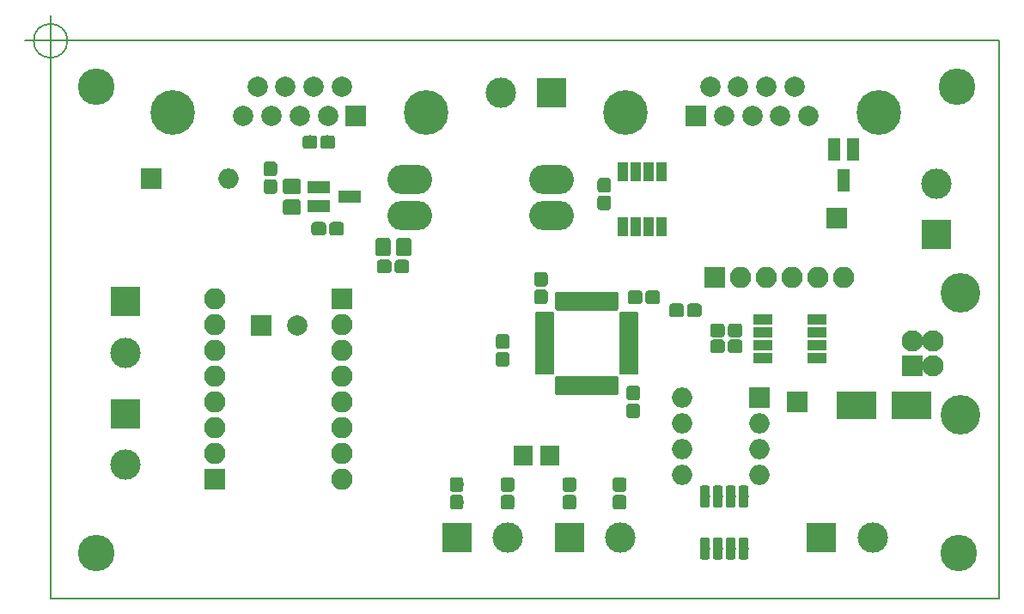
<source format=gbr>
G04 #@! TF.GenerationSoftware,KiCad,Pcbnew,5.1.4*
G04 #@! TF.CreationDate,2020-02-05T09:24:40+03:00*
G04 #@! TF.ProjectId,stm32,73746d33-322e-46b6-9963-61645f706362,rev?*
G04 #@! TF.SameCoordinates,Original*
G04 #@! TF.FileFunction,Soldermask,Top*
G04 #@! TF.FilePolarity,Negative*
%FSLAX46Y46*%
G04 Gerber Fmt 4.6, Leading zero omitted, Abs format (unit mm)*
G04 Created by KiCad (PCBNEW 5.1.4) date 2020-02-05 09:24:40*
%MOMM*%
%LPD*%
G04 APERTURE LIST*
%ADD10C,0.150000*%
%ADD11C,3.000000*%
%ADD12R,3.000000X3.000000*%
%ADD13C,0.100000*%
%ADD14C,1.350000*%
%ADD15R,3.900000X2.700000*%
%ADD16R,1.200000X2.300000*%
%ADD17C,1.550000*%
%ADD18O,4.400000X2.900000*%
%ADD19R,2.100000X2.100000*%
%ADD20C,2.100000*%
%ADD21C,3.900000*%
%ADD22C,3.600000*%
%ADD23R,2.000000X2.000000*%
%ADD24O,2.000000X2.000000*%
%ADD25R,1.000000X1.950000*%
%ADD26C,0.700000*%
%ADD27C,2.000000*%
%ADD28R,1.950000X1.000000*%
%ADD29O,2.100000X2.100000*%
%ADD30C,4.400000*%
%ADD31R,2.300000X1.200000*%
%ADD32C,1.000000*%
%ADD33R,1.900000X0.800000*%
G04 APERTURE END LIST*
D10*
X80500000Y-117500000D02*
X174000000Y-117500000D01*
X174000000Y-62500000D02*
X80500000Y-62500000D01*
X82166666Y-62500000D02*
G75*
G03X82166666Y-62500000I-1666666J0D01*
G01*
X78000000Y-62500000D02*
X83000000Y-62500000D01*
X80500000Y-60000000D02*
X80500000Y-65000000D01*
X80500000Y-117500000D02*
X80500000Y-62500000D01*
X174000000Y-62500000D02*
X174000000Y-117500000D01*
D11*
X161500000Y-111500000D03*
D12*
X156500000Y-111500000D03*
D11*
X124855600Y-67615600D03*
D12*
X129855600Y-67615600D03*
D11*
X87846800Y-104314000D03*
D12*
X87846800Y-99314000D03*
D11*
X87846800Y-93239600D03*
D12*
X87846800Y-88239600D03*
D11*
X167779700Y-76622900D03*
D12*
X167779700Y-81622900D03*
D11*
X125523000Y-111500000D03*
D12*
X120523000Y-111500000D03*
D11*
X136635500Y-111500000D03*
D12*
X131635500Y-111500000D03*
D13*
G36*
X125422181Y-93182425D02*
G01*
X125454943Y-93187285D01*
X125487071Y-93195333D01*
X125518256Y-93206491D01*
X125548196Y-93220652D01*
X125576605Y-93237679D01*
X125603208Y-93257409D01*
X125627749Y-93279651D01*
X125649991Y-93304192D01*
X125669721Y-93330795D01*
X125686748Y-93359204D01*
X125700909Y-93389144D01*
X125712067Y-93420329D01*
X125720115Y-93452457D01*
X125724975Y-93485219D01*
X125726600Y-93518300D01*
X125726600Y-94293300D01*
X125724975Y-94326381D01*
X125720115Y-94359143D01*
X125712067Y-94391271D01*
X125700909Y-94422456D01*
X125686748Y-94452396D01*
X125669721Y-94480805D01*
X125649991Y-94507408D01*
X125627749Y-94531949D01*
X125603208Y-94554191D01*
X125576605Y-94573921D01*
X125548196Y-94590948D01*
X125518256Y-94605109D01*
X125487071Y-94616267D01*
X125454943Y-94624315D01*
X125422181Y-94629175D01*
X125389100Y-94630800D01*
X124714100Y-94630800D01*
X124681019Y-94629175D01*
X124648257Y-94624315D01*
X124616129Y-94616267D01*
X124584944Y-94605109D01*
X124555004Y-94590948D01*
X124526595Y-94573921D01*
X124499992Y-94554191D01*
X124475451Y-94531949D01*
X124453209Y-94507408D01*
X124433479Y-94480805D01*
X124416452Y-94452396D01*
X124402291Y-94422456D01*
X124391133Y-94391271D01*
X124383085Y-94359143D01*
X124378225Y-94326381D01*
X124376600Y-94293300D01*
X124376600Y-93518300D01*
X124378225Y-93485219D01*
X124383085Y-93452457D01*
X124391133Y-93420329D01*
X124402291Y-93389144D01*
X124416452Y-93359204D01*
X124433479Y-93330795D01*
X124453209Y-93304192D01*
X124475451Y-93279651D01*
X124499992Y-93257409D01*
X124526595Y-93237679D01*
X124555004Y-93220652D01*
X124584944Y-93206491D01*
X124616129Y-93195333D01*
X124648257Y-93187285D01*
X124681019Y-93182425D01*
X124714100Y-93180800D01*
X125389100Y-93180800D01*
X125422181Y-93182425D01*
X125422181Y-93182425D01*
G37*
D14*
X125051600Y-93905800D03*
D13*
G36*
X125422181Y-91432425D02*
G01*
X125454943Y-91437285D01*
X125487071Y-91445333D01*
X125518256Y-91456491D01*
X125548196Y-91470652D01*
X125576605Y-91487679D01*
X125603208Y-91507409D01*
X125627749Y-91529651D01*
X125649991Y-91554192D01*
X125669721Y-91580795D01*
X125686748Y-91609204D01*
X125700909Y-91639144D01*
X125712067Y-91670329D01*
X125720115Y-91702457D01*
X125724975Y-91735219D01*
X125726600Y-91768300D01*
X125726600Y-92543300D01*
X125724975Y-92576381D01*
X125720115Y-92609143D01*
X125712067Y-92641271D01*
X125700909Y-92672456D01*
X125686748Y-92702396D01*
X125669721Y-92730805D01*
X125649991Y-92757408D01*
X125627749Y-92781949D01*
X125603208Y-92804191D01*
X125576605Y-92823921D01*
X125548196Y-92840948D01*
X125518256Y-92855109D01*
X125487071Y-92866267D01*
X125454943Y-92874315D01*
X125422181Y-92879175D01*
X125389100Y-92880800D01*
X124714100Y-92880800D01*
X124681019Y-92879175D01*
X124648257Y-92874315D01*
X124616129Y-92866267D01*
X124584944Y-92855109D01*
X124555004Y-92840948D01*
X124526595Y-92823921D01*
X124499992Y-92804191D01*
X124475451Y-92781949D01*
X124453209Y-92757408D01*
X124433479Y-92730805D01*
X124416452Y-92702396D01*
X124402291Y-92672456D01*
X124391133Y-92641271D01*
X124383085Y-92609143D01*
X124378225Y-92576381D01*
X124376600Y-92543300D01*
X124376600Y-91768300D01*
X124378225Y-91735219D01*
X124383085Y-91702457D01*
X124391133Y-91670329D01*
X124402291Y-91639144D01*
X124416452Y-91609204D01*
X124433479Y-91580795D01*
X124453209Y-91554192D01*
X124475451Y-91529651D01*
X124499992Y-91507409D01*
X124526595Y-91487679D01*
X124555004Y-91470652D01*
X124584944Y-91456491D01*
X124616129Y-91445333D01*
X124648257Y-91437285D01*
X124681019Y-91432425D01*
X124714100Y-91430800D01*
X125389100Y-91430800D01*
X125422181Y-91432425D01*
X125422181Y-91432425D01*
G37*
D14*
X125051600Y-92155800D03*
D13*
G36*
X138292581Y-98257825D02*
G01*
X138325343Y-98262685D01*
X138357471Y-98270733D01*
X138388656Y-98281891D01*
X138418596Y-98296052D01*
X138447005Y-98313079D01*
X138473608Y-98332809D01*
X138498149Y-98355051D01*
X138520391Y-98379592D01*
X138540121Y-98406195D01*
X138557148Y-98434604D01*
X138571309Y-98464544D01*
X138582467Y-98495729D01*
X138590515Y-98527857D01*
X138595375Y-98560619D01*
X138597000Y-98593700D01*
X138597000Y-99368700D01*
X138595375Y-99401781D01*
X138590515Y-99434543D01*
X138582467Y-99466671D01*
X138571309Y-99497856D01*
X138557148Y-99527796D01*
X138540121Y-99556205D01*
X138520391Y-99582808D01*
X138498149Y-99607349D01*
X138473608Y-99629591D01*
X138447005Y-99649321D01*
X138418596Y-99666348D01*
X138388656Y-99680509D01*
X138357471Y-99691667D01*
X138325343Y-99699715D01*
X138292581Y-99704575D01*
X138259500Y-99706200D01*
X137584500Y-99706200D01*
X137551419Y-99704575D01*
X137518657Y-99699715D01*
X137486529Y-99691667D01*
X137455344Y-99680509D01*
X137425404Y-99666348D01*
X137396995Y-99649321D01*
X137370392Y-99629591D01*
X137345851Y-99607349D01*
X137323609Y-99582808D01*
X137303879Y-99556205D01*
X137286852Y-99527796D01*
X137272691Y-99497856D01*
X137261533Y-99466671D01*
X137253485Y-99434543D01*
X137248625Y-99401781D01*
X137247000Y-99368700D01*
X137247000Y-98593700D01*
X137248625Y-98560619D01*
X137253485Y-98527857D01*
X137261533Y-98495729D01*
X137272691Y-98464544D01*
X137286852Y-98434604D01*
X137303879Y-98406195D01*
X137323609Y-98379592D01*
X137345851Y-98355051D01*
X137370392Y-98332809D01*
X137396995Y-98313079D01*
X137425404Y-98296052D01*
X137455344Y-98281891D01*
X137486529Y-98270733D01*
X137518657Y-98262685D01*
X137551419Y-98257825D01*
X137584500Y-98256200D01*
X138259500Y-98256200D01*
X138292581Y-98257825D01*
X138292581Y-98257825D01*
G37*
D14*
X137922000Y-98981200D03*
D13*
G36*
X138292581Y-96507825D02*
G01*
X138325343Y-96512685D01*
X138357471Y-96520733D01*
X138388656Y-96531891D01*
X138418596Y-96546052D01*
X138447005Y-96563079D01*
X138473608Y-96582809D01*
X138498149Y-96605051D01*
X138520391Y-96629592D01*
X138540121Y-96656195D01*
X138557148Y-96684604D01*
X138571309Y-96714544D01*
X138582467Y-96745729D01*
X138590515Y-96777857D01*
X138595375Y-96810619D01*
X138597000Y-96843700D01*
X138597000Y-97618700D01*
X138595375Y-97651781D01*
X138590515Y-97684543D01*
X138582467Y-97716671D01*
X138571309Y-97747856D01*
X138557148Y-97777796D01*
X138540121Y-97806205D01*
X138520391Y-97832808D01*
X138498149Y-97857349D01*
X138473608Y-97879591D01*
X138447005Y-97899321D01*
X138418596Y-97916348D01*
X138388656Y-97930509D01*
X138357471Y-97941667D01*
X138325343Y-97949715D01*
X138292581Y-97954575D01*
X138259500Y-97956200D01*
X137584500Y-97956200D01*
X137551419Y-97954575D01*
X137518657Y-97949715D01*
X137486529Y-97941667D01*
X137455344Y-97930509D01*
X137425404Y-97916348D01*
X137396995Y-97899321D01*
X137370392Y-97879591D01*
X137345851Y-97857349D01*
X137323609Y-97832808D01*
X137303879Y-97806205D01*
X137286852Y-97777796D01*
X137272691Y-97747856D01*
X137261533Y-97716671D01*
X137253485Y-97684543D01*
X137248625Y-97651781D01*
X137247000Y-97618700D01*
X137247000Y-96843700D01*
X137248625Y-96810619D01*
X137253485Y-96777857D01*
X137261533Y-96745729D01*
X137272691Y-96714544D01*
X137286852Y-96684604D01*
X137303879Y-96656195D01*
X137323609Y-96629592D01*
X137345851Y-96605051D01*
X137370392Y-96582809D01*
X137396995Y-96563079D01*
X137425404Y-96546052D01*
X137455344Y-96531891D01*
X137486529Y-96520733D01*
X137518657Y-96512685D01*
X137551419Y-96507825D01*
X137584500Y-96506200D01*
X138259500Y-96506200D01*
X138292581Y-96507825D01*
X138292581Y-96507825D01*
G37*
D14*
X137922000Y-97231200D03*
D13*
G36*
X140272981Y-87109025D02*
G01*
X140305743Y-87113885D01*
X140337871Y-87121933D01*
X140369056Y-87133091D01*
X140398996Y-87147252D01*
X140427405Y-87164279D01*
X140454008Y-87184009D01*
X140478549Y-87206251D01*
X140500791Y-87230792D01*
X140520521Y-87257395D01*
X140537548Y-87285804D01*
X140551709Y-87315744D01*
X140562867Y-87346929D01*
X140570915Y-87379057D01*
X140575775Y-87411819D01*
X140577400Y-87444900D01*
X140577400Y-88119900D01*
X140575775Y-88152981D01*
X140570915Y-88185743D01*
X140562867Y-88217871D01*
X140551709Y-88249056D01*
X140537548Y-88278996D01*
X140520521Y-88307405D01*
X140500791Y-88334008D01*
X140478549Y-88358549D01*
X140454008Y-88380791D01*
X140427405Y-88400521D01*
X140398996Y-88417548D01*
X140369056Y-88431709D01*
X140337871Y-88442867D01*
X140305743Y-88450915D01*
X140272981Y-88455775D01*
X140239900Y-88457400D01*
X139464900Y-88457400D01*
X139431819Y-88455775D01*
X139399057Y-88450915D01*
X139366929Y-88442867D01*
X139335744Y-88431709D01*
X139305804Y-88417548D01*
X139277395Y-88400521D01*
X139250792Y-88380791D01*
X139226251Y-88358549D01*
X139204009Y-88334008D01*
X139184279Y-88307405D01*
X139167252Y-88278996D01*
X139153091Y-88249056D01*
X139141933Y-88217871D01*
X139133885Y-88185743D01*
X139129025Y-88152981D01*
X139127400Y-88119900D01*
X139127400Y-87444900D01*
X139129025Y-87411819D01*
X139133885Y-87379057D01*
X139141933Y-87346929D01*
X139153091Y-87315744D01*
X139167252Y-87285804D01*
X139184279Y-87257395D01*
X139204009Y-87230792D01*
X139226251Y-87206251D01*
X139250792Y-87184009D01*
X139277395Y-87164279D01*
X139305804Y-87147252D01*
X139335744Y-87133091D01*
X139366929Y-87121933D01*
X139399057Y-87113885D01*
X139431819Y-87109025D01*
X139464900Y-87107400D01*
X140239900Y-87107400D01*
X140272981Y-87109025D01*
X140272981Y-87109025D01*
G37*
D14*
X139852400Y-87782400D03*
D13*
G36*
X138522981Y-87109025D02*
G01*
X138555743Y-87113885D01*
X138587871Y-87121933D01*
X138619056Y-87133091D01*
X138648996Y-87147252D01*
X138677405Y-87164279D01*
X138704008Y-87184009D01*
X138728549Y-87206251D01*
X138750791Y-87230792D01*
X138770521Y-87257395D01*
X138787548Y-87285804D01*
X138801709Y-87315744D01*
X138812867Y-87346929D01*
X138820915Y-87379057D01*
X138825775Y-87411819D01*
X138827400Y-87444900D01*
X138827400Y-88119900D01*
X138825775Y-88152981D01*
X138820915Y-88185743D01*
X138812867Y-88217871D01*
X138801709Y-88249056D01*
X138787548Y-88278996D01*
X138770521Y-88307405D01*
X138750791Y-88334008D01*
X138728549Y-88358549D01*
X138704008Y-88380791D01*
X138677405Y-88400521D01*
X138648996Y-88417548D01*
X138619056Y-88431709D01*
X138587871Y-88442867D01*
X138555743Y-88450915D01*
X138522981Y-88455775D01*
X138489900Y-88457400D01*
X137714900Y-88457400D01*
X137681819Y-88455775D01*
X137649057Y-88450915D01*
X137616929Y-88442867D01*
X137585744Y-88431709D01*
X137555804Y-88417548D01*
X137527395Y-88400521D01*
X137500792Y-88380791D01*
X137476251Y-88358549D01*
X137454009Y-88334008D01*
X137434279Y-88307405D01*
X137417252Y-88278996D01*
X137403091Y-88249056D01*
X137391933Y-88217871D01*
X137383885Y-88185743D01*
X137379025Y-88152981D01*
X137377400Y-88119900D01*
X137377400Y-87444900D01*
X137379025Y-87411819D01*
X137383885Y-87379057D01*
X137391933Y-87346929D01*
X137403091Y-87315744D01*
X137417252Y-87285804D01*
X137434279Y-87257395D01*
X137454009Y-87230792D01*
X137476251Y-87206251D01*
X137500792Y-87184009D01*
X137527395Y-87164279D01*
X137555804Y-87147252D01*
X137585744Y-87133091D01*
X137616929Y-87121933D01*
X137649057Y-87113885D01*
X137681819Y-87109025D01*
X137714900Y-87107400D01*
X138489900Y-87107400D01*
X138522981Y-87109025D01*
X138522981Y-87109025D01*
G37*
D14*
X138102400Y-87782400D03*
D15*
X165328600Y-98450400D03*
X159928600Y-98450400D03*
D16*
X159598400Y-73250800D03*
X157698400Y-73250800D03*
X158648400Y-76250800D03*
D13*
G36*
X104888471Y-78137023D02*
G01*
X104921181Y-78141875D01*
X104953257Y-78149909D01*
X104984391Y-78161049D01*
X105014284Y-78175187D01*
X105042647Y-78192187D01*
X105069207Y-78211885D01*
X105093708Y-78234092D01*
X105115915Y-78258593D01*
X105135613Y-78285153D01*
X105152613Y-78313516D01*
X105166751Y-78343409D01*
X105177891Y-78374543D01*
X105185925Y-78406619D01*
X105190777Y-78439329D01*
X105192400Y-78472356D01*
X105192400Y-79348444D01*
X105190777Y-79381471D01*
X105185925Y-79414181D01*
X105177891Y-79446257D01*
X105166751Y-79477391D01*
X105152613Y-79507284D01*
X105135613Y-79535647D01*
X105115915Y-79562207D01*
X105093708Y-79586708D01*
X105069207Y-79608915D01*
X105042647Y-79628613D01*
X105014284Y-79645613D01*
X104984391Y-79659751D01*
X104953257Y-79670891D01*
X104921181Y-79678925D01*
X104888471Y-79683777D01*
X104855444Y-79685400D01*
X103729356Y-79685400D01*
X103696329Y-79683777D01*
X103663619Y-79678925D01*
X103631543Y-79670891D01*
X103600409Y-79659751D01*
X103570516Y-79645613D01*
X103542153Y-79628613D01*
X103515593Y-79608915D01*
X103491092Y-79586708D01*
X103468885Y-79562207D01*
X103449187Y-79535647D01*
X103432187Y-79507284D01*
X103418049Y-79477391D01*
X103406909Y-79446257D01*
X103398875Y-79414181D01*
X103394023Y-79381471D01*
X103392400Y-79348444D01*
X103392400Y-78472356D01*
X103394023Y-78439329D01*
X103398875Y-78406619D01*
X103406909Y-78374543D01*
X103418049Y-78343409D01*
X103432187Y-78313516D01*
X103449187Y-78285153D01*
X103468885Y-78258593D01*
X103491092Y-78234092D01*
X103515593Y-78211885D01*
X103542153Y-78192187D01*
X103570516Y-78175187D01*
X103600409Y-78161049D01*
X103631543Y-78149909D01*
X103663619Y-78141875D01*
X103696329Y-78137023D01*
X103729356Y-78135400D01*
X104855444Y-78135400D01*
X104888471Y-78137023D01*
X104888471Y-78137023D01*
G37*
D17*
X104292400Y-78910400D03*
D13*
G36*
X104888471Y-76087023D02*
G01*
X104921181Y-76091875D01*
X104953257Y-76099909D01*
X104984391Y-76111049D01*
X105014284Y-76125187D01*
X105042647Y-76142187D01*
X105069207Y-76161885D01*
X105093708Y-76184092D01*
X105115915Y-76208593D01*
X105135613Y-76235153D01*
X105152613Y-76263516D01*
X105166751Y-76293409D01*
X105177891Y-76324543D01*
X105185925Y-76356619D01*
X105190777Y-76389329D01*
X105192400Y-76422356D01*
X105192400Y-77298444D01*
X105190777Y-77331471D01*
X105185925Y-77364181D01*
X105177891Y-77396257D01*
X105166751Y-77427391D01*
X105152613Y-77457284D01*
X105135613Y-77485647D01*
X105115915Y-77512207D01*
X105093708Y-77536708D01*
X105069207Y-77558915D01*
X105042647Y-77578613D01*
X105014284Y-77595613D01*
X104984391Y-77609751D01*
X104953257Y-77620891D01*
X104921181Y-77628925D01*
X104888471Y-77633777D01*
X104855444Y-77635400D01*
X103729356Y-77635400D01*
X103696329Y-77633777D01*
X103663619Y-77628925D01*
X103631543Y-77620891D01*
X103600409Y-77609751D01*
X103570516Y-77595613D01*
X103542153Y-77578613D01*
X103515593Y-77558915D01*
X103491092Y-77536708D01*
X103468885Y-77512207D01*
X103449187Y-77485647D01*
X103432187Y-77457284D01*
X103418049Y-77427391D01*
X103406909Y-77396257D01*
X103398875Y-77364181D01*
X103394023Y-77331471D01*
X103392400Y-77298444D01*
X103392400Y-76422356D01*
X103394023Y-76389329D01*
X103398875Y-76356619D01*
X103406909Y-76324543D01*
X103418049Y-76293409D01*
X103432187Y-76263516D01*
X103449187Y-76235153D01*
X103468885Y-76208593D01*
X103491092Y-76184092D01*
X103515593Y-76161885D01*
X103542153Y-76142187D01*
X103570516Y-76125187D01*
X103600409Y-76111049D01*
X103631543Y-76099909D01*
X103663619Y-76091875D01*
X103696329Y-76087023D01*
X103729356Y-76085400D01*
X104855444Y-76085400D01*
X104888471Y-76087023D01*
X104888471Y-76087023D01*
G37*
D17*
X104292400Y-76860400D03*
D18*
X129844800Y-79700000D03*
X129844800Y-76200000D03*
X115944800Y-76200000D03*
X115944800Y-79700000D03*
D19*
X165430200Y-94589600D03*
D20*
X165430200Y-92089600D03*
X167430200Y-92089600D03*
X167430200Y-94589600D03*
D21*
X170140200Y-99359600D03*
X170140200Y-87319600D03*
D22*
X85000000Y-67000000D03*
X85000000Y-113000000D03*
X169875200Y-67000000D03*
X170000000Y-113000000D03*
D13*
G36*
X135447781Y-76012625D02*
G01*
X135480543Y-76017485D01*
X135512671Y-76025533D01*
X135543856Y-76036691D01*
X135573796Y-76050852D01*
X135602205Y-76067879D01*
X135628808Y-76087609D01*
X135653349Y-76109851D01*
X135675591Y-76134392D01*
X135695321Y-76160995D01*
X135712348Y-76189404D01*
X135726509Y-76219344D01*
X135737667Y-76250529D01*
X135745715Y-76282657D01*
X135750575Y-76315419D01*
X135752200Y-76348500D01*
X135752200Y-77123500D01*
X135750575Y-77156581D01*
X135745715Y-77189343D01*
X135737667Y-77221471D01*
X135726509Y-77252656D01*
X135712348Y-77282596D01*
X135695321Y-77311005D01*
X135675591Y-77337608D01*
X135653349Y-77362149D01*
X135628808Y-77384391D01*
X135602205Y-77404121D01*
X135573796Y-77421148D01*
X135543856Y-77435309D01*
X135512671Y-77446467D01*
X135480543Y-77454515D01*
X135447781Y-77459375D01*
X135414700Y-77461000D01*
X134739700Y-77461000D01*
X134706619Y-77459375D01*
X134673857Y-77454515D01*
X134641729Y-77446467D01*
X134610544Y-77435309D01*
X134580604Y-77421148D01*
X134552195Y-77404121D01*
X134525592Y-77384391D01*
X134501051Y-77362149D01*
X134478809Y-77337608D01*
X134459079Y-77311005D01*
X134442052Y-77282596D01*
X134427891Y-77252656D01*
X134416733Y-77221471D01*
X134408685Y-77189343D01*
X134403825Y-77156581D01*
X134402200Y-77123500D01*
X134402200Y-76348500D01*
X134403825Y-76315419D01*
X134408685Y-76282657D01*
X134416733Y-76250529D01*
X134427891Y-76219344D01*
X134442052Y-76189404D01*
X134459079Y-76160995D01*
X134478809Y-76134392D01*
X134501051Y-76109851D01*
X134525592Y-76087609D01*
X134552195Y-76067879D01*
X134580604Y-76050852D01*
X134610544Y-76036691D01*
X134641729Y-76025533D01*
X134673857Y-76017485D01*
X134706619Y-76012625D01*
X134739700Y-76011000D01*
X135414700Y-76011000D01*
X135447781Y-76012625D01*
X135447781Y-76012625D01*
G37*
D14*
X135077200Y-76736000D03*
D13*
G36*
X135447781Y-77762625D02*
G01*
X135480543Y-77767485D01*
X135512671Y-77775533D01*
X135543856Y-77786691D01*
X135573796Y-77800852D01*
X135602205Y-77817879D01*
X135628808Y-77837609D01*
X135653349Y-77859851D01*
X135675591Y-77884392D01*
X135695321Y-77910995D01*
X135712348Y-77939404D01*
X135726509Y-77969344D01*
X135737667Y-78000529D01*
X135745715Y-78032657D01*
X135750575Y-78065419D01*
X135752200Y-78098500D01*
X135752200Y-78873500D01*
X135750575Y-78906581D01*
X135745715Y-78939343D01*
X135737667Y-78971471D01*
X135726509Y-79002656D01*
X135712348Y-79032596D01*
X135695321Y-79061005D01*
X135675591Y-79087608D01*
X135653349Y-79112149D01*
X135628808Y-79134391D01*
X135602205Y-79154121D01*
X135573796Y-79171148D01*
X135543856Y-79185309D01*
X135512671Y-79196467D01*
X135480543Y-79204515D01*
X135447781Y-79209375D01*
X135414700Y-79211000D01*
X134739700Y-79211000D01*
X134706619Y-79209375D01*
X134673857Y-79204515D01*
X134641729Y-79196467D01*
X134610544Y-79185309D01*
X134580604Y-79171148D01*
X134552195Y-79154121D01*
X134525592Y-79134391D01*
X134501051Y-79112149D01*
X134478809Y-79087608D01*
X134459079Y-79061005D01*
X134442052Y-79032596D01*
X134427891Y-79002656D01*
X134416733Y-78971471D01*
X134408685Y-78939343D01*
X134403825Y-78906581D01*
X134402200Y-78873500D01*
X134402200Y-78098500D01*
X134403825Y-78065419D01*
X134408685Y-78032657D01*
X134416733Y-78000529D01*
X134427891Y-77969344D01*
X134442052Y-77939404D01*
X134459079Y-77910995D01*
X134478809Y-77884392D01*
X134501051Y-77859851D01*
X134525592Y-77837609D01*
X134552195Y-77817879D01*
X134580604Y-77800852D01*
X134610544Y-77786691D01*
X134641729Y-77775533D01*
X134673857Y-77767485D01*
X134706619Y-77762625D01*
X134739700Y-77761000D01*
X135414700Y-77761000D01*
X135447781Y-77762625D01*
X135447781Y-77762625D01*
G37*
D14*
X135077200Y-78486000D03*
D13*
G36*
X120893581Y-107276125D02*
G01*
X120926343Y-107280985D01*
X120958471Y-107289033D01*
X120989656Y-107300191D01*
X121019596Y-107314352D01*
X121048005Y-107331379D01*
X121074608Y-107351109D01*
X121099149Y-107373351D01*
X121121391Y-107397892D01*
X121141121Y-107424495D01*
X121158148Y-107452904D01*
X121172309Y-107482844D01*
X121183467Y-107514029D01*
X121191515Y-107546157D01*
X121196375Y-107578919D01*
X121198000Y-107612000D01*
X121198000Y-108387000D01*
X121196375Y-108420081D01*
X121191515Y-108452843D01*
X121183467Y-108484971D01*
X121172309Y-108516156D01*
X121158148Y-108546096D01*
X121141121Y-108574505D01*
X121121391Y-108601108D01*
X121099149Y-108625649D01*
X121074608Y-108647891D01*
X121048005Y-108667621D01*
X121019596Y-108684648D01*
X120989656Y-108698809D01*
X120958471Y-108709967D01*
X120926343Y-108718015D01*
X120893581Y-108722875D01*
X120860500Y-108724500D01*
X120185500Y-108724500D01*
X120152419Y-108722875D01*
X120119657Y-108718015D01*
X120087529Y-108709967D01*
X120056344Y-108698809D01*
X120026404Y-108684648D01*
X119997995Y-108667621D01*
X119971392Y-108647891D01*
X119946851Y-108625649D01*
X119924609Y-108601108D01*
X119904879Y-108574505D01*
X119887852Y-108546096D01*
X119873691Y-108516156D01*
X119862533Y-108484971D01*
X119854485Y-108452843D01*
X119849625Y-108420081D01*
X119848000Y-108387000D01*
X119848000Y-107612000D01*
X119849625Y-107578919D01*
X119854485Y-107546157D01*
X119862533Y-107514029D01*
X119873691Y-107482844D01*
X119887852Y-107452904D01*
X119904879Y-107424495D01*
X119924609Y-107397892D01*
X119946851Y-107373351D01*
X119971392Y-107351109D01*
X119997995Y-107331379D01*
X120026404Y-107314352D01*
X120056344Y-107300191D01*
X120087529Y-107289033D01*
X120119657Y-107280985D01*
X120152419Y-107276125D01*
X120185500Y-107274500D01*
X120860500Y-107274500D01*
X120893581Y-107276125D01*
X120893581Y-107276125D01*
G37*
D14*
X120523000Y-107999500D03*
D13*
G36*
X120893581Y-105526125D02*
G01*
X120926343Y-105530985D01*
X120958471Y-105539033D01*
X120989656Y-105550191D01*
X121019596Y-105564352D01*
X121048005Y-105581379D01*
X121074608Y-105601109D01*
X121099149Y-105623351D01*
X121121391Y-105647892D01*
X121141121Y-105674495D01*
X121158148Y-105702904D01*
X121172309Y-105732844D01*
X121183467Y-105764029D01*
X121191515Y-105796157D01*
X121196375Y-105828919D01*
X121198000Y-105862000D01*
X121198000Y-106637000D01*
X121196375Y-106670081D01*
X121191515Y-106702843D01*
X121183467Y-106734971D01*
X121172309Y-106766156D01*
X121158148Y-106796096D01*
X121141121Y-106824505D01*
X121121391Y-106851108D01*
X121099149Y-106875649D01*
X121074608Y-106897891D01*
X121048005Y-106917621D01*
X121019596Y-106934648D01*
X120989656Y-106948809D01*
X120958471Y-106959967D01*
X120926343Y-106968015D01*
X120893581Y-106972875D01*
X120860500Y-106974500D01*
X120185500Y-106974500D01*
X120152419Y-106972875D01*
X120119657Y-106968015D01*
X120087529Y-106959967D01*
X120056344Y-106948809D01*
X120026404Y-106934648D01*
X119997995Y-106917621D01*
X119971392Y-106897891D01*
X119946851Y-106875649D01*
X119924609Y-106851108D01*
X119904879Y-106824505D01*
X119887852Y-106796096D01*
X119873691Y-106766156D01*
X119862533Y-106734971D01*
X119854485Y-106702843D01*
X119849625Y-106670081D01*
X119848000Y-106637000D01*
X119848000Y-105862000D01*
X119849625Y-105828919D01*
X119854485Y-105796157D01*
X119862533Y-105764029D01*
X119873691Y-105732844D01*
X119887852Y-105702904D01*
X119904879Y-105674495D01*
X119924609Y-105647892D01*
X119946851Y-105623351D01*
X119971392Y-105601109D01*
X119997995Y-105581379D01*
X120026404Y-105564352D01*
X120056344Y-105550191D01*
X120087529Y-105539033D01*
X120119657Y-105530985D01*
X120152419Y-105526125D01*
X120185500Y-105524500D01*
X120860500Y-105524500D01*
X120893581Y-105526125D01*
X120893581Y-105526125D01*
G37*
D14*
X120523000Y-106249500D03*
D13*
G36*
X125910081Y-105526125D02*
G01*
X125942843Y-105530985D01*
X125974971Y-105539033D01*
X126006156Y-105550191D01*
X126036096Y-105564352D01*
X126064505Y-105581379D01*
X126091108Y-105601109D01*
X126115649Y-105623351D01*
X126137891Y-105647892D01*
X126157621Y-105674495D01*
X126174648Y-105702904D01*
X126188809Y-105732844D01*
X126199967Y-105764029D01*
X126208015Y-105796157D01*
X126212875Y-105828919D01*
X126214500Y-105862000D01*
X126214500Y-106637000D01*
X126212875Y-106670081D01*
X126208015Y-106702843D01*
X126199967Y-106734971D01*
X126188809Y-106766156D01*
X126174648Y-106796096D01*
X126157621Y-106824505D01*
X126137891Y-106851108D01*
X126115649Y-106875649D01*
X126091108Y-106897891D01*
X126064505Y-106917621D01*
X126036096Y-106934648D01*
X126006156Y-106948809D01*
X125974971Y-106959967D01*
X125942843Y-106968015D01*
X125910081Y-106972875D01*
X125877000Y-106974500D01*
X125202000Y-106974500D01*
X125168919Y-106972875D01*
X125136157Y-106968015D01*
X125104029Y-106959967D01*
X125072844Y-106948809D01*
X125042904Y-106934648D01*
X125014495Y-106917621D01*
X124987892Y-106897891D01*
X124963351Y-106875649D01*
X124941109Y-106851108D01*
X124921379Y-106824505D01*
X124904352Y-106796096D01*
X124890191Y-106766156D01*
X124879033Y-106734971D01*
X124870985Y-106702843D01*
X124866125Y-106670081D01*
X124864500Y-106637000D01*
X124864500Y-105862000D01*
X124866125Y-105828919D01*
X124870985Y-105796157D01*
X124879033Y-105764029D01*
X124890191Y-105732844D01*
X124904352Y-105702904D01*
X124921379Y-105674495D01*
X124941109Y-105647892D01*
X124963351Y-105623351D01*
X124987892Y-105601109D01*
X125014495Y-105581379D01*
X125042904Y-105564352D01*
X125072844Y-105550191D01*
X125104029Y-105539033D01*
X125136157Y-105530985D01*
X125168919Y-105526125D01*
X125202000Y-105524500D01*
X125877000Y-105524500D01*
X125910081Y-105526125D01*
X125910081Y-105526125D01*
G37*
D14*
X125539500Y-106249500D03*
D13*
G36*
X125910081Y-107276125D02*
G01*
X125942843Y-107280985D01*
X125974971Y-107289033D01*
X126006156Y-107300191D01*
X126036096Y-107314352D01*
X126064505Y-107331379D01*
X126091108Y-107351109D01*
X126115649Y-107373351D01*
X126137891Y-107397892D01*
X126157621Y-107424495D01*
X126174648Y-107452904D01*
X126188809Y-107482844D01*
X126199967Y-107514029D01*
X126208015Y-107546157D01*
X126212875Y-107578919D01*
X126214500Y-107612000D01*
X126214500Y-108387000D01*
X126212875Y-108420081D01*
X126208015Y-108452843D01*
X126199967Y-108484971D01*
X126188809Y-108516156D01*
X126174648Y-108546096D01*
X126157621Y-108574505D01*
X126137891Y-108601108D01*
X126115649Y-108625649D01*
X126091108Y-108647891D01*
X126064505Y-108667621D01*
X126036096Y-108684648D01*
X126006156Y-108698809D01*
X125974971Y-108709967D01*
X125942843Y-108718015D01*
X125910081Y-108722875D01*
X125877000Y-108724500D01*
X125202000Y-108724500D01*
X125168919Y-108722875D01*
X125136157Y-108718015D01*
X125104029Y-108709967D01*
X125072844Y-108698809D01*
X125042904Y-108684648D01*
X125014495Y-108667621D01*
X124987892Y-108647891D01*
X124963351Y-108625649D01*
X124941109Y-108601108D01*
X124921379Y-108574505D01*
X124904352Y-108546096D01*
X124890191Y-108516156D01*
X124879033Y-108484971D01*
X124870985Y-108452843D01*
X124866125Y-108420081D01*
X124864500Y-108387000D01*
X124864500Y-107612000D01*
X124866125Y-107578919D01*
X124870985Y-107546157D01*
X124879033Y-107514029D01*
X124890191Y-107482844D01*
X124904352Y-107452904D01*
X124921379Y-107424495D01*
X124941109Y-107397892D01*
X124963351Y-107373351D01*
X124987892Y-107351109D01*
X125014495Y-107331379D01*
X125042904Y-107314352D01*
X125072844Y-107300191D01*
X125104029Y-107289033D01*
X125136157Y-107280985D01*
X125168919Y-107276125D01*
X125202000Y-107274500D01*
X125877000Y-107274500D01*
X125910081Y-107276125D01*
X125910081Y-107276125D01*
G37*
D14*
X125539500Y-107999500D03*
D13*
G36*
X132006081Y-107276125D02*
G01*
X132038843Y-107280985D01*
X132070971Y-107289033D01*
X132102156Y-107300191D01*
X132132096Y-107314352D01*
X132160505Y-107331379D01*
X132187108Y-107351109D01*
X132211649Y-107373351D01*
X132233891Y-107397892D01*
X132253621Y-107424495D01*
X132270648Y-107452904D01*
X132284809Y-107482844D01*
X132295967Y-107514029D01*
X132304015Y-107546157D01*
X132308875Y-107578919D01*
X132310500Y-107612000D01*
X132310500Y-108387000D01*
X132308875Y-108420081D01*
X132304015Y-108452843D01*
X132295967Y-108484971D01*
X132284809Y-108516156D01*
X132270648Y-108546096D01*
X132253621Y-108574505D01*
X132233891Y-108601108D01*
X132211649Y-108625649D01*
X132187108Y-108647891D01*
X132160505Y-108667621D01*
X132132096Y-108684648D01*
X132102156Y-108698809D01*
X132070971Y-108709967D01*
X132038843Y-108718015D01*
X132006081Y-108722875D01*
X131973000Y-108724500D01*
X131298000Y-108724500D01*
X131264919Y-108722875D01*
X131232157Y-108718015D01*
X131200029Y-108709967D01*
X131168844Y-108698809D01*
X131138904Y-108684648D01*
X131110495Y-108667621D01*
X131083892Y-108647891D01*
X131059351Y-108625649D01*
X131037109Y-108601108D01*
X131017379Y-108574505D01*
X131000352Y-108546096D01*
X130986191Y-108516156D01*
X130975033Y-108484971D01*
X130966985Y-108452843D01*
X130962125Y-108420081D01*
X130960500Y-108387000D01*
X130960500Y-107612000D01*
X130962125Y-107578919D01*
X130966985Y-107546157D01*
X130975033Y-107514029D01*
X130986191Y-107482844D01*
X131000352Y-107452904D01*
X131017379Y-107424495D01*
X131037109Y-107397892D01*
X131059351Y-107373351D01*
X131083892Y-107351109D01*
X131110495Y-107331379D01*
X131138904Y-107314352D01*
X131168844Y-107300191D01*
X131200029Y-107289033D01*
X131232157Y-107280985D01*
X131264919Y-107276125D01*
X131298000Y-107274500D01*
X131973000Y-107274500D01*
X132006081Y-107276125D01*
X132006081Y-107276125D01*
G37*
D14*
X131635500Y-107999500D03*
D13*
G36*
X132006081Y-105526125D02*
G01*
X132038843Y-105530985D01*
X132070971Y-105539033D01*
X132102156Y-105550191D01*
X132132096Y-105564352D01*
X132160505Y-105581379D01*
X132187108Y-105601109D01*
X132211649Y-105623351D01*
X132233891Y-105647892D01*
X132253621Y-105674495D01*
X132270648Y-105702904D01*
X132284809Y-105732844D01*
X132295967Y-105764029D01*
X132304015Y-105796157D01*
X132308875Y-105828919D01*
X132310500Y-105862000D01*
X132310500Y-106637000D01*
X132308875Y-106670081D01*
X132304015Y-106702843D01*
X132295967Y-106734971D01*
X132284809Y-106766156D01*
X132270648Y-106796096D01*
X132253621Y-106824505D01*
X132233891Y-106851108D01*
X132211649Y-106875649D01*
X132187108Y-106897891D01*
X132160505Y-106917621D01*
X132132096Y-106934648D01*
X132102156Y-106948809D01*
X132070971Y-106959967D01*
X132038843Y-106968015D01*
X132006081Y-106972875D01*
X131973000Y-106974500D01*
X131298000Y-106974500D01*
X131264919Y-106972875D01*
X131232157Y-106968015D01*
X131200029Y-106959967D01*
X131168844Y-106948809D01*
X131138904Y-106934648D01*
X131110495Y-106917621D01*
X131083892Y-106897891D01*
X131059351Y-106875649D01*
X131037109Y-106851108D01*
X131017379Y-106824505D01*
X131000352Y-106796096D01*
X130986191Y-106766156D01*
X130975033Y-106734971D01*
X130966985Y-106702843D01*
X130962125Y-106670081D01*
X130960500Y-106637000D01*
X130960500Y-105862000D01*
X130962125Y-105828919D01*
X130966985Y-105796157D01*
X130975033Y-105764029D01*
X130986191Y-105732844D01*
X131000352Y-105702904D01*
X131017379Y-105674495D01*
X131037109Y-105647892D01*
X131059351Y-105623351D01*
X131083892Y-105601109D01*
X131110495Y-105581379D01*
X131138904Y-105564352D01*
X131168844Y-105550191D01*
X131200029Y-105539033D01*
X131232157Y-105530985D01*
X131264919Y-105526125D01*
X131298000Y-105524500D01*
X131973000Y-105524500D01*
X132006081Y-105526125D01*
X132006081Y-105526125D01*
G37*
D14*
X131635500Y-106249500D03*
D13*
G36*
X136959081Y-105526125D02*
G01*
X136991843Y-105530985D01*
X137023971Y-105539033D01*
X137055156Y-105550191D01*
X137085096Y-105564352D01*
X137113505Y-105581379D01*
X137140108Y-105601109D01*
X137164649Y-105623351D01*
X137186891Y-105647892D01*
X137206621Y-105674495D01*
X137223648Y-105702904D01*
X137237809Y-105732844D01*
X137248967Y-105764029D01*
X137257015Y-105796157D01*
X137261875Y-105828919D01*
X137263500Y-105862000D01*
X137263500Y-106637000D01*
X137261875Y-106670081D01*
X137257015Y-106702843D01*
X137248967Y-106734971D01*
X137237809Y-106766156D01*
X137223648Y-106796096D01*
X137206621Y-106824505D01*
X137186891Y-106851108D01*
X137164649Y-106875649D01*
X137140108Y-106897891D01*
X137113505Y-106917621D01*
X137085096Y-106934648D01*
X137055156Y-106948809D01*
X137023971Y-106959967D01*
X136991843Y-106968015D01*
X136959081Y-106972875D01*
X136926000Y-106974500D01*
X136251000Y-106974500D01*
X136217919Y-106972875D01*
X136185157Y-106968015D01*
X136153029Y-106959967D01*
X136121844Y-106948809D01*
X136091904Y-106934648D01*
X136063495Y-106917621D01*
X136036892Y-106897891D01*
X136012351Y-106875649D01*
X135990109Y-106851108D01*
X135970379Y-106824505D01*
X135953352Y-106796096D01*
X135939191Y-106766156D01*
X135928033Y-106734971D01*
X135919985Y-106702843D01*
X135915125Y-106670081D01*
X135913500Y-106637000D01*
X135913500Y-105862000D01*
X135915125Y-105828919D01*
X135919985Y-105796157D01*
X135928033Y-105764029D01*
X135939191Y-105732844D01*
X135953352Y-105702904D01*
X135970379Y-105674495D01*
X135990109Y-105647892D01*
X136012351Y-105623351D01*
X136036892Y-105601109D01*
X136063495Y-105581379D01*
X136091904Y-105564352D01*
X136121844Y-105550191D01*
X136153029Y-105539033D01*
X136185157Y-105530985D01*
X136217919Y-105526125D01*
X136251000Y-105524500D01*
X136926000Y-105524500D01*
X136959081Y-105526125D01*
X136959081Y-105526125D01*
G37*
D14*
X136588500Y-106249500D03*
D13*
G36*
X136959081Y-107276125D02*
G01*
X136991843Y-107280985D01*
X137023971Y-107289033D01*
X137055156Y-107300191D01*
X137085096Y-107314352D01*
X137113505Y-107331379D01*
X137140108Y-107351109D01*
X137164649Y-107373351D01*
X137186891Y-107397892D01*
X137206621Y-107424495D01*
X137223648Y-107452904D01*
X137237809Y-107482844D01*
X137248967Y-107514029D01*
X137257015Y-107546157D01*
X137261875Y-107578919D01*
X137263500Y-107612000D01*
X137263500Y-108387000D01*
X137261875Y-108420081D01*
X137257015Y-108452843D01*
X137248967Y-108484971D01*
X137237809Y-108516156D01*
X137223648Y-108546096D01*
X137206621Y-108574505D01*
X137186891Y-108601108D01*
X137164649Y-108625649D01*
X137140108Y-108647891D01*
X137113505Y-108667621D01*
X137085096Y-108684648D01*
X137055156Y-108698809D01*
X137023971Y-108709967D01*
X136991843Y-108718015D01*
X136959081Y-108722875D01*
X136926000Y-108724500D01*
X136251000Y-108724500D01*
X136217919Y-108722875D01*
X136185157Y-108718015D01*
X136153029Y-108709967D01*
X136121844Y-108698809D01*
X136091904Y-108684648D01*
X136063495Y-108667621D01*
X136036892Y-108647891D01*
X136012351Y-108625649D01*
X135990109Y-108601108D01*
X135970379Y-108574505D01*
X135953352Y-108546096D01*
X135939191Y-108516156D01*
X135928033Y-108484971D01*
X135919985Y-108452843D01*
X135915125Y-108420081D01*
X135913500Y-108387000D01*
X135913500Y-107612000D01*
X135915125Y-107578919D01*
X135919985Y-107546157D01*
X135928033Y-107514029D01*
X135939191Y-107482844D01*
X135953352Y-107452904D01*
X135970379Y-107424495D01*
X135990109Y-107397892D01*
X136012351Y-107373351D01*
X136036892Y-107351109D01*
X136063495Y-107331379D01*
X136091904Y-107314352D01*
X136121844Y-107300191D01*
X136153029Y-107289033D01*
X136185157Y-107280985D01*
X136217919Y-107276125D01*
X136251000Y-107274500D01*
X136926000Y-107274500D01*
X136959081Y-107276125D01*
X136959081Y-107276125D01*
G37*
D14*
X136588500Y-107999500D03*
D13*
G36*
X108240981Y-71818225D02*
G01*
X108273743Y-71823085D01*
X108305871Y-71831133D01*
X108337056Y-71842291D01*
X108366996Y-71856452D01*
X108395405Y-71873479D01*
X108422008Y-71893209D01*
X108446549Y-71915451D01*
X108468791Y-71939992D01*
X108488521Y-71966595D01*
X108505548Y-71995004D01*
X108519709Y-72024944D01*
X108530867Y-72056129D01*
X108538915Y-72088257D01*
X108543775Y-72121019D01*
X108545400Y-72154100D01*
X108545400Y-72829100D01*
X108543775Y-72862181D01*
X108538915Y-72894943D01*
X108530867Y-72927071D01*
X108519709Y-72958256D01*
X108505548Y-72988196D01*
X108488521Y-73016605D01*
X108468791Y-73043208D01*
X108446549Y-73067749D01*
X108422008Y-73089991D01*
X108395405Y-73109721D01*
X108366996Y-73126748D01*
X108337056Y-73140909D01*
X108305871Y-73152067D01*
X108273743Y-73160115D01*
X108240981Y-73164975D01*
X108207900Y-73166600D01*
X107432900Y-73166600D01*
X107399819Y-73164975D01*
X107367057Y-73160115D01*
X107334929Y-73152067D01*
X107303744Y-73140909D01*
X107273804Y-73126748D01*
X107245395Y-73109721D01*
X107218792Y-73089991D01*
X107194251Y-73067749D01*
X107172009Y-73043208D01*
X107152279Y-73016605D01*
X107135252Y-72988196D01*
X107121091Y-72958256D01*
X107109933Y-72927071D01*
X107101885Y-72894943D01*
X107097025Y-72862181D01*
X107095400Y-72829100D01*
X107095400Y-72154100D01*
X107097025Y-72121019D01*
X107101885Y-72088257D01*
X107109933Y-72056129D01*
X107121091Y-72024944D01*
X107135252Y-71995004D01*
X107152279Y-71966595D01*
X107172009Y-71939992D01*
X107194251Y-71915451D01*
X107218792Y-71893209D01*
X107245395Y-71873479D01*
X107273804Y-71856452D01*
X107303744Y-71842291D01*
X107334929Y-71831133D01*
X107367057Y-71823085D01*
X107399819Y-71818225D01*
X107432900Y-71816600D01*
X108207900Y-71816600D01*
X108240981Y-71818225D01*
X108240981Y-71818225D01*
G37*
D14*
X107820400Y-72491600D03*
D13*
G36*
X106490981Y-71818225D02*
G01*
X106523743Y-71823085D01*
X106555871Y-71831133D01*
X106587056Y-71842291D01*
X106616996Y-71856452D01*
X106645405Y-71873479D01*
X106672008Y-71893209D01*
X106696549Y-71915451D01*
X106718791Y-71939992D01*
X106738521Y-71966595D01*
X106755548Y-71995004D01*
X106769709Y-72024944D01*
X106780867Y-72056129D01*
X106788915Y-72088257D01*
X106793775Y-72121019D01*
X106795400Y-72154100D01*
X106795400Y-72829100D01*
X106793775Y-72862181D01*
X106788915Y-72894943D01*
X106780867Y-72927071D01*
X106769709Y-72958256D01*
X106755548Y-72988196D01*
X106738521Y-73016605D01*
X106718791Y-73043208D01*
X106696549Y-73067749D01*
X106672008Y-73089991D01*
X106645405Y-73109721D01*
X106616996Y-73126748D01*
X106587056Y-73140909D01*
X106555871Y-73152067D01*
X106523743Y-73160115D01*
X106490981Y-73164975D01*
X106457900Y-73166600D01*
X105682900Y-73166600D01*
X105649819Y-73164975D01*
X105617057Y-73160115D01*
X105584929Y-73152067D01*
X105553744Y-73140909D01*
X105523804Y-73126748D01*
X105495395Y-73109721D01*
X105468792Y-73089991D01*
X105444251Y-73067749D01*
X105422009Y-73043208D01*
X105402279Y-73016605D01*
X105385252Y-72988196D01*
X105371091Y-72958256D01*
X105359933Y-72927071D01*
X105351885Y-72894943D01*
X105347025Y-72862181D01*
X105345400Y-72829100D01*
X105345400Y-72154100D01*
X105347025Y-72121019D01*
X105351885Y-72088257D01*
X105359933Y-72056129D01*
X105371091Y-72024944D01*
X105385252Y-71995004D01*
X105402279Y-71966595D01*
X105422009Y-71939992D01*
X105444251Y-71915451D01*
X105468792Y-71893209D01*
X105495395Y-71873479D01*
X105523804Y-71856452D01*
X105553744Y-71842291D01*
X105584929Y-71831133D01*
X105617057Y-71823085D01*
X105649819Y-71818225D01*
X105682900Y-71816600D01*
X106457900Y-71816600D01*
X106490981Y-71818225D01*
X106490981Y-71818225D01*
G37*
D14*
X106070400Y-72491600D03*
D13*
G36*
X102529381Y-76159825D02*
G01*
X102562143Y-76164685D01*
X102594271Y-76172733D01*
X102625456Y-76183891D01*
X102655396Y-76198052D01*
X102683805Y-76215079D01*
X102710408Y-76234809D01*
X102734949Y-76257051D01*
X102757191Y-76281592D01*
X102776921Y-76308195D01*
X102793948Y-76336604D01*
X102808109Y-76366544D01*
X102819267Y-76397729D01*
X102827315Y-76429857D01*
X102832175Y-76462619D01*
X102833800Y-76495700D01*
X102833800Y-77270700D01*
X102832175Y-77303781D01*
X102827315Y-77336543D01*
X102819267Y-77368671D01*
X102808109Y-77399856D01*
X102793948Y-77429796D01*
X102776921Y-77458205D01*
X102757191Y-77484808D01*
X102734949Y-77509349D01*
X102710408Y-77531591D01*
X102683805Y-77551321D01*
X102655396Y-77568348D01*
X102625456Y-77582509D01*
X102594271Y-77593667D01*
X102562143Y-77601715D01*
X102529381Y-77606575D01*
X102496300Y-77608200D01*
X101821300Y-77608200D01*
X101788219Y-77606575D01*
X101755457Y-77601715D01*
X101723329Y-77593667D01*
X101692144Y-77582509D01*
X101662204Y-77568348D01*
X101633795Y-77551321D01*
X101607192Y-77531591D01*
X101582651Y-77509349D01*
X101560409Y-77484808D01*
X101540679Y-77458205D01*
X101523652Y-77429796D01*
X101509491Y-77399856D01*
X101498333Y-77368671D01*
X101490285Y-77336543D01*
X101485425Y-77303781D01*
X101483800Y-77270700D01*
X101483800Y-76495700D01*
X101485425Y-76462619D01*
X101490285Y-76429857D01*
X101498333Y-76397729D01*
X101509491Y-76366544D01*
X101523652Y-76336604D01*
X101540679Y-76308195D01*
X101560409Y-76281592D01*
X101582651Y-76257051D01*
X101607192Y-76234809D01*
X101633795Y-76215079D01*
X101662204Y-76198052D01*
X101692144Y-76183891D01*
X101723329Y-76172733D01*
X101755457Y-76164685D01*
X101788219Y-76159825D01*
X101821300Y-76158200D01*
X102496300Y-76158200D01*
X102529381Y-76159825D01*
X102529381Y-76159825D01*
G37*
D14*
X102158800Y-76883200D03*
D13*
G36*
X102529381Y-74409825D02*
G01*
X102562143Y-74414685D01*
X102594271Y-74422733D01*
X102625456Y-74433891D01*
X102655396Y-74448052D01*
X102683805Y-74465079D01*
X102710408Y-74484809D01*
X102734949Y-74507051D01*
X102757191Y-74531592D01*
X102776921Y-74558195D01*
X102793948Y-74586604D01*
X102808109Y-74616544D01*
X102819267Y-74647729D01*
X102827315Y-74679857D01*
X102832175Y-74712619D01*
X102833800Y-74745700D01*
X102833800Y-75520700D01*
X102832175Y-75553781D01*
X102827315Y-75586543D01*
X102819267Y-75618671D01*
X102808109Y-75649856D01*
X102793948Y-75679796D01*
X102776921Y-75708205D01*
X102757191Y-75734808D01*
X102734949Y-75759349D01*
X102710408Y-75781591D01*
X102683805Y-75801321D01*
X102655396Y-75818348D01*
X102625456Y-75832509D01*
X102594271Y-75843667D01*
X102562143Y-75851715D01*
X102529381Y-75856575D01*
X102496300Y-75858200D01*
X101821300Y-75858200D01*
X101788219Y-75856575D01*
X101755457Y-75851715D01*
X101723329Y-75843667D01*
X101692144Y-75832509D01*
X101662204Y-75818348D01*
X101633795Y-75801321D01*
X101607192Y-75781591D01*
X101582651Y-75759349D01*
X101560409Y-75734808D01*
X101540679Y-75708205D01*
X101523652Y-75679796D01*
X101509491Y-75649856D01*
X101498333Y-75618671D01*
X101490285Y-75586543D01*
X101485425Y-75553781D01*
X101483800Y-75520700D01*
X101483800Y-74745700D01*
X101485425Y-74712619D01*
X101490285Y-74679857D01*
X101498333Y-74647729D01*
X101509491Y-74616544D01*
X101523652Y-74586604D01*
X101540679Y-74558195D01*
X101560409Y-74531592D01*
X101582651Y-74507051D01*
X101607192Y-74484809D01*
X101633795Y-74465079D01*
X101662204Y-74448052D01*
X101692144Y-74433891D01*
X101723329Y-74422733D01*
X101755457Y-74414685D01*
X101788219Y-74409825D01*
X101821300Y-74408200D01*
X102496300Y-74408200D01*
X102529381Y-74409825D01*
X102529381Y-74409825D01*
G37*
D14*
X102158800Y-75133200D03*
D23*
X90449400Y-76111100D03*
D24*
X98069400Y-76111100D03*
D19*
X157975300Y-79997300D03*
X154127200Y-98145600D03*
D25*
X136931400Y-80830400D03*
X138201400Y-80830400D03*
X139471400Y-80830400D03*
X140741400Y-80830400D03*
X140741400Y-75430400D03*
X139471400Y-75430400D03*
X138201400Y-75430400D03*
X136931400Y-75430400D03*
D13*
G36*
X129967153Y-89229843D02*
G01*
X129984141Y-89232363D01*
X130000800Y-89236535D01*
X130016970Y-89242321D01*
X130032494Y-89249664D01*
X130047225Y-89258493D01*
X130061019Y-89268723D01*
X130073744Y-89280256D01*
X130085277Y-89292981D01*
X130095507Y-89306775D01*
X130104336Y-89321506D01*
X130111679Y-89337030D01*
X130117465Y-89353200D01*
X130121637Y-89369859D01*
X130124157Y-89386847D01*
X130125000Y-89404000D01*
X130125000Y-89754000D01*
X130124157Y-89771153D01*
X130121637Y-89788141D01*
X130117465Y-89804800D01*
X130111679Y-89820970D01*
X130104336Y-89836494D01*
X130095507Y-89851225D01*
X130085277Y-89865019D01*
X130073744Y-89877744D01*
X130061019Y-89889277D01*
X130047225Y-89899507D01*
X130032494Y-89908336D01*
X130016970Y-89915679D01*
X130000800Y-89921465D01*
X129984141Y-89925637D01*
X129967153Y-89928157D01*
X129950000Y-89929000D01*
X128425000Y-89929000D01*
X128407847Y-89928157D01*
X128390859Y-89925637D01*
X128374200Y-89921465D01*
X128358030Y-89915679D01*
X128342506Y-89908336D01*
X128327775Y-89899507D01*
X128313981Y-89889277D01*
X128301256Y-89877744D01*
X128289723Y-89865019D01*
X128279493Y-89851225D01*
X128270664Y-89836494D01*
X128263321Y-89820970D01*
X128257535Y-89804800D01*
X128253363Y-89788141D01*
X128250843Y-89771153D01*
X128250000Y-89754000D01*
X128250000Y-89404000D01*
X128250843Y-89386847D01*
X128253363Y-89369859D01*
X128257535Y-89353200D01*
X128263321Y-89337030D01*
X128270664Y-89321506D01*
X128279493Y-89306775D01*
X128289723Y-89292981D01*
X128301256Y-89280256D01*
X128313981Y-89268723D01*
X128327775Y-89258493D01*
X128342506Y-89249664D01*
X128358030Y-89242321D01*
X128374200Y-89236535D01*
X128390859Y-89232363D01*
X128407847Y-89229843D01*
X128425000Y-89229000D01*
X129950000Y-89229000D01*
X129967153Y-89229843D01*
X129967153Y-89229843D01*
G37*
D26*
X129187500Y-89579000D03*
D13*
G36*
X129967153Y-89729843D02*
G01*
X129984141Y-89732363D01*
X130000800Y-89736535D01*
X130016970Y-89742321D01*
X130032494Y-89749664D01*
X130047225Y-89758493D01*
X130061019Y-89768723D01*
X130073744Y-89780256D01*
X130085277Y-89792981D01*
X130095507Y-89806775D01*
X130104336Y-89821506D01*
X130111679Y-89837030D01*
X130117465Y-89853200D01*
X130121637Y-89869859D01*
X130124157Y-89886847D01*
X130125000Y-89904000D01*
X130125000Y-90254000D01*
X130124157Y-90271153D01*
X130121637Y-90288141D01*
X130117465Y-90304800D01*
X130111679Y-90320970D01*
X130104336Y-90336494D01*
X130095507Y-90351225D01*
X130085277Y-90365019D01*
X130073744Y-90377744D01*
X130061019Y-90389277D01*
X130047225Y-90399507D01*
X130032494Y-90408336D01*
X130016970Y-90415679D01*
X130000800Y-90421465D01*
X129984141Y-90425637D01*
X129967153Y-90428157D01*
X129950000Y-90429000D01*
X128425000Y-90429000D01*
X128407847Y-90428157D01*
X128390859Y-90425637D01*
X128374200Y-90421465D01*
X128358030Y-90415679D01*
X128342506Y-90408336D01*
X128327775Y-90399507D01*
X128313981Y-90389277D01*
X128301256Y-90377744D01*
X128289723Y-90365019D01*
X128279493Y-90351225D01*
X128270664Y-90336494D01*
X128263321Y-90320970D01*
X128257535Y-90304800D01*
X128253363Y-90288141D01*
X128250843Y-90271153D01*
X128250000Y-90254000D01*
X128250000Y-89904000D01*
X128250843Y-89886847D01*
X128253363Y-89869859D01*
X128257535Y-89853200D01*
X128263321Y-89837030D01*
X128270664Y-89821506D01*
X128279493Y-89806775D01*
X128289723Y-89792981D01*
X128301256Y-89780256D01*
X128313981Y-89768723D01*
X128327775Y-89758493D01*
X128342506Y-89749664D01*
X128358030Y-89742321D01*
X128374200Y-89736535D01*
X128390859Y-89732363D01*
X128407847Y-89729843D01*
X128425000Y-89729000D01*
X129950000Y-89729000D01*
X129967153Y-89729843D01*
X129967153Y-89729843D01*
G37*
D26*
X129187500Y-90079000D03*
D13*
G36*
X129967153Y-90229843D02*
G01*
X129984141Y-90232363D01*
X130000800Y-90236535D01*
X130016970Y-90242321D01*
X130032494Y-90249664D01*
X130047225Y-90258493D01*
X130061019Y-90268723D01*
X130073744Y-90280256D01*
X130085277Y-90292981D01*
X130095507Y-90306775D01*
X130104336Y-90321506D01*
X130111679Y-90337030D01*
X130117465Y-90353200D01*
X130121637Y-90369859D01*
X130124157Y-90386847D01*
X130125000Y-90404000D01*
X130125000Y-90754000D01*
X130124157Y-90771153D01*
X130121637Y-90788141D01*
X130117465Y-90804800D01*
X130111679Y-90820970D01*
X130104336Y-90836494D01*
X130095507Y-90851225D01*
X130085277Y-90865019D01*
X130073744Y-90877744D01*
X130061019Y-90889277D01*
X130047225Y-90899507D01*
X130032494Y-90908336D01*
X130016970Y-90915679D01*
X130000800Y-90921465D01*
X129984141Y-90925637D01*
X129967153Y-90928157D01*
X129950000Y-90929000D01*
X128425000Y-90929000D01*
X128407847Y-90928157D01*
X128390859Y-90925637D01*
X128374200Y-90921465D01*
X128358030Y-90915679D01*
X128342506Y-90908336D01*
X128327775Y-90899507D01*
X128313981Y-90889277D01*
X128301256Y-90877744D01*
X128289723Y-90865019D01*
X128279493Y-90851225D01*
X128270664Y-90836494D01*
X128263321Y-90820970D01*
X128257535Y-90804800D01*
X128253363Y-90788141D01*
X128250843Y-90771153D01*
X128250000Y-90754000D01*
X128250000Y-90404000D01*
X128250843Y-90386847D01*
X128253363Y-90369859D01*
X128257535Y-90353200D01*
X128263321Y-90337030D01*
X128270664Y-90321506D01*
X128279493Y-90306775D01*
X128289723Y-90292981D01*
X128301256Y-90280256D01*
X128313981Y-90268723D01*
X128327775Y-90258493D01*
X128342506Y-90249664D01*
X128358030Y-90242321D01*
X128374200Y-90236535D01*
X128390859Y-90232363D01*
X128407847Y-90229843D01*
X128425000Y-90229000D01*
X129950000Y-90229000D01*
X129967153Y-90229843D01*
X129967153Y-90229843D01*
G37*
D26*
X129187500Y-90579000D03*
D13*
G36*
X129967153Y-90729843D02*
G01*
X129984141Y-90732363D01*
X130000800Y-90736535D01*
X130016970Y-90742321D01*
X130032494Y-90749664D01*
X130047225Y-90758493D01*
X130061019Y-90768723D01*
X130073744Y-90780256D01*
X130085277Y-90792981D01*
X130095507Y-90806775D01*
X130104336Y-90821506D01*
X130111679Y-90837030D01*
X130117465Y-90853200D01*
X130121637Y-90869859D01*
X130124157Y-90886847D01*
X130125000Y-90904000D01*
X130125000Y-91254000D01*
X130124157Y-91271153D01*
X130121637Y-91288141D01*
X130117465Y-91304800D01*
X130111679Y-91320970D01*
X130104336Y-91336494D01*
X130095507Y-91351225D01*
X130085277Y-91365019D01*
X130073744Y-91377744D01*
X130061019Y-91389277D01*
X130047225Y-91399507D01*
X130032494Y-91408336D01*
X130016970Y-91415679D01*
X130000800Y-91421465D01*
X129984141Y-91425637D01*
X129967153Y-91428157D01*
X129950000Y-91429000D01*
X128425000Y-91429000D01*
X128407847Y-91428157D01*
X128390859Y-91425637D01*
X128374200Y-91421465D01*
X128358030Y-91415679D01*
X128342506Y-91408336D01*
X128327775Y-91399507D01*
X128313981Y-91389277D01*
X128301256Y-91377744D01*
X128289723Y-91365019D01*
X128279493Y-91351225D01*
X128270664Y-91336494D01*
X128263321Y-91320970D01*
X128257535Y-91304800D01*
X128253363Y-91288141D01*
X128250843Y-91271153D01*
X128250000Y-91254000D01*
X128250000Y-90904000D01*
X128250843Y-90886847D01*
X128253363Y-90869859D01*
X128257535Y-90853200D01*
X128263321Y-90837030D01*
X128270664Y-90821506D01*
X128279493Y-90806775D01*
X128289723Y-90792981D01*
X128301256Y-90780256D01*
X128313981Y-90768723D01*
X128327775Y-90758493D01*
X128342506Y-90749664D01*
X128358030Y-90742321D01*
X128374200Y-90736535D01*
X128390859Y-90732363D01*
X128407847Y-90729843D01*
X128425000Y-90729000D01*
X129950000Y-90729000D01*
X129967153Y-90729843D01*
X129967153Y-90729843D01*
G37*
D26*
X129187500Y-91079000D03*
D13*
G36*
X129967153Y-91229843D02*
G01*
X129984141Y-91232363D01*
X130000800Y-91236535D01*
X130016970Y-91242321D01*
X130032494Y-91249664D01*
X130047225Y-91258493D01*
X130061019Y-91268723D01*
X130073744Y-91280256D01*
X130085277Y-91292981D01*
X130095507Y-91306775D01*
X130104336Y-91321506D01*
X130111679Y-91337030D01*
X130117465Y-91353200D01*
X130121637Y-91369859D01*
X130124157Y-91386847D01*
X130125000Y-91404000D01*
X130125000Y-91754000D01*
X130124157Y-91771153D01*
X130121637Y-91788141D01*
X130117465Y-91804800D01*
X130111679Y-91820970D01*
X130104336Y-91836494D01*
X130095507Y-91851225D01*
X130085277Y-91865019D01*
X130073744Y-91877744D01*
X130061019Y-91889277D01*
X130047225Y-91899507D01*
X130032494Y-91908336D01*
X130016970Y-91915679D01*
X130000800Y-91921465D01*
X129984141Y-91925637D01*
X129967153Y-91928157D01*
X129950000Y-91929000D01*
X128425000Y-91929000D01*
X128407847Y-91928157D01*
X128390859Y-91925637D01*
X128374200Y-91921465D01*
X128358030Y-91915679D01*
X128342506Y-91908336D01*
X128327775Y-91899507D01*
X128313981Y-91889277D01*
X128301256Y-91877744D01*
X128289723Y-91865019D01*
X128279493Y-91851225D01*
X128270664Y-91836494D01*
X128263321Y-91820970D01*
X128257535Y-91804800D01*
X128253363Y-91788141D01*
X128250843Y-91771153D01*
X128250000Y-91754000D01*
X128250000Y-91404000D01*
X128250843Y-91386847D01*
X128253363Y-91369859D01*
X128257535Y-91353200D01*
X128263321Y-91337030D01*
X128270664Y-91321506D01*
X128279493Y-91306775D01*
X128289723Y-91292981D01*
X128301256Y-91280256D01*
X128313981Y-91268723D01*
X128327775Y-91258493D01*
X128342506Y-91249664D01*
X128358030Y-91242321D01*
X128374200Y-91236535D01*
X128390859Y-91232363D01*
X128407847Y-91229843D01*
X128425000Y-91229000D01*
X129950000Y-91229000D01*
X129967153Y-91229843D01*
X129967153Y-91229843D01*
G37*
D26*
X129187500Y-91579000D03*
D13*
G36*
X129967153Y-91729843D02*
G01*
X129984141Y-91732363D01*
X130000800Y-91736535D01*
X130016970Y-91742321D01*
X130032494Y-91749664D01*
X130047225Y-91758493D01*
X130061019Y-91768723D01*
X130073744Y-91780256D01*
X130085277Y-91792981D01*
X130095507Y-91806775D01*
X130104336Y-91821506D01*
X130111679Y-91837030D01*
X130117465Y-91853200D01*
X130121637Y-91869859D01*
X130124157Y-91886847D01*
X130125000Y-91904000D01*
X130125000Y-92254000D01*
X130124157Y-92271153D01*
X130121637Y-92288141D01*
X130117465Y-92304800D01*
X130111679Y-92320970D01*
X130104336Y-92336494D01*
X130095507Y-92351225D01*
X130085277Y-92365019D01*
X130073744Y-92377744D01*
X130061019Y-92389277D01*
X130047225Y-92399507D01*
X130032494Y-92408336D01*
X130016970Y-92415679D01*
X130000800Y-92421465D01*
X129984141Y-92425637D01*
X129967153Y-92428157D01*
X129950000Y-92429000D01*
X128425000Y-92429000D01*
X128407847Y-92428157D01*
X128390859Y-92425637D01*
X128374200Y-92421465D01*
X128358030Y-92415679D01*
X128342506Y-92408336D01*
X128327775Y-92399507D01*
X128313981Y-92389277D01*
X128301256Y-92377744D01*
X128289723Y-92365019D01*
X128279493Y-92351225D01*
X128270664Y-92336494D01*
X128263321Y-92320970D01*
X128257535Y-92304800D01*
X128253363Y-92288141D01*
X128250843Y-92271153D01*
X128250000Y-92254000D01*
X128250000Y-91904000D01*
X128250843Y-91886847D01*
X128253363Y-91869859D01*
X128257535Y-91853200D01*
X128263321Y-91837030D01*
X128270664Y-91821506D01*
X128279493Y-91806775D01*
X128289723Y-91792981D01*
X128301256Y-91780256D01*
X128313981Y-91768723D01*
X128327775Y-91758493D01*
X128342506Y-91749664D01*
X128358030Y-91742321D01*
X128374200Y-91736535D01*
X128390859Y-91732363D01*
X128407847Y-91729843D01*
X128425000Y-91729000D01*
X129950000Y-91729000D01*
X129967153Y-91729843D01*
X129967153Y-91729843D01*
G37*
D26*
X129187500Y-92079000D03*
D13*
G36*
X129967153Y-92229843D02*
G01*
X129984141Y-92232363D01*
X130000800Y-92236535D01*
X130016970Y-92242321D01*
X130032494Y-92249664D01*
X130047225Y-92258493D01*
X130061019Y-92268723D01*
X130073744Y-92280256D01*
X130085277Y-92292981D01*
X130095507Y-92306775D01*
X130104336Y-92321506D01*
X130111679Y-92337030D01*
X130117465Y-92353200D01*
X130121637Y-92369859D01*
X130124157Y-92386847D01*
X130125000Y-92404000D01*
X130125000Y-92754000D01*
X130124157Y-92771153D01*
X130121637Y-92788141D01*
X130117465Y-92804800D01*
X130111679Y-92820970D01*
X130104336Y-92836494D01*
X130095507Y-92851225D01*
X130085277Y-92865019D01*
X130073744Y-92877744D01*
X130061019Y-92889277D01*
X130047225Y-92899507D01*
X130032494Y-92908336D01*
X130016970Y-92915679D01*
X130000800Y-92921465D01*
X129984141Y-92925637D01*
X129967153Y-92928157D01*
X129950000Y-92929000D01*
X128425000Y-92929000D01*
X128407847Y-92928157D01*
X128390859Y-92925637D01*
X128374200Y-92921465D01*
X128358030Y-92915679D01*
X128342506Y-92908336D01*
X128327775Y-92899507D01*
X128313981Y-92889277D01*
X128301256Y-92877744D01*
X128289723Y-92865019D01*
X128279493Y-92851225D01*
X128270664Y-92836494D01*
X128263321Y-92820970D01*
X128257535Y-92804800D01*
X128253363Y-92788141D01*
X128250843Y-92771153D01*
X128250000Y-92754000D01*
X128250000Y-92404000D01*
X128250843Y-92386847D01*
X128253363Y-92369859D01*
X128257535Y-92353200D01*
X128263321Y-92337030D01*
X128270664Y-92321506D01*
X128279493Y-92306775D01*
X128289723Y-92292981D01*
X128301256Y-92280256D01*
X128313981Y-92268723D01*
X128327775Y-92258493D01*
X128342506Y-92249664D01*
X128358030Y-92242321D01*
X128374200Y-92236535D01*
X128390859Y-92232363D01*
X128407847Y-92229843D01*
X128425000Y-92229000D01*
X129950000Y-92229000D01*
X129967153Y-92229843D01*
X129967153Y-92229843D01*
G37*
D26*
X129187500Y-92579000D03*
D13*
G36*
X129967153Y-92729843D02*
G01*
X129984141Y-92732363D01*
X130000800Y-92736535D01*
X130016970Y-92742321D01*
X130032494Y-92749664D01*
X130047225Y-92758493D01*
X130061019Y-92768723D01*
X130073744Y-92780256D01*
X130085277Y-92792981D01*
X130095507Y-92806775D01*
X130104336Y-92821506D01*
X130111679Y-92837030D01*
X130117465Y-92853200D01*
X130121637Y-92869859D01*
X130124157Y-92886847D01*
X130125000Y-92904000D01*
X130125000Y-93254000D01*
X130124157Y-93271153D01*
X130121637Y-93288141D01*
X130117465Y-93304800D01*
X130111679Y-93320970D01*
X130104336Y-93336494D01*
X130095507Y-93351225D01*
X130085277Y-93365019D01*
X130073744Y-93377744D01*
X130061019Y-93389277D01*
X130047225Y-93399507D01*
X130032494Y-93408336D01*
X130016970Y-93415679D01*
X130000800Y-93421465D01*
X129984141Y-93425637D01*
X129967153Y-93428157D01*
X129950000Y-93429000D01*
X128425000Y-93429000D01*
X128407847Y-93428157D01*
X128390859Y-93425637D01*
X128374200Y-93421465D01*
X128358030Y-93415679D01*
X128342506Y-93408336D01*
X128327775Y-93399507D01*
X128313981Y-93389277D01*
X128301256Y-93377744D01*
X128289723Y-93365019D01*
X128279493Y-93351225D01*
X128270664Y-93336494D01*
X128263321Y-93320970D01*
X128257535Y-93304800D01*
X128253363Y-93288141D01*
X128250843Y-93271153D01*
X128250000Y-93254000D01*
X128250000Y-92904000D01*
X128250843Y-92886847D01*
X128253363Y-92869859D01*
X128257535Y-92853200D01*
X128263321Y-92837030D01*
X128270664Y-92821506D01*
X128279493Y-92806775D01*
X128289723Y-92792981D01*
X128301256Y-92780256D01*
X128313981Y-92768723D01*
X128327775Y-92758493D01*
X128342506Y-92749664D01*
X128358030Y-92742321D01*
X128374200Y-92736535D01*
X128390859Y-92732363D01*
X128407847Y-92729843D01*
X128425000Y-92729000D01*
X129950000Y-92729000D01*
X129967153Y-92729843D01*
X129967153Y-92729843D01*
G37*
D26*
X129187500Y-93079000D03*
D13*
G36*
X129967153Y-93229843D02*
G01*
X129984141Y-93232363D01*
X130000800Y-93236535D01*
X130016970Y-93242321D01*
X130032494Y-93249664D01*
X130047225Y-93258493D01*
X130061019Y-93268723D01*
X130073744Y-93280256D01*
X130085277Y-93292981D01*
X130095507Y-93306775D01*
X130104336Y-93321506D01*
X130111679Y-93337030D01*
X130117465Y-93353200D01*
X130121637Y-93369859D01*
X130124157Y-93386847D01*
X130125000Y-93404000D01*
X130125000Y-93754000D01*
X130124157Y-93771153D01*
X130121637Y-93788141D01*
X130117465Y-93804800D01*
X130111679Y-93820970D01*
X130104336Y-93836494D01*
X130095507Y-93851225D01*
X130085277Y-93865019D01*
X130073744Y-93877744D01*
X130061019Y-93889277D01*
X130047225Y-93899507D01*
X130032494Y-93908336D01*
X130016970Y-93915679D01*
X130000800Y-93921465D01*
X129984141Y-93925637D01*
X129967153Y-93928157D01*
X129950000Y-93929000D01*
X128425000Y-93929000D01*
X128407847Y-93928157D01*
X128390859Y-93925637D01*
X128374200Y-93921465D01*
X128358030Y-93915679D01*
X128342506Y-93908336D01*
X128327775Y-93899507D01*
X128313981Y-93889277D01*
X128301256Y-93877744D01*
X128289723Y-93865019D01*
X128279493Y-93851225D01*
X128270664Y-93836494D01*
X128263321Y-93820970D01*
X128257535Y-93804800D01*
X128253363Y-93788141D01*
X128250843Y-93771153D01*
X128250000Y-93754000D01*
X128250000Y-93404000D01*
X128250843Y-93386847D01*
X128253363Y-93369859D01*
X128257535Y-93353200D01*
X128263321Y-93337030D01*
X128270664Y-93321506D01*
X128279493Y-93306775D01*
X128289723Y-93292981D01*
X128301256Y-93280256D01*
X128313981Y-93268723D01*
X128327775Y-93258493D01*
X128342506Y-93249664D01*
X128358030Y-93242321D01*
X128374200Y-93236535D01*
X128390859Y-93232363D01*
X128407847Y-93229843D01*
X128425000Y-93229000D01*
X129950000Y-93229000D01*
X129967153Y-93229843D01*
X129967153Y-93229843D01*
G37*
D26*
X129187500Y-93579000D03*
D13*
G36*
X129967153Y-93729843D02*
G01*
X129984141Y-93732363D01*
X130000800Y-93736535D01*
X130016970Y-93742321D01*
X130032494Y-93749664D01*
X130047225Y-93758493D01*
X130061019Y-93768723D01*
X130073744Y-93780256D01*
X130085277Y-93792981D01*
X130095507Y-93806775D01*
X130104336Y-93821506D01*
X130111679Y-93837030D01*
X130117465Y-93853200D01*
X130121637Y-93869859D01*
X130124157Y-93886847D01*
X130125000Y-93904000D01*
X130125000Y-94254000D01*
X130124157Y-94271153D01*
X130121637Y-94288141D01*
X130117465Y-94304800D01*
X130111679Y-94320970D01*
X130104336Y-94336494D01*
X130095507Y-94351225D01*
X130085277Y-94365019D01*
X130073744Y-94377744D01*
X130061019Y-94389277D01*
X130047225Y-94399507D01*
X130032494Y-94408336D01*
X130016970Y-94415679D01*
X130000800Y-94421465D01*
X129984141Y-94425637D01*
X129967153Y-94428157D01*
X129950000Y-94429000D01*
X128425000Y-94429000D01*
X128407847Y-94428157D01*
X128390859Y-94425637D01*
X128374200Y-94421465D01*
X128358030Y-94415679D01*
X128342506Y-94408336D01*
X128327775Y-94399507D01*
X128313981Y-94389277D01*
X128301256Y-94377744D01*
X128289723Y-94365019D01*
X128279493Y-94351225D01*
X128270664Y-94336494D01*
X128263321Y-94320970D01*
X128257535Y-94304800D01*
X128253363Y-94288141D01*
X128250843Y-94271153D01*
X128250000Y-94254000D01*
X128250000Y-93904000D01*
X128250843Y-93886847D01*
X128253363Y-93869859D01*
X128257535Y-93853200D01*
X128263321Y-93837030D01*
X128270664Y-93821506D01*
X128279493Y-93806775D01*
X128289723Y-93792981D01*
X128301256Y-93780256D01*
X128313981Y-93768723D01*
X128327775Y-93758493D01*
X128342506Y-93749664D01*
X128358030Y-93742321D01*
X128374200Y-93736535D01*
X128390859Y-93732363D01*
X128407847Y-93729843D01*
X128425000Y-93729000D01*
X129950000Y-93729000D01*
X129967153Y-93729843D01*
X129967153Y-93729843D01*
G37*
D26*
X129187500Y-94079000D03*
D13*
G36*
X129967153Y-94229843D02*
G01*
X129984141Y-94232363D01*
X130000800Y-94236535D01*
X130016970Y-94242321D01*
X130032494Y-94249664D01*
X130047225Y-94258493D01*
X130061019Y-94268723D01*
X130073744Y-94280256D01*
X130085277Y-94292981D01*
X130095507Y-94306775D01*
X130104336Y-94321506D01*
X130111679Y-94337030D01*
X130117465Y-94353200D01*
X130121637Y-94369859D01*
X130124157Y-94386847D01*
X130125000Y-94404000D01*
X130125000Y-94754000D01*
X130124157Y-94771153D01*
X130121637Y-94788141D01*
X130117465Y-94804800D01*
X130111679Y-94820970D01*
X130104336Y-94836494D01*
X130095507Y-94851225D01*
X130085277Y-94865019D01*
X130073744Y-94877744D01*
X130061019Y-94889277D01*
X130047225Y-94899507D01*
X130032494Y-94908336D01*
X130016970Y-94915679D01*
X130000800Y-94921465D01*
X129984141Y-94925637D01*
X129967153Y-94928157D01*
X129950000Y-94929000D01*
X128425000Y-94929000D01*
X128407847Y-94928157D01*
X128390859Y-94925637D01*
X128374200Y-94921465D01*
X128358030Y-94915679D01*
X128342506Y-94908336D01*
X128327775Y-94899507D01*
X128313981Y-94889277D01*
X128301256Y-94877744D01*
X128289723Y-94865019D01*
X128279493Y-94851225D01*
X128270664Y-94836494D01*
X128263321Y-94820970D01*
X128257535Y-94804800D01*
X128253363Y-94788141D01*
X128250843Y-94771153D01*
X128250000Y-94754000D01*
X128250000Y-94404000D01*
X128250843Y-94386847D01*
X128253363Y-94369859D01*
X128257535Y-94353200D01*
X128263321Y-94337030D01*
X128270664Y-94321506D01*
X128279493Y-94306775D01*
X128289723Y-94292981D01*
X128301256Y-94280256D01*
X128313981Y-94268723D01*
X128327775Y-94258493D01*
X128342506Y-94249664D01*
X128358030Y-94242321D01*
X128374200Y-94236535D01*
X128390859Y-94232363D01*
X128407847Y-94229843D01*
X128425000Y-94229000D01*
X129950000Y-94229000D01*
X129967153Y-94229843D01*
X129967153Y-94229843D01*
G37*
D26*
X129187500Y-94579000D03*
D13*
G36*
X129967153Y-94729843D02*
G01*
X129984141Y-94732363D01*
X130000800Y-94736535D01*
X130016970Y-94742321D01*
X130032494Y-94749664D01*
X130047225Y-94758493D01*
X130061019Y-94768723D01*
X130073744Y-94780256D01*
X130085277Y-94792981D01*
X130095507Y-94806775D01*
X130104336Y-94821506D01*
X130111679Y-94837030D01*
X130117465Y-94853200D01*
X130121637Y-94869859D01*
X130124157Y-94886847D01*
X130125000Y-94904000D01*
X130125000Y-95254000D01*
X130124157Y-95271153D01*
X130121637Y-95288141D01*
X130117465Y-95304800D01*
X130111679Y-95320970D01*
X130104336Y-95336494D01*
X130095507Y-95351225D01*
X130085277Y-95365019D01*
X130073744Y-95377744D01*
X130061019Y-95389277D01*
X130047225Y-95399507D01*
X130032494Y-95408336D01*
X130016970Y-95415679D01*
X130000800Y-95421465D01*
X129984141Y-95425637D01*
X129967153Y-95428157D01*
X129950000Y-95429000D01*
X128425000Y-95429000D01*
X128407847Y-95428157D01*
X128390859Y-95425637D01*
X128374200Y-95421465D01*
X128358030Y-95415679D01*
X128342506Y-95408336D01*
X128327775Y-95399507D01*
X128313981Y-95389277D01*
X128301256Y-95377744D01*
X128289723Y-95365019D01*
X128279493Y-95351225D01*
X128270664Y-95336494D01*
X128263321Y-95320970D01*
X128257535Y-95304800D01*
X128253363Y-95288141D01*
X128250843Y-95271153D01*
X128250000Y-95254000D01*
X128250000Y-94904000D01*
X128250843Y-94886847D01*
X128253363Y-94869859D01*
X128257535Y-94853200D01*
X128263321Y-94837030D01*
X128270664Y-94821506D01*
X128279493Y-94806775D01*
X128289723Y-94792981D01*
X128301256Y-94780256D01*
X128313981Y-94768723D01*
X128327775Y-94758493D01*
X128342506Y-94749664D01*
X128358030Y-94742321D01*
X128374200Y-94736535D01*
X128390859Y-94732363D01*
X128407847Y-94729843D01*
X128425000Y-94729000D01*
X129950000Y-94729000D01*
X129967153Y-94729843D01*
X129967153Y-94729843D01*
G37*
D26*
X129187500Y-95079000D03*
D13*
G36*
X130792153Y-95554843D02*
G01*
X130809141Y-95557363D01*
X130825800Y-95561535D01*
X130841970Y-95567321D01*
X130857494Y-95574664D01*
X130872225Y-95583493D01*
X130886019Y-95593723D01*
X130898744Y-95605256D01*
X130910277Y-95617981D01*
X130920507Y-95631775D01*
X130929336Y-95646506D01*
X130936679Y-95662030D01*
X130942465Y-95678200D01*
X130946637Y-95694859D01*
X130949157Y-95711847D01*
X130950000Y-95729000D01*
X130950000Y-97254000D01*
X130949157Y-97271153D01*
X130946637Y-97288141D01*
X130942465Y-97304800D01*
X130936679Y-97320970D01*
X130929336Y-97336494D01*
X130920507Y-97351225D01*
X130910277Y-97365019D01*
X130898744Y-97377744D01*
X130886019Y-97389277D01*
X130872225Y-97399507D01*
X130857494Y-97408336D01*
X130841970Y-97415679D01*
X130825800Y-97421465D01*
X130809141Y-97425637D01*
X130792153Y-97428157D01*
X130775000Y-97429000D01*
X130425000Y-97429000D01*
X130407847Y-97428157D01*
X130390859Y-97425637D01*
X130374200Y-97421465D01*
X130358030Y-97415679D01*
X130342506Y-97408336D01*
X130327775Y-97399507D01*
X130313981Y-97389277D01*
X130301256Y-97377744D01*
X130289723Y-97365019D01*
X130279493Y-97351225D01*
X130270664Y-97336494D01*
X130263321Y-97320970D01*
X130257535Y-97304800D01*
X130253363Y-97288141D01*
X130250843Y-97271153D01*
X130250000Y-97254000D01*
X130250000Y-95729000D01*
X130250843Y-95711847D01*
X130253363Y-95694859D01*
X130257535Y-95678200D01*
X130263321Y-95662030D01*
X130270664Y-95646506D01*
X130279493Y-95631775D01*
X130289723Y-95617981D01*
X130301256Y-95605256D01*
X130313981Y-95593723D01*
X130327775Y-95583493D01*
X130342506Y-95574664D01*
X130358030Y-95567321D01*
X130374200Y-95561535D01*
X130390859Y-95557363D01*
X130407847Y-95554843D01*
X130425000Y-95554000D01*
X130775000Y-95554000D01*
X130792153Y-95554843D01*
X130792153Y-95554843D01*
G37*
D26*
X130600000Y-96491500D03*
D13*
G36*
X131292153Y-95554843D02*
G01*
X131309141Y-95557363D01*
X131325800Y-95561535D01*
X131341970Y-95567321D01*
X131357494Y-95574664D01*
X131372225Y-95583493D01*
X131386019Y-95593723D01*
X131398744Y-95605256D01*
X131410277Y-95617981D01*
X131420507Y-95631775D01*
X131429336Y-95646506D01*
X131436679Y-95662030D01*
X131442465Y-95678200D01*
X131446637Y-95694859D01*
X131449157Y-95711847D01*
X131450000Y-95729000D01*
X131450000Y-97254000D01*
X131449157Y-97271153D01*
X131446637Y-97288141D01*
X131442465Y-97304800D01*
X131436679Y-97320970D01*
X131429336Y-97336494D01*
X131420507Y-97351225D01*
X131410277Y-97365019D01*
X131398744Y-97377744D01*
X131386019Y-97389277D01*
X131372225Y-97399507D01*
X131357494Y-97408336D01*
X131341970Y-97415679D01*
X131325800Y-97421465D01*
X131309141Y-97425637D01*
X131292153Y-97428157D01*
X131275000Y-97429000D01*
X130925000Y-97429000D01*
X130907847Y-97428157D01*
X130890859Y-97425637D01*
X130874200Y-97421465D01*
X130858030Y-97415679D01*
X130842506Y-97408336D01*
X130827775Y-97399507D01*
X130813981Y-97389277D01*
X130801256Y-97377744D01*
X130789723Y-97365019D01*
X130779493Y-97351225D01*
X130770664Y-97336494D01*
X130763321Y-97320970D01*
X130757535Y-97304800D01*
X130753363Y-97288141D01*
X130750843Y-97271153D01*
X130750000Y-97254000D01*
X130750000Y-95729000D01*
X130750843Y-95711847D01*
X130753363Y-95694859D01*
X130757535Y-95678200D01*
X130763321Y-95662030D01*
X130770664Y-95646506D01*
X130779493Y-95631775D01*
X130789723Y-95617981D01*
X130801256Y-95605256D01*
X130813981Y-95593723D01*
X130827775Y-95583493D01*
X130842506Y-95574664D01*
X130858030Y-95567321D01*
X130874200Y-95561535D01*
X130890859Y-95557363D01*
X130907847Y-95554843D01*
X130925000Y-95554000D01*
X131275000Y-95554000D01*
X131292153Y-95554843D01*
X131292153Y-95554843D01*
G37*
D26*
X131100000Y-96491500D03*
D13*
G36*
X131792153Y-95554843D02*
G01*
X131809141Y-95557363D01*
X131825800Y-95561535D01*
X131841970Y-95567321D01*
X131857494Y-95574664D01*
X131872225Y-95583493D01*
X131886019Y-95593723D01*
X131898744Y-95605256D01*
X131910277Y-95617981D01*
X131920507Y-95631775D01*
X131929336Y-95646506D01*
X131936679Y-95662030D01*
X131942465Y-95678200D01*
X131946637Y-95694859D01*
X131949157Y-95711847D01*
X131950000Y-95729000D01*
X131950000Y-97254000D01*
X131949157Y-97271153D01*
X131946637Y-97288141D01*
X131942465Y-97304800D01*
X131936679Y-97320970D01*
X131929336Y-97336494D01*
X131920507Y-97351225D01*
X131910277Y-97365019D01*
X131898744Y-97377744D01*
X131886019Y-97389277D01*
X131872225Y-97399507D01*
X131857494Y-97408336D01*
X131841970Y-97415679D01*
X131825800Y-97421465D01*
X131809141Y-97425637D01*
X131792153Y-97428157D01*
X131775000Y-97429000D01*
X131425000Y-97429000D01*
X131407847Y-97428157D01*
X131390859Y-97425637D01*
X131374200Y-97421465D01*
X131358030Y-97415679D01*
X131342506Y-97408336D01*
X131327775Y-97399507D01*
X131313981Y-97389277D01*
X131301256Y-97377744D01*
X131289723Y-97365019D01*
X131279493Y-97351225D01*
X131270664Y-97336494D01*
X131263321Y-97320970D01*
X131257535Y-97304800D01*
X131253363Y-97288141D01*
X131250843Y-97271153D01*
X131250000Y-97254000D01*
X131250000Y-95729000D01*
X131250843Y-95711847D01*
X131253363Y-95694859D01*
X131257535Y-95678200D01*
X131263321Y-95662030D01*
X131270664Y-95646506D01*
X131279493Y-95631775D01*
X131289723Y-95617981D01*
X131301256Y-95605256D01*
X131313981Y-95593723D01*
X131327775Y-95583493D01*
X131342506Y-95574664D01*
X131358030Y-95567321D01*
X131374200Y-95561535D01*
X131390859Y-95557363D01*
X131407847Y-95554843D01*
X131425000Y-95554000D01*
X131775000Y-95554000D01*
X131792153Y-95554843D01*
X131792153Y-95554843D01*
G37*
D26*
X131600000Y-96491500D03*
D13*
G36*
X132292153Y-95554843D02*
G01*
X132309141Y-95557363D01*
X132325800Y-95561535D01*
X132341970Y-95567321D01*
X132357494Y-95574664D01*
X132372225Y-95583493D01*
X132386019Y-95593723D01*
X132398744Y-95605256D01*
X132410277Y-95617981D01*
X132420507Y-95631775D01*
X132429336Y-95646506D01*
X132436679Y-95662030D01*
X132442465Y-95678200D01*
X132446637Y-95694859D01*
X132449157Y-95711847D01*
X132450000Y-95729000D01*
X132450000Y-97254000D01*
X132449157Y-97271153D01*
X132446637Y-97288141D01*
X132442465Y-97304800D01*
X132436679Y-97320970D01*
X132429336Y-97336494D01*
X132420507Y-97351225D01*
X132410277Y-97365019D01*
X132398744Y-97377744D01*
X132386019Y-97389277D01*
X132372225Y-97399507D01*
X132357494Y-97408336D01*
X132341970Y-97415679D01*
X132325800Y-97421465D01*
X132309141Y-97425637D01*
X132292153Y-97428157D01*
X132275000Y-97429000D01*
X131925000Y-97429000D01*
X131907847Y-97428157D01*
X131890859Y-97425637D01*
X131874200Y-97421465D01*
X131858030Y-97415679D01*
X131842506Y-97408336D01*
X131827775Y-97399507D01*
X131813981Y-97389277D01*
X131801256Y-97377744D01*
X131789723Y-97365019D01*
X131779493Y-97351225D01*
X131770664Y-97336494D01*
X131763321Y-97320970D01*
X131757535Y-97304800D01*
X131753363Y-97288141D01*
X131750843Y-97271153D01*
X131750000Y-97254000D01*
X131750000Y-95729000D01*
X131750843Y-95711847D01*
X131753363Y-95694859D01*
X131757535Y-95678200D01*
X131763321Y-95662030D01*
X131770664Y-95646506D01*
X131779493Y-95631775D01*
X131789723Y-95617981D01*
X131801256Y-95605256D01*
X131813981Y-95593723D01*
X131827775Y-95583493D01*
X131842506Y-95574664D01*
X131858030Y-95567321D01*
X131874200Y-95561535D01*
X131890859Y-95557363D01*
X131907847Y-95554843D01*
X131925000Y-95554000D01*
X132275000Y-95554000D01*
X132292153Y-95554843D01*
X132292153Y-95554843D01*
G37*
D26*
X132100000Y-96491500D03*
D13*
G36*
X132792153Y-95554843D02*
G01*
X132809141Y-95557363D01*
X132825800Y-95561535D01*
X132841970Y-95567321D01*
X132857494Y-95574664D01*
X132872225Y-95583493D01*
X132886019Y-95593723D01*
X132898744Y-95605256D01*
X132910277Y-95617981D01*
X132920507Y-95631775D01*
X132929336Y-95646506D01*
X132936679Y-95662030D01*
X132942465Y-95678200D01*
X132946637Y-95694859D01*
X132949157Y-95711847D01*
X132950000Y-95729000D01*
X132950000Y-97254000D01*
X132949157Y-97271153D01*
X132946637Y-97288141D01*
X132942465Y-97304800D01*
X132936679Y-97320970D01*
X132929336Y-97336494D01*
X132920507Y-97351225D01*
X132910277Y-97365019D01*
X132898744Y-97377744D01*
X132886019Y-97389277D01*
X132872225Y-97399507D01*
X132857494Y-97408336D01*
X132841970Y-97415679D01*
X132825800Y-97421465D01*
X132809141Y-97425637D01*
X132792153Y-97428157D01*
X132775000Y-97429000D01*
X132425000Y-97429000D01*
X132407847Y-97428157D01*
X132390859Y-97425637D01*
X132374200Y-97421465D01*
X132358030Y-97415679D01*
X132342506Y-97408336D01*
X132327775Y-97399507D01*
X132313981Y-97389277D01*
X132301256Y-97377744D01*
X132289723Y-97365019D01*
X132279493Y-97351225D01*
X132270664Y-97336494D01*
X132263321Y-97320970D01*
X132257535Y-97304800D01*
X132253363Y-97288141D01*
X132250843Y-97271153D01*
X132250000Y-97254000D01*
X132250000Y-95729000D01*
X132250843Y-95711847D01*
X132253363Y-95694859D01*
X132257535Y-95678200D01*
X132263321Y-95662030D01*
X132270664Y-95646506D01*
X132279493Y-95631775D01*
X132289723Y-95617981D01*
X132301256Y-95605256D01*
X132313981Y-95593723D01*
X132327775Y-95583493D01*
X132342506Y-95574664D01*
X132358030Y-95567321D01*
X132374200Y-95561535D01*
X132390859Y-95557363D01*
X132407847Y-95554843D01*
X132425000Y-95554000D01*
X132775000Y-95554000D01*
X132792153Y-95554843D01*
X132792153Y-95554843D01*
G37*
D26*
X132600000Y-96491500D03*
D13*
G36*
X133292153Y-95554843D02*
G01*
X133309141Y-95557363D01*
X133325800Y-95561535D01*
X133341970Y-95567321D01*
X133357494Y-95574664D01*
X133372225Y-95583493D01*
X133386019Y-95593723D01*
X133398744Y-95605256D01*
X133410277Y-95617981D01*
X133420507Y-95631775D01*
X133429336Y-95646506D01*
X133436679Y-95662030D01*
X133442465Y-95678200D01*
X133446637Y-95694859D01*
X133449157Y-95711847D01*
X133450000Y-95729000D01*
X133450000Y-97254000D01*
X133449157Y-97271153D01*
X133446637Y-97288141D01*
X133442465Y-97304800D01*
X133436679Y-97320970D01*
X133429336Y-97336494D01*
X133420507Y-97351225D01*
X133410277Y-97365019D01*
X133398744Y-97377744D01*
X133386019Y-97389277D01*
X133372225Y-97399507D01*
X133357494Y-97408336D01*
X133341970Y-97415679D01*
X133325800Y-97421465D01*
X133309141Y-97425637D01*
X133292153Y-97428157D01*
X133275000Y-97429000D01*
X132925000Y-97429000D01*
X132907847Y-97428157D01*
X132890859Y-97425637D01*
X132874200Y-97421465D01*
X132858030Y-97415679D01*
X132842506Y-97408336D01*
X132827775Y-97399507D01*
X132813981Y-97389277D01*
X132801256Y-97377744D01*
X132789723Y-97365019D01*
X132779493Y-97351225D01*
X132770664Y-97336494D01*
X132763321Y-97320970D01*
X132757535Y-97304800D01*
X132753363Y-97288141D01*
X132750843Y-97271153D01*
X132750000Y-97254000D01*
X132750000Y-95729000D01*
X132750843Y-95711847D01*
X132753363Y-95694859D01*
X132757535Y-95678200D01*
X132763321Y-95662030D01*
X132770664Y-95646506D01*
X132779493Y-95631775D01*
X132789723Y-95617981D01*
X132801256Y-95605256D01*
X132813981Y-95593723D01*
X132827775Y-95583493D01*
X132842506Y-95574664D01*
X132858030Y-95567321D01*
X132874200Y-95561535D01*
X132890859Y-95557363D01*
X132907847Y-95554843D01*
X132925000Y-95554000D01*
X133275000Y-95554000D01*
X133292153Y-95554843D01*
X133292153Y-95554843D01*
G37*
D26*
X133100000Y-96491500D03*
D13*
G36*
X133792153Y-95554843D02*
G01*
X133809141Y-95557363D01*
X133825800Y-95561535D01*
X133841970Y-95567321D01*
X133857494Y-95574664D01*
X133872225Y-95583493D01*
X133886019Y-95593723D01*
X133898744Y-95605256D01*
X133910277Y-95617981D01*
X133920507Y-95631775D01*
X133929336Y-95646506D01*
X133936679Y-95662030D01*
X133942465Y-95678200D01*
X133946637Y-95694859D01*
X133949157Y-95711847D01*
X133950000Y-95729000D01*
X133950000Y-97254000D01*
X133949157Y-97271153D01*
X133946637Y-97288141D01*
X133942465Y-97304800D01*
X133936679Y-97320970D01*
X133929336Y-97336494D01*
X133920507Y-97351225D01*
X133910277Y-97365019D01*
X133898744Y-97377744D01*
X133886019Y-97389277D01*
X133872225Y-97399507D01*
X133857494Y-97408336D01*
X133841970Y-97415679D01*
X133825800Y-97421465D01*
X133809141Y-97425637D01*
X133792153Y-97428157D01*
X133775000Y-97429000D01*
X133425000Y-97429000D01*
X133407847Y-97428157D01*
X133390859Y-97425637D01*
X133374200Y-97421465D01*
X133358030Y-97415679D01*
X133342506Y-97408336D01*
X133327775Y-97399507D01*
X133313981Y-97389277D01*
X133301256Y-97377744D01*
X133289723Y-97365019D01*
X133279493Y-97351225D01*
X133270664Y-97336494D01*
X133263321Y-97320970D01*
X133257535Y-97304800D01*
X133253363Y-97288141D01*
X133250843Y-97271153D01*
X133250000Y-97254000D01*
X133250000Y-95729000D01*
X133250843Y-95711847D01*
X133253363Y-95694859D01*
X133257535Y-95678200D01*
X133263321Y-95662030D01*
X133270664Y-95646506D01*
X133279493Y-95631775D01*
X133289723Y-95617981D01*
X133301256Y-95605256D01*
X133313981Y-95593723D01*
X133327775Y-95583493D01*
X133342506Y-95574664D01*
X133358030Y-95567321D01*
X133374200Y-95561535D01*
X133390859Y-95557363D01*
X133407847Y-95554843D01*
X133425000Y-95554000D01*
X133775000Y-95554000D01*
X133792153Y-95554843D01*
X133792153Y-95554843D01*
G37*
D26*
X133600000Y-96491500D03*
D13*
G36*
X134292153Y-95554843D02*
G01*
X134309141Y-95557363D01*
X134325800Y-95561535D01*
X134341970Y-95567321D01*
X134357494Y-95574664D01*
X134372225Y-95583493D01*
X134386019Y-95593723D01*
X134398744Y-95605256D01*
X134410277Y-95617981D01*
X134420507Y-95631775D01*
X134429336Y-95646506D01*
X134436679Y-95662030D01*
X134442465Y-95678200D01*
X134446637Y-95694859D01*
X134449157Y-95711847D01*
X134450000Y-95729000D01*
X134450000Y-97254000D01*
X134449157Y-97271153D01*
X134446637Y-97288141D01*
X134442465Y-97304800D01*
X134436679Y-97320970D01*
X134429336Y-97336494D01*
X134420507Y-97351225D01*
X134410277Y-97365019D01*
X134398744Y-97377744D01*
X134386019Y-97389277D01*
X134372225Y-97399507D01*
X134357494Y-97408336D01*
X134341970Y-97415679D01*
X134325800Y-97421465D01*
X134309141Y-97425637D01*
X134292153Y-97428157D01*
X134275000Y-97429000D01*
X133925000Y-97429000D01*
X133907847Y-97428157D01*
X133890859Y-97425637D01*
X133874200Y-97421465D01*
X133858030Y-97415679D01*
X133842506Y-97408336D01*
X133827775Y-97399507D01*
X133813981Y-97389277D01*
X133801256Y-97377744D01*
X133789723Y-97365019D01*
X133779493Y-97351225D01*
X133770664Y-97336494D01*
X133763321Y-97320970D01*
X133757535Y-97304800D01*
X133753363Y-97288141D01*
X133750843Y-97271153D01*
X133750000Y-97254000D01*
X133750000Y-95729000D01*
X133750843Y-95711847D01*
X133753363Y-95694859D01*
X133757535Y-95678200D01*
X133763321Y-95662030D01*
X133770664Y-95646506D01*
X133779493Y-95631775D01*
X133789723Y-95617981D01*
X133801256Y-95605256D01*
X133813981Y-95593723D01*
X133827775Y-95583493D01*
X133842506Y-95574664D01*
X133858030Y-95567321D01*
X133874200Y-95561535D01*
X133890859Y-95557363D01*
X133907847Y-95554843D01*
X133925000Y-95554000D01*
X134275000Y-95554000D01*
X134292153Y-95554843D01*
X134292153Y-95554843D01*
G37*
D26*
X134100000Y-96491500D03*
D13*
G36*
X134792153Y-95554843D02*
G01*
X134809141Y-95557363D01*
X134825800Y-95561535D01*
X134841970Y-95567321D01*
X134857494Y-95574664D01*
X134872225Y-95583493D01*
X134886019Y-95593723D01*
X134898744Y-95605256D01*
X134910277Y-95617981D01*
X134920507Y-95631775D01*
X134929336Y-95646506D01*
X134936679Y-95662030D01*
X134942465Y-95678200D01*
X134946637Y-95694859D01*
X134949157Y-95711847D01*
X134950000Y-95729000D01*
X134950000Y-97254000D01*
X134949157Y-97271153D01*
X134946637Y-97288141D01*
X134942465Y-97304800D01*
X134936679Y-97320970D01*
X134929336Y-97336494D01*
X134920507Y-97351225D01*
X134910277Y-97365019D01*
X134898744Y-97377744D01*
X134886019Y-97389277D01*
X134872225Y-97399507D01*
X134857494Y-97408336D01*
X134841970Y-97415679D01*
X134825800Y-97421465D01*
X134809141Y-97425637D01*
X134792153Y-97428157D01*
X134775000Y-97429000D01*
X134425000Y-97429000D01*
X134407847Y-97428157D01*
X134390859Y-97425637D01*
X134374200Y-97421465D01*
X134358030Y-97415679D01*
X134342506Y-97408336D01*
X134327775Y-97399507D01*
X134313981Y-97389277D01*
X134301256Y-97377744D01*
X134289723Y-97365019D01*
X134279493Y-97351225D01*
X134270664Y-97336494D01*
X134263321Y-97320970D01*
X134257535Y-97304800D01*
X134253363Y-97288141D01*
X134250843Y-97271153D01*
X134250000Y-97254000D01*
X134250000Y-95729000D01*
X134250843Y-95711847D01*
X134253363Y-95694859D01*
X134257535Y-95678200D01*
X134263321Y-95662030D01*
X134270664Y-95646506D01*
X134279493Y-95631775D01*
X134289723Y-95617981D01*
X134301256Y-95605256D01*
X134313981Y-95593723D01*
X134327775Y-95583493D01*
X134342506Y-95574664D01*
X134358030Y-95567321D01*
X134374200Y-95561535D01*
X134390859Y-95557363D01*
X134407847Y-95554843D01*
X134425000Y-95554000D01*
X134775000Y-95554000D01*
X134792153Y-95554843D01*
X134792153Y-95554843D01*
G37*
D26*
X134600000Y-96491500D03*
D13*
G36*
X135292153Y-95554843D02*
G01*
X135309141Y-95557363D01*
X135325800Y-95561535D01*
X135341970Y-95567321D01*
X135357494Y-95574664D01*
X135372225Y-95583493D01*
X135386019Y-95593723D01*
X135398744Y-95605256D01*
X135410277Y-95617981D01*
X135420507Y-95631775D01*
X135429336Y-95646506D01*
X135436679Y-95662030D01*
X135442465Y-95678200D01*
X135446637Y-95694859D01*
X135449157Y-95711847D01*
X135450000Y-95729000D01*
X135450000Y-97254000D01*
X135449157Y-97271153D01*
X135446637Y-97288141D01*
X135442465Y-97304800D01*
X135436679Y-97320970D01*
X135429336Y-97336494D01*
X135420507Y-97351225D01*
X135410277Y-97365019D01*
X135398744Y-97377744D01*
X135386019Y-97389277D01*
X135372225Y-97399507D01*
X135357494Y-97408336D01*
X135341970Y-97415679D01*
X135325800Y-97421465D01*
X135309141Y-97425637D01*
X135292153Y-97428157D01*
X135275000Y-97429000D01*
X134925000Y-97429000D01*
X134907847Y-97428157D01*
X134890859Y-97425637D01*
X134874200Y-97421465D01*
X134858030Y-97415679D01*
X134842506Y-97408336D01*
X134827775Y-97399507D01*
X134813981Y-97389277D01*
X134801256Y-97377744D01*
X134789723Y-97365019D01*
X134779493Y-97351225D01*
X134770664Y-97336494D01*
X134763321Y-97320970D01*
X134757535Y-97304800D01*
X134753363Y-97288141D01*
X134750843Y-97271153D01*
X134750000Y-97254000D01*
X134750000Y-95729000D01*
X134750843Y-95711847D01*
X134753363Y-95694859D01*
X134757535Y-95678200D01*
X134763321Y-95662030D01*
X134770664Y-95646506D01*
X134779493Y-95631775D01*
X134789723Y-95617981D01*
X134801256Y-95605256D01*
X134813981Y-95593723D01*
X134827775Y-95583493D01*
X134842506Y-95574664D01*
X134858030Y-95567321D01*
X134874200Y-95561535D01*
X134890859Y-95557363D01*
X134907847Y-95554843D01*
X134925000Y-95554000D01*
X135275000Y-95554000D01*
X135292153Y-95554843D01*
X135292153Y-95554843D01*
G37*
D26*
X135100000Y-96491500D03*
D13*
G36*
X135792153Y-95554843D02*
G01*
X135809141Y-95557363D01*
X135825800Y-95561535D01*
X135841970Y-95567321D01*
X135857494Y-95574664D01*
X135872225Y-95583493D01*
X135886019Y-95593723D01*
X135898744Y-95605256D01*
X135910277Y-95617981D01*
X135920507Y-95631775D01*
X135929336Y-95646506D01*
X135936679Y-95662030D01*
X135942465Y-95678200D01*
X135946637Y-95694859D01*
X135949157Y-95711847D01*
X135950000Y-95729000D01*
X135950000Y-97254000D01*
X135949157Y-97271153D01*
X135946637Y-97288141D01*
X135942465Y-97304800D01*
X135936679Y-97320970D01*
X135929336Y-97336494D01*
X135920507Y-97351225D01*
X135910277Y-97365019D01*
X135898744Y-97377744D01*
X135886019Y-97389277D01*
X135872225Y-97399507D01*
X135857494Y-97408336D01*
X135841970Y-97415679D01*
X135825800Y-97421465D01*
X135809141Y-97425637D01*
X135792153Y-97428157D01*
X135775000Y-97429000D01*
X135425000Y-97429000D01*
X135407847Y-97428157D01*
X135390859Y-97425637D01*
X135374200Y-97421465D01*
X135358030Y-97415679D01*
X135342506Y-97408336D01*
X135327775Y-97399507D01*
X135313981Y-97389277D01*
X135301256Y-97377744D01*
X135289723Y-97365019D01*
X135279493Y-97351225D01*
X135270664Y-97336494D01*
X135263321Y-97320970D01*
X135257535Y-97304800D01*
X135253363Y-97288141D01*
X135250843Y-97271153D01*
X135250000Y-97254000D01*
X135250000Y-95729000D01*
X135250843Y-95711847D01*
X135253363Y-95694859D01*
X135257535Y-95678200D01*
X135263321Y-95662030D01*
X135270664Y-95646506D01*
X135279493Y-95631775D01*
X135289723Y-95617981D01*
X135301256Y-95605256D01*
X135313981Y-95593723D01*
X135327775Y-95583493D01*
X135342506Y-95574664D01*
X135358030Y-95567321D01*
X135374200Y-95561535D01*
X135390859Y-95557363D01*
X135407847Y-95554843D01*
X135425000Y-95554000D01*
X135775000Y-95554000D01*
X135792153Y-95554843D01*
X135792153Y-95554843D01*
G37*
D26*
X135600000Y-96491500D03*
D13*
G36*
X136292153Y-95554843D02*
G01*
X136309141Y-95557363D01*
X136325800Y-95561535D01*
X136341970Y-95567321D01*
X136357494Y-95574664D01*
X136372225Y-95583493D01*
X136386019Y-95593723D01*
X136398744Y-95605256D01*
X136410277Y-95617981D01*
X136420507Y-95631775D01*
X136429336Y-95646506D01*
X136436679Y-95662030D01*
X136442465Y-95678200D01*
X136446637Y-95694859D01*
X136449157Y-95711847D01*
X136450000Y-95729000D01*
X136450000Y-97254000D01*
X136449157Y-97271153D01*
X136446637Y-97288141D01*
X136442465Y-97304800D01*
X136436679Y-97320970D01*
X136429336Y-97336494D01*
X136420507Y-97351225D01*
X136410277Y-97365019D01*
X136398744Y-97377744D01*
X136386019Y-97389277D01*
X136372225Y-97399507D01*
X136357494Y-97408336D01*
X136341970Y-97415679D01*
X136325800Y-97421465D01*
X136309141Y-97425637D01*
X136292153Y-97428157D01*
X136275000Y-97429000D01*
X135925000Y-97429000D01*
X135907847Y-97428157D01*
X135890859Y-97425637D01*
X135874200Y-97421465D01*
X135858030Y-97415679D01*
X135842506Y-97408336D01*
X135827775Y-97399507D01*
X135813981Y-97389277D01*
X135801256Y-97377744D01*
X135789723Y-97365019D01*
X135779493Y-97351225D01*
X135770664Y-97336494D01*
X135763321Y-97320970D01*
X135757535Y-97304800D01*
X135753363Y-97288141D01*
X135750843Y-97271153D01*
X135750000Y-97254000D01*
X135750000Y-95729000D01*
X135750843Y-95711847D01*
X135753363Y-95694859D01*
X135757535Y-95678200D01*
X135763321Y-95662030D01*
X135770664Y-95646506D01*
X135779493Y-95631775D01*
X135789723Y-95617981D01*
X135801256Y-95605256D01*
X135813981Y-95593723D01*
X135827775Y-95583493D01*
X135842506Y-95574664D01*
X135858030Y-95567321D01*
X135874200Y-95561535D01*
X135890859Y-95557363D01*
X135907847Y-95554843D01*
X135925000Y-95554000D01*
X136275000Y-95554000D01*
X136292153Y-95554843D01*
X136292153Y-95554843D01*
G37*
D26*
X136100000Y-96491500D03*
D13*
G36*
X138292153Y-94729843D02*
G01*
X138309141Y-94732363D01*
X138325800Y-94736535D01*
X138341970Y-94742321D01*
X138357494Y-94749664D01*
X138372225Y-94758493D01*
X138386019Y-94768723D01*
X138398744Y-94780256D01*
X138410277Y-94792981D01*
X138420507Y-94806775D01*
X138429336Y-94821506D01*
X138436679Y-94837030D01*
X138442465Y-94853200D01*
X138446637Y-94869859D01*
X138449157Y-94886847D01*
X138450000Y-94904000D01*
X138450000Y-95254000D01*
X138449157Y-95271153D01*
X138446637Y-95288141D01*
X138442465Y-95304800D01*
X138436679Y-95320970D01*
X138429336Y-95336494D01*
X138420507Y-95351225D01*
X138410277Y-95365019D01*
X138398744Y-95377744D01*
X138386019Y-95389277D01*
X138372225Y-95399507D01*
X138357494Y-95408336D01*
X138341970Y-95415679D01*
X138325800Y-95421465D01*
X138309141Y-95425637D01*
X138292153Y-95428157D01*
X138275000Y-95429000D01*
X136750000Y-95429000D01*
X136732847Y-95428157D01*
X136715859Y-95425637D01*
X136699200Y-95421465D01*
X136683030Y-95415679D01*
X136667506Y-95408336D01*
X136652775Y-95399507D01*
X136638981Y-95389277D01*
X136626256Y-95377744D01*
X136614723Y-95365019D01*
X136604493Y-95351225D01*
X136595664Y-95336494D01*
X136588321Y-95320970D01*
X136582535Y-95304800D01*
X136578363Y-95288141D01*
X136575843Y-95271153D01*
X136575000Y-95254000D01*
X136575000Y-94904000D01*
X136575843Y-94886847D01*
X136578363Y-94869859D01*
X136582535Y-94853200D01*
X136588321Y-94837030D01*
X136595664Y-94821506D01*
X136604493Y-94806775D01*
X136614723Y-94792981D01*
X136626256Y-94780256D01*
X136638981Y-94768723D01*
X136652775Y-94758493D01*
X136667506Y-94749664D01*
X136683030Y-94742321D01*
X136699200Y-94736535D01*
X136715859Y-94732363D01*
X136732847Y-94729843D01*
X136750000Y-94729000D01*
X138275000Y-94729000D01*
X138292153Y-94729843D01*
X138292153Y-94729843D01*
G37*
D26*
X137512500Y-95079000D03*
D13*
G36*
X138292153Y-94229843D02*
G01*
X138309141Y-94232363D01*
X138325800Y-94236535D01*
X138341970Y-94242321D01*
X138357494Y-94249664D01*
X138372225Y-94258493D01*
X138386019Y-94268723D01*
X138398744Y-94280256D01*
X138410277Y-94292981D01*
X138420507Y-94306775D01*
X138429336Y-94321506D01*
X138436679Y-94337030D01*
X138442465Y-94353200D01*
X138446637Y-94369859D01*
X138449157Y-94386847D01*
X138450000Y-94404000D01*
X138450000Y-94754000D01*
X138449157Y-94771153D01*
X138446637Y-94788141D01*
X138442465Y-94804800D01*
X138436679Y-94820970D01*
X138429336Y-94836494D01*
X138420507Y-94851225D01*
X138410277Y-94865019D01*
X138398744Y-94877744D01*
X138386019Y-94889277D01*
X138372225Y-94899507D01*
X138357494Y-94908336D01*
X138341970Y-94915679D01*
X138325800Y-94921465D01*
X138309141Y-94925637D01*
X138292153Y-94928157D01*
X138275000Y-94929000D01*
X136750000Y-94929000D01*
X136732847Y-94928157D01*
X136715859Y-94925637D01*
X136699200Y-94921465D01*
X136683030Y-94915679D01*
X136667506Y-94908336D01*
X136652775Y-94899507D01*
X136638981Y-94889277D01*
X136626256Y-94877744D01*
X136614723Y-94865019D01*
X136604493Y-94851225D01*
X136595664Y-94836494D01*
X136588321Y-94820970D01*
X136582535Y-94804800D01*
X136578363Y-94788141D01*
X136575843Y-94771153D01*
X136575000Y-94754000D01*
X136575000Y-94404000D01*
X136575843Y-94386847D01*
X136578363Y-94369859D01*
X136582535Y-94353200D01*
X136588321Y-94337030D01*
X136595664Y-94321506D01*
X136604493Y-94306775D01*
X136614723Y-94292981D01*
X136626256Y-94280256D01*
X136638981Y-94268723D01*
X136652775Y-94258493D01*
X136667506Y-94249664D01*
X136683030Y-94242321D01*
X136699200Y-94236535D01*
X136715859Y-94232363D01*
X136732847Y-94229843D01*
X136750000Y-94229000D01*
X138275000Y-94229000D01*
X138292153Y-94229843D01*
X138292153Y-94229843D01*
G37*
D26*
X137512500Y-94579000D03*
D13*
G36*
X138292153Y-93729843D02*
G01*
X138309141Y-93732363D01*
X138325800Y-93736535D01*
X138341970Y-93742321D01*
X138357494Y-93749664D01*
X138372225Y-93758493D01*
X138386019Y-93768723D01*
X138398744Y-93780256D01*
X138410277Y-93792981D01*
X138420507Y-93806775D01*
X138429336Y-93821506D01*
X138436679Y-93837030D01*
X138442465Y-93853200D01*
X138446637Y-93869859D01*
X138449157Y-93886847D01*
X138450000Y-93904000D01*
X138450000Y-94254000D01*
X138449157Y-94271153D01*
X138446637Y-94288141D01*
X138442465Y-94304800D01*
X138436679Y-94320970D01*
X138429336Y-94336494D01*
X138420507Y-94351225D01*
X138410277Y-94365019D01*
X138398744Y-94377744D01*
X138386019Y-94389277D01*
X138372225Y-94399507D01*
X138357494Y-94408336D01*
X138341970Y-94415679D01*
X138325800Y-94421465D01*
X138309141Y-94425637D01*
X138292153Y-94428157D01*
X138275000Y-94429000D01*
X136750000Y-94429000D01*
X136732847Y-94428157D01*
X136715859Y-94425637D01*
X136699200Y-94421465D01*
X136683030Y-94415679D01*
X136667506Y-94408336D01*
X136652775Y-94399507D01*
X136638981Y-94389277D01*
X136626256Y-94377744D01*
X136614723Y-94365019D01*
X136604493Y-94351225D01*
X136595664Y-94336494D01*
X136588321Y-94320970D01*
X136582535Y-94304800D01*
X136578363Y-94288141D01*
X136575843Y-94271153D01*
X136575000Y-94254000D01*
X136575000Y-93904000D01*
X136575843Y-93886847D01*
X136578363Y-93869859D01*
X136582535Y-93853200D01*
X136588321Y-93837030D01*
X136595664Y-93821506D01*
X136604493Y-93806775D01*
X136614723Y-93792981D01*
X136626256Y-93780256D01*
X136638981Y-93768723D01*
X136652775Y-93758493D01*
X136667506Y-93749664D01*
X136683030Y-93742321D01*
X136699200Y-93736535D01*
X136715859Y-93732363D01*
X136732847Y-93729843D01*
X136750000Y-93729000D01*
X138275000Y-93729000D01*
X138292153Y-93729843D01*
X138292153Y-93729843D01*
G37*
D26*
X137512500Y-94079000D03*
D13*
G36*
X138292153Y-93229843D02*
G01*
X138309141Y-93232363D01*
X138325800Y-93236535D01*
X138341970Y-93242321D01*
X138357494Y-93249664D01*
X138372225Y-93258493D01*
X138386019Y-93268723D01*
X138398744Y-93280256D01*
X138410277Y-93292981D01*
X138420507Y-93306775D01*
X138429336Y-93321506D01*
X138436679Y-93337030D01*
X138442465Y-93353200D01*
X138446637Y-93369859D01*
X138449157Y-93386847D01*
X138450000Y-93404000D01*
X138450000Y-93754000D01*
X138449157Y-93771153D01*
X138446637Y-93788141D01*
X138442465Y-93804800D01*
X138436679Y-93820970D01*
X138429336Y-93836494D01*
X138420507Y-93851225D01*
X138410277Y-93865019D01*
X138398744Y-93877744D01*
X138386019Y-93889277D01*
X138372225Y-93899507D01*
X138357494Y-93908336D01*
X138341970Y-93915679D01*
X138325800Y-93921465D01*
X138309141Y-93925637D01*
X138292153Y-93928157D01*
X138275000Y-93929000D01*
X136750000Y-93929000D01*
X136732847Y-93928157D01*
X136715859Y-93925637D01*
X136699200Y-93921465D01*
X136683030Y-93915679D01*
X136667506Y-93908336D01*
X136652775Y-93899507D01*
X136638981Y-93889277D01*
X136626256Y-93877744D01*
X136614723Y-93865019D01*
X136604493Y-93851225D01*
X136595664Y-93836494D01*
X136588321Y-93820970D01*
X136582535Y-93804800D01*
X136578363Y-93788141D01*
X136575843Y-93771153D01*
X136575000Y-93754000D01*
X136575000Y-93404000D01*
X136575843Y-93386847D01*
X136578363Y-93369859D01*
X136582535Y-93353200D01*
X136588321Y-93337030D01*
X136595664Y-93321506D01*
X136604493Y-93306775D01*
X136614723Y-93292981D01*
X136626256Y-93280256D01*
X136638981Y-93268723D01*
X136652775Y-93258493D01*
X136667506Y-93249664D01*
X136683030Y-93242321D01*
X136699200Y-93236535D01*
X136715859Y-93232363D01*
X136732847Y-93229843D01*
X136750000Y-93229000D01*
X138275000Y-93229000D01*
X138292153Y-93229843D01*
X138292153Y-93229843D01*
G37*
D26*
X137512500Y-93579000D03*
D13*
G36*
X138292153Y-92729843D02*
G01*
X138309141Y-92732363D01*
X138325800Y-92736535D01*
X138341970Y-92742321D01*
X138357494Y-92749664D01*
X138372225Y-92758493D01*
X138386019Y-92768723D01*
X138398744Y-92780256D01*
X138410277Y-92792981D01*
X138420507Y-92806775D01*
X138429336Y-92821506D01*
X138436679Y-92837030D01*
X138442465Y-92853200D01*
X138446637Y-92869859D01*
X138449157Y-92886847D01*
X138450000Y-92904000D01*
X138450000Y-93254000D01*
X138449157Y-93271153D01*
X138446637Y-93288141D01*
X138442465Y-93304800D01*
X138436679Y-93320970D01*
X138429336Y-93336494D01*
X138420507Y-93351225D01*
X138410277Y-93365019D01*
X138398744Y-93377744D01*
X138386019Y-93389277D01*
X138372225Y-93399507D01*
X138357494Y-93408336D01*
X138341970Y-93415679D01*
X138325800Y-93421465D01*
X138309141Y-93425637D01*
X138292153Y-93428157D01*
X138275000Y-93429000D01*
X136750000Y-93429000D01*
X136732847Y-93428157D01*
X136715859Y-93425637D01*
X136699200Y-93421465D01*
X136683030Y-93415679D01*
X136667506Y-93408336D01*
X136652775Y-93399507D01*
X136638981Y-93389277D01*
X136626256Y-93377744D01*
X136614723Y-93365019D01*
X136604493Y-93351225D01*
X136595664Y-93336494D01*
X136588321Y-93320970D01*
X136582535Y-93304800D01*
X136578363Y-93288141D01*
X136575843Y-93271153D01*
X136575000Y-93254000D01*
X136575000Y-92904000D01*
X136575843Y-92886847D01*
X136578363Y-92869859D01*
X136582535Y-92853200D01*
X136588321Y-92837030D01*
X136595664Y-92821506D01*
X136604493Y-92806775D01*
X136614723Y-92792981D01*
X136626256Y-92780256D01*
X136638981Y-92768723D01*
X136652775Y-92758493D01*
X136667506Y-92749664D01*
X136683030Y-92742321D01*
X136699200Y-92736535D01*
X136715859Y-92732363D01*
X136732847Y-92729843D01*
X136750000Y-92729000D01*
X138275000Y-92729000D01*
X138292153Y-92729843D01*
X138292153Y-92729843D01*
G37*
D26*
X137512500Y-93079000D03*
D13*
G36*
X138292153Y-92229843D02*
G01*
X138309141Y-92232363D01*
X138325800Y-92236535D01*
X138341970Y-92242321D01*
X138357494Y-92249664D01*
X138372225Y-92258493D01*
X138386019Y-92268723D01*
X138398744Y-92280256D01*
X138410277Y-92292981D01*
X138420507Y-92306775D01*
X138429336Y-92321506D01*
X138436679Y-92337030D01*
X138442465Y-92353200D01*
X138446637Y-92369859D01*
X138449157Y-92386847D01*
X138450000Y-92404000D01*
X138450000Y-92754000D01*
X138449157Y-92771153D01*
X138446637Y-92788141D01*
X138442465Y-92804800D01*
X138436679Y-92820970D01*
X138429336Y-92836494D01*
X138420507Y-92851225D01*
X138410277Y-92865019D01*
X138398744Y-92877744D01*
X138386019Y-92889277D01*
X138372225Y-92899507D01*
X138357494Y-92908336D01*
X138341970Y-92915679D01*
X138325800Y-92921465D01*
X138309141Y-92925637D01*
X138292153Y-92928157D01*
X138275000Y-92929000D01*
X136750000Y-92929000D01*
X136732847Y-92928157D01*
X136715859Y-92925637D01*
X136699200Y-92921465D01*
X136683030Y-92915679D01*
X136667506Y-92908336D01*
X136652775Y-92899507D01*
X136638981Y-92889277D01*
X136626256Y-92877744D01*
X136614723Y-92865019D01*
X136604493Y-92851225D01*
X136595664Y-92836494D01*
X136588321Y-92820970D01*
X136582535Y-92804800D01*
X136578363Y-92788141D01*
X136575843Y-92771153D01*
X136575000Y-92754000D01*
X136575000Y-92404000D01*
X136575843Y-92386847D01*
X136578363Y-92369859D01*
X136582535Y-92353200D01*
X136588321Y-92337030D01*
X136595664Y-92321506D01*
X136604493Y-92306775D01*
X136614723Y-92292981D01*
X136626256Y-92280256D01*
X136638981Y-92268723D01*
X136652775Y-92258493D01*
X136667506Y-92249664D01*
X136683030Y-92242321D01*
X136699200Y-92236535D01*
X136715859Y-92232363D01*
X136732847Y-92229843D01*
X136750000Y-92229000D01*
X138275000Y-92229000D01*
X138292153Y-92229843D01*
X138292153Y-92229843D01*
G37*
D26*
X137512500Y-92579000D03*
D13*
G36*
X138292153Y-91729843D02*
G01*
X138309141Y-91732363D01*
X138325800Y-91736535D01*
X138341970Y-91742321D01*
X138357494Y-91749664D01*
X138372225Y-91758493D01*
X138386019Y-91768723D01*
X138398744Y-91780256D01*
X138410277Y-91792981D01*
X138420507Y-91806775D01*
X138429336Y-91821506D01*
X138436679Y-91837030D01*
X138442465Y-91853200D01*
X138446637Y-91869859D01*
X138449157Y-91886847D01*
X138450000Y-91904000D01*
X138450000Y-92254000D01*
X138449157Y-92271153D01*
X138446637Y-92288141D01*
X138442465Y-92304800D01*
X138436679Y-92320970D01*
X138429336Y-92336494D01*
X138420507Y-92351225D01*
X138410277Y-92365019D01*
X138398744Y-92377744D01*
X138386019Y-92389277D01*
X138372225Y-92399507D01*
X138357494Y-92408336D01*
X138341970Y-92415679D01*
X138325800Y-92421465D01*
X138309141Y-92425637D01*
X138292153Y-92428157D01*
X138275000Y-92429000D01*
X136750000Y-92429000D01*
X136732847Y-92428157D01*
X136715859Y-92425637D01*
X136699200Y-92421465D01*
X136683030Y-92415679D01*
X136667506Y-92408336D01*
X136652775Y-92399507D01*
X136638981Y-92389277D01*
X136626256Y-92377744D01*
X136614723Y-92365019D01*
X136604493Y-92351225D01*
X136595664Y-92336494D01*
X136588321Y-92320970D01*
X136582535Y-92304800D01*
X136578363Y-92288141D01*
X136575843Y-92271153D01*
X136575000Y-92254000D01*
X136575000Y-91904000D01*
X136575843Y-91886847D01*
X136578363Y-91869859D01*
X136582535Y-91853200D01*
X136588321Y-91837030D01*
X136595664Y-91821506D01*
X136604493Y-91806775D01*
X136614723Y-91792981D01*
X136626256Y-91780256D01*
X136638981Y-91768723D01*
X136652775Y-91758493D01*
X136667506Y-91749664D01*
X136683030Y-91742321D01*
X136699200Y-91736535D01*
X136715859Y-91732363D01*
X136732847Y-91729843D01*
X136750000Y-91729000D01*
X138275000Y-91729000D01*
X138292153Y-91729843D01*
X138292153Y-91729843D01*
G37*
D26*
X137512500Y-92079000D03*
D13*
G36*
X138292153Y-91229843D02*
G01*
X138309141Y-91232363D01*
X138325800Y-91236535D01*
X138341970Y-91242321D01*
X138357494Y-91249664D01*
X138372225Y-91258493D01*
X138386019Y-91268723D01*
X138398744Y-91280256D01*
X138410277Y-91292981D01*
X138420507Y-91306775D01*
X138429336Y-91321506D01*
X138436679Y-91337030D01*
X138442465Y-91353200D01*
X138446637Y-91369859D01*
X138449157Y-91386847D01*
X138450000Y-91404000D01*
X138450000Y-91754000D01*
X138449157Y-91771153D01*
X138446637Y-91788141D01*
X138442465Y-91804800D01*
X138436679Y-91820970D01*
X138429336Y-91836494D01*
X138420507Y-91851225D01*
X138410277Y-91865019D01*
X138398744Y-91877744D01*
X138386019Y-91889277D01*
X138372225Y-91899507D01*
X138357494Y-91908336D01*
X138341970Y-91915679D01*
X138325800Y-91921465D01*
X138309141Y-91925637D01*
X138292153Y-91928157D01*
X138275000Y-91929000D01*
X136750000Y-91929000D01*
X136732847Y-91928157D01*
X136715859Y-91925637D01*
X136699200Y-91921465D01*
X136683030Y-91915679D01*
X136667506Y-91908336D01*
X136652775Y-91899507D01*
X136638981Y-91889277D01*
X136626256Y-91877744D01*
X136614723Y-91865019D01*
X136604493Y-91851225D01*
X136595664Y-91836494D01*
X136588321Y-91820970D01*
X136582535Y-91804800D01*
X136578363Y-91788141D01*
X136575843Y-91771153D01*
X136575000Y-91754000D01*
X136575000Y-91404000D01*
X136575843Y-91386847D01*
X136578363Y-91369859D01*
X136582535Y-91353200D01*
X136588321Y-91337030D01*
X136595664Y-91321506D01*
X136604493Y-91306775D01*
X136614723Y-91292981D01*
X136626256Y-91280256D01*
X136638981Y-91268723D01*
X136652775Y-91258493D01*
X136667506Y-91249664D01*
X136683030Y-91242321D01*
X136699200Y-91236535D01*
X136715859Y-91232363D01*
X136732847Y-91229843D01*
X136750000Y-91229000D01*
X138275000Y-91229000D01*
X138292153Y-91229843D01*
X138292153Y-91229843D01*
G37*
D26*
X137512500Y-91579000D03*
D13*
G36*
X138292153Y-90729843D02*
G01*
X138309141Y-90732363D01*
X138325800Y-90736535D01*
X138341970Y-90742321D01*
X138357494Y-90749664D01*
X138372225Y-90758493D01*
X138386019Y-90768723D01*
X138398744Y-90780256D01*
X138410277Y-90792981D01*
X138420507Y-90806775D01*
X138429336Y-90821506D01*
X138436679Y-90837030D01*
X138442465Y-90853200D01*
X138446637Y-90869859D01*
X138449157Y-90886847D01*
X138450000Y-90904000D01*
X138450000Y-91254000D01*
X138449157Y-91271153D01*
X138446637Y-91288141D01*
X138442465Y-91304800D01*
X138436679Y-91320970D01*
X138429336Y-91336494D01*
X138420507Y-91351225D01*
X138410277Y-91365019D01*
X138398744Y-91377744D01*
X138386019Y-91389277D01*
X138372225Y-91399507D01*
X138357494Y-91408336D01*
X138341970Y-91415679D01*
X138325800Y-91421465D01*
X138309141Y-91425637D01*
X138292153Y-91428157D01*
X138275000Y-91429000D01*
X136750000Y-91429000D01*
X136732847Y-91428157D01*
X136715859Y-91425637D01*
X136699200Y-91421465D01*
X136683030Y-91415679D01*
X136667506Y-91408336D01*
X136652775Y-91399507D01*
X136638981Y-91389277D01*
X136626256Y-91377744D01*
X136614723Y-91365019D01*
X136604493Y-91351225D01*
X136595664Y-91336494D01*
X136588321Y-91320970D01*
X136582535Y-91304800D01*
X136578363Y-91288141D01*
X136575843Y-91271153D01*
X136575000Y-91254000D01*
X136575000Y-90904000D01*
X136575843Y-90886847D01*
X136578363Y-90869859D01*
X136582535Y-90853200D01*
X136588321Y-90837030D01*
X136595664Y-90821506D01*
X136604493Y-90806775D01*
X136614723Y-90792981D01*
X136626256Y-90780256D01*
X136638981Y-90768723D01*
X136652775Y-90758493D01*
X136667506Y-90749664D01*
X136683030Y-90742321D01*
X136699200Y-90736535D01*
X136715859Y-90732363D01*
X136732847Y-90729843D01*
X136750000Y-90729000D01*
X138275000Y-90729000D01*
X138292153Y-90729843D01*
X138292153Y-90729843D01*
G37*
D26*
X137512500Y-91079000D03*
D13*
G36*
X138292153Y-90229843D02*
G01*
X138309141Y-90232363D01*
X138325800Y-90236535D01*
X138341970Y-90242321D01*
X138357494Y-90249664D01*
X138372225Y-90258493D01*
X138386019Y-90268723D01*
X138398744Y-90280256D01*
X138410277Y-90292981D01*
X138420507Y-90306775D01*
X138429336Y-90321506D01*
X138436679Y-90337030D01*
X138442465Y-90353200D01*
X138446637Y-90369859D01*
X138449157Y-90386847D01*
X138450000Y-90404000D01*
X138450000Y-90754000D01*
X138449157Y-90771153D01*
X138446637Y-90788141D01*
X138442465Y-90804800D01*
X138436679Y-90820970D01*
X138429336Y-90836494D01*
X138420507Y-90851225D01*
X138410277Y-90865019D01*
X138398744Y-90877744D01*
X138386019Y-90889277D01*
X138372225Y-90899507D01*
X138357494Y-90908336D01*
X138341970Y-90915679D01*
X138325800Y-90921465D01*
X138309141Y-90925637D01*
X138292153Y-90928157D01*
X138275000Y-90929000D01*
X136750000Y-90929000D01*
X136732847Y-90928157D01*
X136715859Y-90925637D01*
X136699200Y-90921465D01*
X136683030Y-90915679D01*
X136667506Y-90908336D01*
X136652775Y-90899507D01*
X136638981Y-90889277D01*
X136626256Y-90877744D01*
X136614723Y-90865019D01*
X136604493Y-90851225D01*
X136595664Y-90836494D01*
X136588321Y-90820970D01*
X136582535Y-90804800D01*
X136578363Y-90788141D01*
X136575843Y-90771153D01*
X136575000Y-90754000D01*
X136575000Y-90404000D01*
X136575843Y-90386847D01*
X136578363Y-90369859D01*
X136582535Y-90353200D01*
X136588321Y-90337030D01*
X136595664Y-90321506D01*
X136604493Y-90306775D01*
X136614723Y-90292981D01*
X136626256Y-90280256D01*
X136638981Y-90268723D01*
X136652775Y-90258493D01*
X136667506Y-90249664D01*
X136683030Y-90242321D01*
X136699200Y-90236535D01*
X136715859Y-90232363D01*
X136732847Y-90229843D01*
X136750000Y-90229000D01*
X138275000Y-90229000D01*
X138292153Y-90229843D01*
X138292153Y-90229843D01*
G37*
D26*
X137512500Y-90579000D03*
D13*
G36*
X138292153Y-89729843D02*
G01*
X138309141Y-89732363D01*
X138325800Y-89736535D01*
X138341970Y-89742321D01*
X138357494Y-89749664D01*
X138372225Y-89758493D01*
X138386019Y-89768723D01*
X138398744Y-89780256D01*
X138410277Y-89792981D01*
X138420507Y-89806775D01*
X138429336Y-89821506D01*
X138436679Y-89837030D01*
X138442465Y-89853200D01*
X138446637Y-89869859D01*
X138449157Y-89886847D01*
X138450000Y-89904000D01*
X138450000Y-90254000D01*
X138449157Y-90271153D01*
X138446637Y-90288141D01*
X138442465Y-90304800D01*
X138436679Y-90320970D01*
X138429336Y-90336494D01*
X138420507Y-90351225D01*
X138410277Y-90365019D01*
X138398744Y-90377744D01*
X138386019Y-90389277D01*
X138372225Y-90399507D01*
X138357494Y-90408336D01*
X138341970Y-90415679D01*
X138325800Y-90421465D01*
X138309141Y-90425637D01*
X138292153Y-90428157D01*
X138275000Y-90429000D01*
X136750000Y-90429000D01*
X136732847Y-90428157D01*
X136715859Y-90425637D01*
X136699200Y-90421465D01*
X136683030Y-90415679D01*
X136667506Y-90408336D01*
X136652775Y-90399507D01*
X136638981Y-90389277D01*
X136626256Y-90377744D01*
X136614723Y-90365019D01*
X136604493Y-90351225D01*
X136595664Y-90336494D01*
X136588321Y-90320970D01*
X136582535Y-90304800D01*
X136578363Y-90288141D01*
X136575843Y-90271153D01*
X136575000Y-90254000D01*
X136575000Y-89904000D01*
X136575843Y-89886847D01*
X136578363Y-89869859D01*
X136582535Y-89853200D01*
X136588321Y-89837030D01*
X136595664Y-89821506D01*
X136604493Y-89806775D01*
X136614723Y-89792981D01*
X136626256Y-89780256D01*
X136638981Y-89768723D01*
X136652775Y-89758493D01*
X136667506Y-89749664D01*
X136683030Y-89742321D01*
X136699200Y-89736535D01*
X136715859Y-89732363D01*
X136732847Y-89729843D01*
X136750000Y-89729000D01*
X138275000Y-89729000D01*
X138292153Y-89729843D01*
X138292153Y-89729843D01*
G37*
D26*
X137512500Y-90079000D03*
D13*
G36*
X138292153Y-89229843D02*
G01*
X138309141Y-89232363D01*
X138325800Y-89236535D01*
X138341970Y-89242321D01*
X138357494Y-89249664D01*
X138372225Y-89258493D01*
X138386019Y-89268723D01*
X138398744Y-89280256D01*
X138410277Y-89292981D01*
X138420507Y-89306775D01*
X138429336Y-89321506D01*
X138436679Y-89337030D01*
X138442465Y-89353200D01*
X138446637Y-89369859D01*
X138449157Y-89386847D01*
X138450000Y-89404000D01*
X138450000Y-89754000D01*
X138449157Y-89771153D01*
X138446637Y-89788141D01*
X138442465Y-89804800D01*
X138436679Y-89820970D01*
X138429336Y-89836494D01*
X138420507Y-89851225D01*
X138410277Y-89865019D01*
X138398744Y-89877744D01*
X138386019Y-89889277D01*
X138372225Y-89899507D01*
X138357494Y-89908336D01*
X138341970Y-89915679D01*
X138325800Y-89921465D01*
X138309141Y-89925637D01*
X138292153Y-89928157D01*
X138275000Y-89929000D01*
X136750000Y-89929000D01*
X136732847Y-89928157D01*
X136715859Y-89925637D01*
X136699200Y-89921465D01*
X136683030Y-89915679D01*
X136667506Y-89908336D01*
X136652775Y-89899507D01*
X136638981Y-89889277D01*
X136626256Y-89877744D01*
X136614723Y-89865019D01*
X136604493Y-89851225D01*
X136595664Y-89836494D01*
X136588321Y-89820970D01*
X136582535Y-89804800D01*
X136578363Y-89788141D01*
X136575843Y-89771153D01*
X136575000Y-89754000D01*
X136575000Y-89404000D01*
X136575843Y-89386847D01*
X136578363Y-89369859D01*
X136582535Y-89353200D01*
X136588321Y-89337030D01*
X136595664Y-89321506D01*
X136604493Y-89306775D01*
X136614723Y-89292981D01*
X136626256Y-89280256D01*
X136638981Y-89268723D01*
X136652775Y-89258493D01*
X136667506Y-89249664D01*
X136683030Y-89242321D01*
X136699200Y-89236535D01*
X136715859Y-89232363D01*
X136732847Y-89229843D01*
X136750000Y-89229000D01*
X138275000Y-89229000D01*
X138292153Y-89229843D01*
X138292153Y-89229843D01*
G37*
D26*
X137512500Y-89579000D03*
D13*
G36*
X136292153Y-87229843D02*
G01*
X136309141Y-87232363D01*
X136325800Y-87236535D01*
X136341970Y-87242321D01*
X136357494Y-87249664D01*
X136372225Y-87258493D01*
X136386019Y-87268723D01*
X136398744Y-87280256D01*
X136410277Y-87292981D01*
X136420507Y-87306775D01*
X136429336Y-87321506D01*
X136436679Y-87337030D01*
X136442465Y-87353200D01*
X136446637Y-87369859D01*
X136449157Y-87386847D01*
X136450000Y-87404000D01*
X136450000Y-88929000D01*
X136449157Y-88946153D01*
X136446637Y-88963141D01*
X136442465Y-88979800D01*
X136436679Y-88995970D01*
X136429336Y-89011494D01*
X136420507Y-89026225D01*
X136410277Y-89040019D01*
X136398744Y-89052744D01*
X136386019Y-89064277D01*
X136372225Y-89074507D01*
X136357494Y-89083336D01*
X136341970Y-89090679D01*
X136325800Y-89096465D01*
X136309141Y-89100637D01*
X136292153Y-89103157D01*
X136275000Y-89104000D01*
X135925000Y-89104000D01*
X135907847Y-89103157D01*
X135890859Y-89100637D01*
X135874200Y-89096465D01*
X135858030Y-89090679D01*
X135842506Y-89083336D01*
X135827775Y-89074507D01*
X135813981Y-89064277D01*
X135801256Y-89052744D01*
X135789723Y-89040019D01*
X135779493Y-89026225D01*
X135770664Y-89011494D01*
X135763321Y-88995970D01*
X135757535Y-88979800D01*
X135753363Y-88963141D01*
X135750843Y-88946153D01*
X135750000Y-88929000D01*
X135750000Y-87404000D01*
X135750843Y-87386847D01*
X135753363Y-87369859D01*
X135757535Y-87353200D01*
X135763321Y-87337030D01*
X135770664Y-87321506D01*
X135779493Y-87306775D01*
X135789723Y-87292981D01*
X135801256Y-87280256D01*
X135813981Y-87268723D01*
X135827775Y-87258493D01*
X135842506Y-87249664D01*
X135858030Y-87242321D01*
X135874200Y-87236535D01*
X135890859Y-87232363D01*
X135907847Y-87229843D01*
X135925000Y-87229000D01*
X136275000Y-87229000D01*
X136292153Y-87229843D01*
X136292153Y-87229843D01*
G37*
D26*
X136100000Y-88166500D03*
D13*
G36*
X135792153Y-87229843D02*
G01*
X135809141Y-87232363D01*
X135825800Y-87236535D01*
X135841970Y-87242321D01*
X135857494Y-87249664D01*
X135872225Y-87258493D01*
X135886019Y-87268723D01*
X135898744Y-87280256D01*
X135910277Y-87292981D01*
X135920507Y-87306775D01*
X135929336Y-87321506D01*
X135936679Y-87337030D01*
X135942465Y-87353200D01*
X135946637Y-87369859D01*
X135949157Y-87386847D01*
X135950000Y-87404000D01*
X135950000Y-88929000D01*
X135949157Y-88946153D01*
X135946637Y-88963141D01*
X135942465Y-88979800D01*
X135936679Y-88995970D01*
X135929336Y-89011494D01*
X135920507Y-89026225D01*
X135910277Y-89040019D01*
X135898744Y-89052744D01*
X135886019Y-89064277D01*
X135872225Y-89074507D01*
X135857494Y-89083336D01*
X135841970Y-89090679D01*
X135825800Y-89096465D01*
X135809141Y-89100637D01*
X135792153Y-89103157D01*
X135775000Y-89104000D01*
X135425000Y-89104000D01*
X135407847Y-89103157D01*
X135390859Y-89100637D01*
X135374200Y-89096465D01*
X135358030Y-89090679D01*
X135342506Y-89083336D01*
X135327775Y-89074507D01*
X135313981Y-89064277D01*
X135301256Y-89052744D01*
X135289723Y-89040019D01*
X135279493Y-89026225D01*
X135270664Y-89011494D01*
X135263321Y-88995970D01*
X135257535Y-88979800D01*
X135253363Y-88963141D01*
X135250843Y-88946153D01*
X135250000Y-88929000D01*
X135250000Y-87404000D01*
X135250843Y-87386847D01*
X135253363Y-87369859D01*
X135257535Y-87353200D01*
X135263321Y-87337030D01*
X135270664Y-87321506D01*
X135279493Y-87306775D01*
X135289723Y-87292981D01*
X135301256Y-87280256D01*
X135313981Y-87268723D01*
X135327775Y-87258493D01*
X135342506Y-87249664D01*
X135358030Y-87242321D01*
X135374200Y-87236535D01*
X135390859Y-87232363D01*
X135407847Y-87229843D01*
X135425000Y-87229000D01*
X135775000Y-87229000D01*
X135792153Y-87229843D01*
X135792153Y-87229843D01*
G37*
D26*
X135600000Y-88166500D03*
D13*
G36*
X135292153Y-87229843D02*
G01*
X135309141Y-87232363D01*
X135325800Y-87236535D01*
X135341970Y-87242321D01*
X135357494Y-87249664D01*
X135372225Y-87258493D01*
X135386019Y-87268723D01*
X135398744Y-87280256D01*
X135410277Y-87292981D01*
X135420507Y-87306775D01*
X135429336Y-87321506D01*
X135436679Y-87337030D01*
X135442465Y-87353200D01*
X135446637Y-87369859D01*
X135449157Y-87386847D01*
X135450000Y-87404000D01*
X135450000Y-88929000D01*
X135449157Y-88946153D01*
X135446637Y-88963141D01*
X135442465Y-88979800D01*
X135436679Y-88995970D01*
X135429336Y-89011494D01*
X135420507Y-89026225D01*
X135410277Y-89040019D01*
X135398744Y-89052744D01*
X135386019Y-89064277D01*
X135372225Y-89074507D01*
X135357494Y-89083336D01*
X135341970Y-89090679D01*
X135325800Y-89096465D01*
X135309141Y-89100637D01*
X135292153Y-89103157D01*
X135275000Y-89104000D01*
X134925000Y-89104000D01*
X134907847Y-89103157D01*
X134890859Y-89100637D01*
X134874200Y-89096465D01*
X134858030Y-89090679D01*
X134842506Y-89083336D01*
X134827775Y-89074507D01*
X134813981Y-89064277D01*
X134801256Y-89052744D01*
X134789723Y-89040019D01*
X134779493Y-89026225D01*
X134770664Y-89011494D01*
X134763321Y-88995970D01*
X134757535Y-88979800D01*
X134753363Y-88963141D01*
X134750843Y-88946153D01*
X134750000Y-88929000D01*
X134750000Y-87404000D01*
X134750843Y-87386847D01*
X134753363Y-87369859D01*
X134757535Y-87353200D01*
X134763321Y-87337030D01*
X134770664Y-87321506D01*
X134779493Y-87306775D01*
X134789723Y-87292981D01*
X134801256Y-87280256D01*
X134813981Y-87268723D01*
X134827775Y-87258493D01*
X134842506Y-87249664D01*
X134858030Y-87242321D01*
X134874200Y-87236535D01*
X134890859Y-87232363D01*
X134907847Y-87229843D01*
X134925000Y-87229000D01*
X135275000Y-87229000D01*
X135292153Y-87229843D01*
X135292153Y-87229843D01*
G37*
D26*
X135100000Y-88166500D03*
D13*
G36*
X134792153Y-87229843D02*
G01*
X134809141Y-87232363D01*
X134825800Y-87236535D01*
X134841970Y-87242321D01*
X134857494Y-87249664D01*
X134872225Y-87258493D01*
X134886019Y-87268723D01*
X134898744Y-87280256D01*
X134910277Y-87292981D01*
X134920507Y-87306775D01*
X134929336Y-87321506D01*
X134936679Y-87337030D01*
X134942465Y-87353200D01*
X134946637Y-87369859D01*
X134949157Y-87386847D01*
X134950000Y-87404000D01*
X134950000Y-88929000D01*
X134949157Y-88946153D01*
X134946637Y-88963141D01*
X134942465Y-88979800D01*
X134936679Y-88995970D01*
X134929336Y-89011494D01*
X134920507Y-89026225D01*
X134910277Y-89040019D01*
X134898744Y-89052744D01*
X134886019Y-89064277D01*
X134872225Y-89074507D01*
X134857494Y-89083336D01*
X134841970Y-89090679D01*
X134825800Y-89096465D01*
X134809141Y-89100637D01*
X134792153Y-89103157D01*
X134775000Y-89104000D01*
X134425000Y-89104000D01*
X134407847Y-89103157D01*
X134390859Y-89100637D01*
X134374200Y-89096465D01*
X134358030Y-89090679D01*
X134342506Y-89083336D01*
X134327775Y-89074507D01*
X134313981Y-89064277D01*
X134301256Y-89052744D01*
X134289723Y-89040019D01*
X134279493Y-89026225D01*
X134270664Y-89011494D01*
X134263321Y-88995970D01*
X134257535Y-88979800D01*
X134253363Y-88963141D01*
X134250843Y-88946153D01*
X134250000Y-88929000D01*
X134250000Y-87404000D01*
X134250843Y-87386847D01*
X134253363Y-87369859D01*
X134257535Y-87353200D01*
X134263321Y-87337030D01*
X134270664Y-87321506D01*
X134279493Y-87306775D01*
X134289723Y-87292981D01*
X134301256Y-87280256D01*
X134313981Y-87268723D01*
X134327775Y-87258493D01*
X134342506Y-87249664D01*
X134358030Y-87242321D01*
X134374200Y-87236535D01*
X134390859Y-87232363D01*
X134407847Y-87229843D01*
X134425000Y-87229000D01*
X134775000Y-87229000D01*
X134792153Y-87229843D01*
X134792153Y-87229843D01*
G37*
D26*
X134600000Y-88166500D03*
D13*
G36*
X134292153Y-87229843D02*
G01*
X134309141Y-87232363D01*
X134325800Y-87236535D01*
X134341970Y-87242321D01*
X134357494Y-87249664D01*
X134372225Y-87258493D01*
X134386019Y-87268723D01*
X134398744Y-87280256D01*
X134410277Y-87292981D01*
X134420507Y-87306775D01*
X134429336Y-87321506D01*
X134436679Y-87337030D01*
X134442465Y-87353200D01*
X134446637Y-87369859D01*
X134449157Y-87386847D01*
X134450000Y-87404000D01*
X134450000Y-88929000D01*
X134449157Y-88946153D01*
X134446637Y-88963141D01*
X134442465Y-88979800D01*
X134436679Y-88995970D01*
X134429336Y-89011494D01*
X134420507Y-89026225D01*
X134410277Y-89040019D01*
X134398744Y-89052744D01*
X134386019Y-89064277D01*
X134372225Y-89074507D01*
X134357494Y-89083336D01*
X134341970Y-89090679D01*
X134325800Y-89096465D01*
X134309141Y-89100637D01*
X134292153Y-89103157D01*
X134275000Y-89104000D01*
X133925000Y-89104000D01*
X133907847Y-89103157D01*
X133890859Y-89100637D01*
X133874200Y-89096465D01*
X133858030Y-89090679D01*
X133842506Y-89083336D01*
X133827775Y-89074507D01*
X133813981Y-89064277D01*
X133801256Y-89052744D01*
X133789723Y-89040019D01*
X133779493Y-89026225D01*
X133770664Y-89011494D01*
X133763321Y-88995970D01*
X133757535Y-88979800D01*
X133753363Y-88963141D01*
X133750843Y-88946153D01*
X133750000Y-88929000D01*
X133750000Y-87404000D01*
X133750843Y-87386847D01*
X133753363Y-87369859D01*
X133757535Y-87353200D01*
X133763321Y-87337030D01*
X133770664Y-87321506D01*
X133779493Y-87306775D01*
X133789723Y-87292981D01*
X133801256Y-87280256D01*
X133813981Y-87268723D01*
X133827775Y-87258493D01*
X133842506Y-87249664D01*
X133858030Y-87242321D01*
X133874200Y-87236535D01*
X133890859Y-87232363D01*
X133907847Y-87229843D01*
X133925000Y-87229000D01*
X134275000Y-87229000D01*
X134292153Y-87229843D01*
X134292153Y-87229843D01*
G37*
D26*
X134100000Y-88166500D03*
D13*
G36*
X133792153Y-87229843D02*
G01*
X133809141Y-87232363D01*
X133825800Y-87236535D01*
X133841970Y-87242321D01*
X133857494Y-87249664D01*
X133872225Y-87258493D01*
X133886019Y-87268723D01*
X133898744Y-87280256D01*
X133910277Y-87292981D01*
X133920507Y-87306775D01*
X133929336Y-87321506D01*
X133936679Y-87337030D01*
X133942465Y-87353200D01*
X133946637Y-87369859D01*
X133949157Y-87386847D01*
X133950000Y-87404000D01*
X133950000Y-88929000D01*
X133949157Y-88946153D01*
X133946637Y-88963141D01*
X133942465Y-88979800D01*
X133936679Y-88995970D01*
X133929336Y-89011494D01*
X133920507Y-89026225D01*
X133910277Y-89040019D01*
X133898744Y-89052744D01*
X133886019Y-89064277D01*
X133872225Y-89074507D01*
X133857494Y-89083336D01*
X133841970Y-89090679D01*
X133825800Y-89096465D01*
X133809141Y-89100637D01*
X133792153Y-89103157D01*
X133775000Y-89104000D01*
X133425000Y-89104000D01*
X133407847Y-89103157D01*
X133390859Y-89100637D01*
X133374200Y-89096465D01*
X133358030Y-89090679D01*
X133342506Y-89083336D01*
X133327775Y-89074507D01*
X133313981Y-89064277D01*
X133301256Y-89052744D01*
X133289723Y-89040019D01*
X133279493Y-89026225D01*
X133270664Y-89011494D01*
X133263321Y-88995970D01*
X133257535Y-88979800D01*
X133253363Y-88963141D01*
X133250843Y-88946153D01*
X133250000Y-88929000D01*
X133250000Y-87404000D01*
X133250843Y-87386847D01*
X133253363Y-87369859D01*
X133257535Y-87353200D01*
X133263321Y-87337030D01*
X133270664Y-87321506D01*
X133279493Y-87306775D01*
X133289723Y-87292981D01*
X133301256Y-87280256D01*
X133313981Y-87268723D01*
X133327775Y-87258493D01*
X133342506Y-87249664D01*
X133358030Y-87242321D01*
X133374200Y-87236535D01*
X133390859Y-87232363D01*
X133407847Y-87229843D01*
X133425000Y-87229000D01*
X133775000Y-87229000D01*
X133792153Y-87229843D01*
X133792153Y-87229843D01*
G37*
D26*
X133600000Y-88166500D03*
D13*
G36*
X133292153Y-87229843D02*
G01*
X133309141Y-87232363D01*
X133325800Y-87236535D01*
X133341970Y-87242321D01*
X133357494Y-87249664D01*
X133372225Y-87258493D01*
X133386019Y-87268723D01*
X133398744Y-87280256D01*
X133410277Y-87292981D01*
X133420507Y-87306775D01*
X133429336Y-87321506D01*
X133436679Y-87337030D01*
X133442465Y-87353200D01*
X133446637Y-87369859D01*
X133449157Y-87386847D01*
X133450000Y-87404000D01*
X133450000Y-88929000D01*
X133449157Y-88946153D01*
X133446637Y-88963141D01*
X133442465Y-88979800D01*
X133436679Y-88995970D01*
X133429336Y-89011494D01*
X133420507Y-89026225D01*
X133410277Y-89040019D01*
X133398744Y-89052744D01*
X133386019Y-89064277D01*
X133372225Y-89074507D01*
X133357494Y-89083336D01*
X133341970Y-89090679D01*
X133325800Y-89096465D01*
X133309141Y-89100637D01*
X133292153Y-89103157D01*
X133275000Y-89104000D01*
X132925000Y-89104000D01*
X132907847Y-89103157D01*
X132890859Y-89100637D01*
X132874200Y-89096465D01*
X132858030Y-89090679D01*
X132842506Y-89083336D01*
X132827775Y-89074507D01*
X132813981Y-89064277D01*
X132801256Y-89052744D01*
X132789723Y-89040019D01*
X132779493Y-89026225D01*
X132770664Y-89011494D01*
X132763321Y-88995970D01*
X132757535Y-88979800D01*
X132753363Y-88963141D01*
X132750843Y-88946153D01*
X132750000Y-88929000D01*
X132750000Y-87404000D01*
X132750843Y-87386847D01*
X132753363Y-87369859D01*
X132757535Y-87353200D01*
X132763321Y-87337030D01*
X132770664Y-87321506D01*
X132779493Y-87306775D01*
X132789723Y-87292981D01*
X132801256Y-87280256D01*
X132813981Y-87268723D01*
X132827775Y-87258493D01*
X132842506Y-87249664D01*
X132858030Y-87242321D01*
X132874200Y-87236535D01*
X132890859Y-87232363D01*
X132907847Y-87229843D01*
X132925000Y-87229000D01*
X133275000Y-87229000D01*
X133292153Y-87229843D01*
X133292153Y-87229843D01*
G37*
D26*
X133100000Y-88166500D03*
D13*
G36*
X132792153Y-87229843D02*
G01*
X132809141Y-87232363D01*
X132825800Y-87236535D01*
X132841970Y-87242321D01*
X132857494Y-87249664D01*
X132872225Y-87258493D01*
X132886019Y-87268723D01*
X132898744Y-87280256D01*
X132910277Y-87292981D01*
X132920507Y-87306775D01*
X132929336Y-87321506D01*
X132936679Y-87337030D01*
X132942465Y-87353200D01*
X132946637Y-87369859D01*
X132949157Y-87386847D01*
X132950000Y-87404000D01*
X132950000Y-88929000D01*
X132949157Y-88946153D01*
X132946637Y-88963141D01*
X132942465Y-88979800D01*
X132936679Y-88995970D01*
X132929336Y-89011494D01*
X132920507Y-89026225D01*
X132910277Y-89040019D01*
X132898744Y-89052744D01*
X132886019Y-89064277D01*
X132872225Y-89074507D01*
X132857494Y-89083336D01*
X132841970Y-89090679D01*
X132825800Y-89096465D01*
X132809141Y-89100637D01*
X132792153Y-89103157D01*
X132775000Y-89104000D01*
X132425000Y-89104000D01*
X132407847Y-89103157D01*
X132390859Y-89100637D01*
X132374200Y-89096465D01*
X132358030Y-89090679D01*
X132342506Y-89083336D01*
X132327775Y-89074507D01*
X132313981Y-89064277D01*
X132301256Y-89052744D01*
X132289723Y-89040019D01*
X132279493Y-89026225D01*
X132270664Y-89011494D01*
X132263321Y-88995970D01*
X132257535Y-88979800D01*
X132253363Y-88963141D01*
X132250843Y-88946153D01*
X132250000Y-88929000D01*
X132250000Y-87404000D01*
X132250843Y-87386847D01*
X132253363Y-87369859D01*
X132257535Y-87353200D01*
X132263321Y-87337030D01*
X132270664Y-87321506D01*
X132279493Y-87306775D01*
X132289723Y-87292981D01*
X132301256Y-87280256D01*
X132313981Y-87268723D01*
X132327775Y-87258493D01*
X132342506Y-87249664D01*
X132358030Y-87242321D01*
X132374200Y-87236535D01*
X132390859Y-87232363D01*
X132407847Y-87229843D01*
X132425000Y-87229000D01*
X132775000Y-87229000D01*
X132792153Y-87229843D01*
X132792153Y-87229843D01*
G37*
D26*
X132600000Y-88166500D03*
D13*
G36*
X132292153Y-87229843D02*
G01*
X132309141Y-87232363D01*
X132325800Y-87236535D01*
X132341970Y-87242321D01*
X132357494Y-87249664D01*
X132372225Y-87258493D01*
X132386019Y-87268723D01*
X132398744Y-87280256D01*
X132410277Y-87292981D01*
X132420507Y-87306775D01*
X132429336Y-87321506D01*
X132436679Y-87337030D01*
X132442465Y-87353200D01*
X132446637Y-87369859D01*
X132449157Y-87386847D01*
X132450000Y-87404000D01*
X132450000Y-88929000D01*
X132449157Y-88946153D01*
X132446637Y-88963141D01*
X132442465Y-88979800D01*
X132436679Y-88995970D01*
X132429336Y-89011494D01*
X132420507Y-89026225D01*
X132410277Y-89040019D01*
X132398744Y-89052744D01*
X132386019Y-89064277D01*
X132372225Y-89074507D01*
X132357494Y-89083336D01*
X132341970Y-89090679D01*
X132325800Y-89096465D01*
X132309141Y-89100637D01*
X132292153Y-89103157D01*
X132275000Y-89104000D01*
X131925000Y-89104000D01*
X131907847Y-89103157D01*
X131890859Y-89100637D01*
X131874200Y-89096465D01*
X131858030Y-89090679D01*
X131842506Y-89083336D01*
X131827775Y-89074507D01*
X131813981Y-89064277D01*
X131801256Y-89052744D01*
X131789723Y-89040019D01*
X131779493Y-89026225D01*
X131770664Y-89011494D01*
X131763321Y-88995970D01*
X131757535Y-88979800D01*
X131753363Y-88963141D01*
X131750843Y-88946153D01*
X131750000Y-88929000D01*
X131750000Y-87404000D01*
X131750843Y-87386847D01*
X131753363Y-87369859D01*
X131757535Y-87353200D01*
X131763321Y-87337030D01*
X131770664Y-87321506D01*
X131779493Y-87306775D01*
X131789723Y-87292981D01*
X131801256Y-87280256D01*
X131813981Y-87268723D01*
X131827775Y-87258493D01*
X131842506Y-87249664D01*
X131858030Y-87242321D01*
X131874200Y-87236535D01*
X131890859Y-87232363D01*
X131907847Y-87229843D01*
X131925000Y-87229000D01*
X132275000Y-87229000D01*
X132292153Y-87229843D01*
X132292153Y-87229843D01*
G37*
D26*
X132100000Y-88166500D03*
D13*
G36*
X131792153Y-87229843D02*
G01*
X131809141Y-87232363D01*
X131825800Y-87236535D01*
X131841970Y-87242321D01*
X131857494Y-87249664D01*
X131872225Y-87258493D01*
X131886019Y-87268723D01*
X131898744Y-87280256D01*
X131910277Y-87292981D01*
X131920507Y-87306775D01*
X131929336Y-87321506D01*
X131936679Y-87337030D01*
X131942465Y-87353200D01*
X131946637Y-87369859D01*
X131949157Y-87386847D01*
X131950000Y-87404000D01*
X131950000Y-88929000D01*
X131949157Y-88946153D01*
X131946637Y-88963141D01*
X131942465Y-88979800D01*
X131936679Y-88995970D01*
X131929336Y-89011494D01*
X131920507Y-89026225D01*
X131910277Y-89040019D01*
X131898744Y-89052744D01*
X131886019Y-89064277D01*
X131872225Y-89074507D01*
X131857494Y-89083336D01*
X131841970Y-89090679D01*
X131825800Y-89096465D01*
X131809141Y-89100637D01*
X131792153Y-89103157D01*
X131775000Y-89104000D01*
X131425000Y-89104000D01*
X131407847Y-89103157D01*
X131390859Y-89100637D01*
X131374200Y-89096465D01*
X131358030Y-89090679D01*
X131342506Y-89083336D01*
X131327775Y-89074507D01*
X131313981Y-89064277D01*
X131301256Y-89052744D01*
X131289723Y-89040019D01*
X131279493Y-89026225D01*
X131270664Y-89011494D01*
X131263321Y-88995970D01*
X131257535Y-88979800D01*
X131253363Y-88963141D01*
X131250843Y-88946153D01*
X131250000Y-88929000D01*
X131250000Y-87404000D01*
X131250843Y-87386847D01*
X131253363Y-87369859D01*
X131257535Y-87353200D01*
X131263321Y-87337030D01*
X131270664Y-87321506D01*
X131279493Y-87306775D01*
X131289723Y-87292981D01*
X131301256Y-87280256D01*
X131313981Y-87268723D01*
X131327775Y-87258493D01*
X131342506Y-87249664D01*
X131358030Y-87242321D01*
X131374200Y-87236535D01*
X131390859Y-87232363D01*
X131407847Y-87229843D01*
X131425000Y-87229000D01*
X131775000Y-87229000D01*
X131792153Y-87229843D01*
X131792153Y-87229843D01*
G37*
D26*
X131600000Y-88166500D03*
D13*
G36*
X131292153Y-87229843D02*
G01*
X131309141Y-87232363D01*
X131325800Y-87236535D01*
X131341970Y-87242321D01*
X131357494Y-87249664D01*
X131372225Y-87258493D01*
X131386019Y-87268723D01*
X131398744Y-87280256D01*
X131410277Y-87292981D01*
X131420507Y-87306775D01*
X131429336Y-87321506D01*
X131436679Y-87337030D01*
X131442465Y-87353200D01*
X131446637Y-87369859D01*
X131449157Y-87386847D01*
X131450000Y-87404000D01*
X131450000Y-88929000D01*
X131449157Y-88946153D01*
X131446637Y-88963141D01*
X131442465Y-88979800D01*
X131436679Y-88995970D01*
X131429336Y-89011494D01*
X131420507Y-89026225D01*
X131410277Y-89040019D01*
X131398744Y-89052744D01*
X131386019Y-89064277D01*
X131372225Y-89074507D01*
X131357494Y-89083336D01*
X131341970Y-89090679D01*
X131325800Y-89096465D01*
X131309141Y-89100637D01*
X131292153Y-89103157D01*
X131275000Y-89104000D01*
X130925000Y-89104000D01*
X130907847Y-89103157D01*
X130890859Y-89100637D01*
X130874200Y-89096465D01*
X130858030Y-89090679D01*
X130842506Y-89083336D01*
X130827775Y-89074507D01*
X130813981Y-89064277D01*
X130801256Y-89052744D01*
X130789723Y-89040019D01*
X130779493Y-89026225D01*
X130770664Y-89011494D01*
X130763321Y-88995970D01*
X130757535Y-88979800D01*
X130753363Y-88963141D01*
X130750843Y-88946153D01*
X130750000Y-88929000D01*
X130750000Y-87404000D01*
X130750843Y-87386847D01*
X130753363Y-87369859D01*
X130757535Y-87353200D01*
X130763321Y-87337030D01*
X130770664Y-87321506D01*
X130779493Y-87306775D01*
X130789723Y-87292981D01*
X130801256Y-87280256D01*
X130813981Y-87268723D01*
X130827775Y-87258493D01*
X130842506Y-87249664D01*
X130858030Y-87242321D01*
X130874200Y-87236535D01*
X130890859Y-87232363D01*
X130907847Y-87229843D01*
X130925000Y-87229000D01*
X131275000Y-87229000D01*
X131292153Y-87229843D01*
X131292153Y-87229843D01*
G37*
D26*
X131100000Y-88166500D03*
D13*
G36*
X130792153Y-87229843D02*
G01*
X130809141Y-87232363D01*
X130825800Y-87236535D01*
X130841970Y-87242321D01*
X130857494Y-87249664D01*
X130872225Y-87258493D01*
X130886019Y-87268723D01*
X130898744Y-87280256D01*
X130910277Y-87292981D01*
X130920507Y-87306775D01*
X130929336Y-87321506D01*
X130936679Y-87337030D01*
X130942465Y-87353200D01*
X130946637Y-87369859D01*
X130949157Y-87386847D01*
X130950000Y-87404000D01*
X130950000Y-88929000D01*
X130949157Y-88946153D01*
X130946637Y-88963141D01*
X130942465Y-88979800D01*
X130936679Y-88995970D01*
X130929336Y-89011494D01*
X130920507Y-89026225D01*
X130910277Y-89040019D01*
X130898744Y-89052744D01*
X130886019Y-89064277D01*
X130872225Y-89074507D01*
X130857494Y-89083336D01*
X130841970Y-89090679D01*
X130825800Y-89096465D01*
X130809141Y-89100637D01*
X130792153Y-89103157D01*
X130775000Y-89104000D01*
X130425000Y-89104000D01*
X130407847Y-89103157D01*
X130390859Y-89100637D01*
X130374200Y-89096465D01*
X130358030Y-89090679D01*
X130342506Y-89083336D01*
X130327775Y-89074507D01*
X130313981Y-89064277D01*
X130301256Y-89052744D01*
X130289723Y-89040019D01*
X130279493Y-89026225D01*
X130270664Y-89011494D01*
X130263321Y-88995970D01*
X130257535Y-88979800D01*
X130253363Y-88963141D01*
X130250843Y-88946153D01*
X130250000Y-88929000D01*
X130250000Y-87404000D01*
X130250843Y-87386847D01*
X130253363Y-87369859D01*
X130257535Y-87353200D01*
X130263321Y-87337030D01*
X130270664Y-87321506D01*
X130279493Y-87306775D01*
X130289723Y-87292981D01*
X130301256Y-87280256D01*
X130313981Y-87268723D01*
X130327775Y-87258493D01*
X130342506Y-87249664D01*
X130358030Y-87242321D01*
X130374200Y-87236535D01*
X130390859Y-87232363D01*
X130407847Y-87229843D01*
X130425000Y-87229000D01*
X130775000Y-87229000D01*
X130792153Y-87229843D01*
X130792153Y-87229843D01*
G37*
D26*
X130600000Y-88166500D03*
D23*
X101295200Y-90576400D03*
D27*
X104795200Y-90576400D03*
D13*
G36*
X129199381Y-87031025D02*
G01*
X129232143Y-87035885D01*
X129264271Y-87043933D01*
X129295456Y-87055091D01*
X129325396Y-87069252D01*
X129353805Y-87086279D01*
X129380408Y-87106009D01*
X129404949Y-87128251D01*
X129427191Y-87152792D01*
X129446921Y-87179395D01*
X129463948Y-87207804D01*
X129478109Y-87237744D01*
X129489267Y-87268929D01*
X129497315Y-87301057D01*
X129502175Y-87333819D01*
X129503800Y-87366900D01*
X129503800Y-88141900D01*
X129502175Y-88174981D01*
X129497315Y-88207743D01*
X129489267Y-88239871D01*
X129478109Y-88271056D01*
X129463948Y-88300996D01*
X129446921Y-88329405D01*
X129427191Y-88356008D01*
X129404949Y-88380549D01*
X129380408Y-88402791D01*
X129353805Y-88422521D01*
X129325396Y-88439548D01*
X129295456Y-88453709D01*
X129264271Y-88464867D01*
X129232143Y-88472915D01*
X129199381Y-88477775D01*
X129166300Y-88479400D01*
X128491300Y-88479400D01*
X128458219Y-88477775D01*
X128425457Y-88472915D01*
X128393329Y-88464867D01*
X128362144Y-88453709D01*
X128332204Y-88439548D01*
X128303795Y-88422521D01*
X128277192Y-88402791D01*
X128252651Y-88380549D01*
X128230409Y-88356008D01*
X128210679Y-88329405D01*
X128193652Y-88300996D01*
X128179491Y-88271056D01*
X128168333Y-88239871D01*
X128160285Y-88207743D01*
X128155425Y-88174981D01*
X128153800Y-88141900D01*
X128153800Y-87366900D01*
X128155425Y-87333819D01*
X128160285Y-87301057D01*
X128168333Y-87268929D01*
X128179491Y-87237744D01*
X128193652Y-87207804D01*
X128210679Y-87179395D01*
X128230409Y-87152792D01*
X128252651Y-87128251D01*
X128277192Y-87106009D01*
X128303795Y-87086279D01*
X128332204Y-87069252D01*
X128362144Y-87055091D01*
X128393329Y-87043933D01*
X128425457Y-87035885D01*
X128458219Y-87031025D01*
X128491300Y-87029400D01*
X129166300Y-87029400D01*
X129199381Y-87031025D01*
X129199381Y-87031025D01*
G37*
D14*
X128828800Y-87754400D03*
D13*
G36*
X129199381Y-85281025D02*
G01*
X129232143Y-85285885D01*
X129264271Y-85293933D01*
X129295456Y-85305091D01*
X129325396Y-85319252D01*
X129353805Y-85336279D01*
X129380408Y-85356009D01*
X129404949Y-85378251D01*
X129427191Y-85402792D01*
X129446921Y-85429395D01*
X129463948Y-85457804D01*
X129478109Y-85487744D01*
X129489267Y-85518929D01*
X129497315Y-85551057D01*
X129502175Y-85583819D01*
X129503800Y-85616900D01*
X129503800Y-86391900D01*
X129502175Y-86424981D01*
X129497315Y-86457743D01*
X129489267Y-86489871D01*
X129478109Y-86521056D01*
X129463948Y-86550996D01*
X129446921Y-86579405D01*
X129427191Y-86606008D01*
X129404949Y-86630549D01*
X129380408Y-86652791D01*
X129353805Y-86672521D01*
X129325396Y-86689548D01*
X129295456Y-86703709D01*
X129264271Y-86714867D01*
X129232143Y-86722915D01*
X129199381Y-86727775D01*
X129166300Y-86729400D01*
X128491300Y-86729400D01*
X128458219Y-86727775D01*
X128425457Y-86722915D01*
X128393329Y-86714867D01*
X128362144Y-86703709D01*
X128332204Y-86689548D01*
X128303795Y-86672521D01*
X128277192Y-86652791D01*
X128252651Y-86630549D01*
X128230409Y-86606008D01*
X128210679Y-86579405D01*
X128193652Y-86550996D01*
X128179491Y-86521056D01*
X128168333Y-86489871D01*
X128160285Y-86457743D01*
X128155425Y-86424981D01*
X128153800Y-86391900D01*
X128153800Y-85616900D01*
X128155425Y-85583819D01*
X128160285Y-85551057D01*
X128168333Y-85518929D01*
X128179491Y-85487744D01*
X128193652Y-85457804D01*
X128210679Y-85429395D01*
X128230409Y-85402792D01*
X128252651Y-85378251D01*
X128277192Y-85356009D01*
X128303795Y-85336279D01*
X128332204Y-85319252D01*
X128362144Y-85305091D01*
X128393329Y-85293933D01*
X128425457Y-85285885D01*
X128458219Y-85281025D01*
X128491300Y-85279400D01*
X129166300Y-85279400D01*
X129199381Y-85281025D01*
X129199381Y-85281025D01*
G37*
D14*
X128828800Y-86004400D03*
D28*
X156072800Y-93776800D03*
X156072800Y-92506800D03*
X156072800Y-91236800D03*
X156072800Y-89966800D03*
X150672800Y-89966800D03*
X150672800Y-91236800D03*
X150672800Y-92506800D03*
X150672800Y-93776800D03*
D13*
G36*
X115787071Y-81943723D02*
G01*
X115819781Y-81948575D01*
X115851857Y-81956609D01*
X115882991Y-81967749D01*
X115912884Y-81981887D01*
X115941247Y-81998887D01*
X115967807Y-82018585D01*
X115992308Y-82040792D01*
X116014515Y-82065293D01*
X116034213Y-82091853D01*
X116051213Y-82120216D01*
X116065351Y-82150109D01*
X116076491Y-82181243D01*
X116084525Y-82213319D01*
X116089377Y-82246029D01*
X116091000Y-82279056D01*
X116091000Y-83405144D01*
X116089377Y-83438171D01*
X116084525Y-83470881D01*
X116076491Y-83502957D01*
X116065351Y-83534091D01*
X116051213Y-83563984D01*
X116034213Y-83592347D01*
X116014515Y-83618907D01*
X115992308Y-83643408D01*
X115967807Y-83665615D01*
X115941247Y-83685313D01*
X115912884Y-83702313D01*
X115882991Y-83716451D01*
X115851857Y-83727591D01*
X115819781Y-83735625D01*
X115787071Y-83740477D01*
X115754044Y-83742100D01*
X114877956Y-83742100D01*
X114844929Y-83740477D01*
X114812219Y-83735625D01*
X114780143Y-83727591D01*
X114749009Y-83716451D01*
X114719116Y-83702313D01*
X114690753Y-83685313D01*
X114664193Y-83665615D01*
X114639692Y-83643408D01*
X114617485Y-83618907D01*
X114597787Y-83592347D01*
X114580787Y-83563984D01*
X114566649Y-83534091D01*
X114555509Y-83502957D01*
X114547475Y-83470881D01*
X114542623Y-83438171D01*
X114541000Y-83405144D01*
X114541000Y-82279056D01*
X114542623Y-82246029D01*
X114547475Y-82213319D01*
X114555509Y-82181243D01*
X114566649Y-82150109D01*
X114580787Y-82120216D01*
X114597787Y-82091853D01*
X114617485Y-82065293D01*
X114639692Y-82040792D01*
X114664193Y-82018585D01*
X114690753Y-81998887D01*
X114719116Y-81981887D01*
X114749009Y-81967749D01*
X114780143Y-81956609D01*
X114812219Y-81948575D01*
X114844929Y-81943723D01*
X114877956Y-81942100D01*
X115754044Y-81942100D01*
X115787071Y-81943723D01*
X115787071Y-81943723D01*
G37*
D17*
X115316000Y-82842100D03*
D13*
G36*
X113737071Y-81943723D02*
G01*
X113769781Y-81948575D01*
X113801857Y-81956609D01*
X113832991Y-81967749D01*
X113862884Y-81981887D01*
X113891247Y-81998887D01*
X113917807Y-82018585D01*
X113942308Y-82040792D01*
X113964515Y-82065293D01*
X113984213Y-82091853D01*
X114001213Y-82120216D01*
X114015351Y-82150109D01*
X114026491Y-82181243D01*
X114034525Y-82213319D01*
X114039377Y-82246029D01*
X114041000Y-82279056D01*
X114041000Y-83405144D01*
X114039377Y-83438171D01*
X114034525Y-83470881D01*
X114026491Y-83502957D01*
X114015351Y-83534091D01*
X114001213Y-83563984D01*
X113984213Y-83592347D01*
X113964515Y-83618907D01*
X113942308Y-83643408D01*
X113917807Y-83665615D01*
X113891247Y-83685313D01*
X113862884Y-83702313D01*
X113832991Y-83716451D01*
X113801857Y-83727591D01*
X113769781Y-83735625D01*
X113737071Y-83740477D01*
X113704044Y-83742100D01*
X112827956Y-83742100D01*
X112794929Y-83740477D01*
X112762219Y-83735625D01*
X112730143Y-83727591D01*
X112699009Y-83716451D01*
X112669116Y-83702313D01*
X112640753Y-83685313D01*
X112614193Y-83665615D01*
X112589692Y-83643408D01*
X112567485Y-83618907D01*
X112547787Y-83592347D01*
X112530787Y-83563984D01*
X112516649Y-83534091D01*
X112505509Y-83502957D01*
X112497475Y-83470881D01*
X112492623Y-83438171D01*
X112491000Y-83405144D01*
X112491000Y-82279056D01*
X112492623Y-82246029D01*
X112497475Y-82213319D01*
X112505509Y-82181243D01*
X112516649Y-82150109D01*
X112530787Y-82120216D01*
X112547787Y-82091853D01*
X112567485Y-82065293D01*
X112589692Y-82040792D01*
X112614193Y-82018585D01*
X112640753Y-81998887D01*
X112669116Y-81981887D01*
X112699009Y-81967749D01*
X112730143Y-81956609D01*
X112762219Y-81948575D01*
X112794929Y-81943723D01*
X112827956Y-81942100D01*
X113704044Y-81942100D01*
X113737071Y-81943723D01*
X113737071Y-81943723D01*
G37*
D17*
X113266000Y-82842100D03*
D19*
X96720000Y-105735600D03*
D29*
X96720000Y-103195600D03*
X96720000Y-100655600D03*
X96720000Y-98115600D03*
X96720000Y-95575600D03*
X96720000Y-93035600D03*
X96720000Y-90495600D03*
X96720000Y-87955600D03*
X109220000Y-105735600D03*
X109220000Y-103195600D03*
X109220000Y-100655600D03*
X109220000Y-98115600D03*
X109220000Y-95575600D03*
X109220000Y-93035600D03*
X109220000Y-90495600D03*
D19*
X109220000Y-87955600D03*
D23*
X110591600Y-69889062D03*
D27*
X107821600Y-69889062D03*
X105051600Y-69889062D03*
X102281600Y-69889062D03*
X99511600Y-69889062D03*
X109206600Y-67049062D03*
X106436600Y-67049062D03*
X103666600Y-67049062D03*
X100896600Y-67049062D03*
D30*
X92551600Y-69589062D03*
X117551600Y-69589062D03*
D23*
X144119600Y-69889062D03*
D27*
X146889600Y-69889062D03*
X149659600Y-69889062D03*
X152429600Y-69889062D03*
X155199600Y-69889062D03*
X145504600Y-67049062D03*
X148274600Y-67049062D03*
X151044600Y-67049062D03*
X153814600Y-67049062D03*
D30*
X137159600Y-69589062D03*
X162159600Y-69589062D03*
D19*
X145948400Y-85852000D03*
D29*
X148488400Y-85852000D03*
X151028400Y-85852000D03*
X153568400Y-85852000D03*
X156108400Y-85852000D03*
X158648400Y-85852000D03*
D31*
X106958000Y-76926400D03*
X106958000Y-78826400D03*
X109958000Y-77876400D03*
D13*
G36*
X148400981Y-91960425D02*
G01*
X148433743Y-91965285D01*
X148465871Y-91973333D01*
X148497056Y-91984491D01*
X148526996Y-91998652D01*
X148555405Y-92015679D01*
X148582008Y-92035409D01*
X148606549Y-92057651D01*
X148628791Y-92082192D01*
X148648521Y-92108795D01*
X148665548Y-92137204D01*
X148679709Y-92167144D01*
X148690867Y-92198329D01*
X148698915Y-92230457D01*
X148703775Y-92263219D01*
X148705400Y-92296300D01*
X148705400Y-92971300D01*
X148703775Y-93004381D01*
X148698915Y-93037143D01*
X148690867Y-93069271D01*
X148679709Y-93100456D01*
X148665548Y-93130396D01*
X148648521Y-93158805D01*
X148628791Y-93185408D01*
X148606549Y-93209949D01*
X148582008Y-93232191D01*
X148555405Y-93251921D01*
X148526996Y-93268948D01*
X148497056Y-93283109D01*
X148465871Y-93294267D01*
X148433743Y-93302315D01*
X148400981Y-93307175D01*
X148367900Y-93308800D01*
X147592900Y-93308800D01*
X147559819Y-93307175D01*
X147527057Y-93302315D01*
X147494929Y-93294267D01*
X147463744Y-93283109D01*
X147433804Y-93268948D01*
X147405395Y-93251921D01*
X147378792Y-93232191D01*
X147354251Y-93209949D01*
X147332009Y-93185408D01*
X147312279Y-93158805D01*
X147295252Y-93130396D01*
X147281091Y-93100456D01*
X147269933Y-93069271D01*
X147261885Y-93037143D01*
X147257025Y-93004381D01*
X147255400Y-92971300D01*
X147255400Y-92296300D01*
X147257025Y-92263219D01*
X147261885Y-92230457D01*
X147269933Y-92198329D01*
X147281091Y-92167144D01*
X147295252Y-92137204D01*
X147312279Y-92108795D01*
X147332009Y-92082192D01*
X147354251Y-92057651D01*
X147378792Y-92035409D01*
X147405395Y-92015679D01*
X147433804Y-91998652D01*
X147463744Y-91984491D01*
X147494929Y-91973333D01*
X147527057Y-91965285D01*
X147559819Y-91960425D01*
X147592900Y-91958800D01*
X148367900Y-91958800D01*
X148400981Y-91960425D01*
X148400981Y-91960425D01*
G37*
D14*
X147980400Y-92633800D03*
D13*
G36*
X146650981Y-91960425D02*
G01*
X146683743Y-91965285D01*
X146715871Y-91973333D01*
X146747056Y-91984491D01*
X146776996Y-91998652D01*
X146805405Y-92015679D01*
X146832008Y-92035409D01*
X146856549Y-92057651D01*
X146878791Y-92082192D01*
X146898521Y-92108795D01*
X146915548Y-92137204D01*
X146929709Y-92167144D01*
X146940867Y-92198329D01*
X146948915Y-92230457D01*
X146953775Y-92263219D01*
X146955400Y-92296300D01*
X146955400Y-92971300D01*
X146953775Y-93004381D01*
X146948915Y-93037143D01*
X146940867Y-93069271D01*
X146929709Y-93100456D01*
X146915548Y-93130396D01*
X146898521Y-93158805D01*
X146878791Y-93185408D01*
X146856549Y-93209949D01*
X146832008Y-93232191D01*
X146805405Y-93251921D01*
X146776996Y-93268948D01*
X146747056Y-93283109D01*
X146715871Y-93294267D01*
X146683743Y-93302315D01*
X146650981Y-93307175D01*
X146617900Y-93308800D01*
X145842900Y-93308800D01*
X145809819Y-93307175D01*
X145777057Y-93302315D01*
X145744929Y-93294267D01*
X145713744Y-93283109D01*
X145683804Y-93268948D01*
X145655395Y-93251921D01*
X145628792Y-93232191D01*
X145604251Y-93209949D01*
X145582009Y-93185408D01*
X145562279Y-93158805D01*
X145545252Y-93130396D01*
X145531091Y-93100456D01*
X145519933Y-93069271D01*
X145511885Y-93037143D01*
X145507025Y-93004381D01*
X145505400Y-92971300D01*
X145505400Y-92296300D01*
X145507025Y-92263219D01*
X145511885Y-92230457D01*
X145519933Y-92198329D01*
X145531091Y-92167144D01*
X145545252Y-92137204D01*
X145562279Y-92108795D01*
X145582009Y-92082192D01*
X145604251Y-92057651D01*
X145628792Y-92035409D01*
X145655395Y-92015679D01*
X145683804Y-91998652D01*
X145713744Y-91984491D01*
X145744929Y-91973333D01*
X145777057Y-91965285D01*
X145809819Y-91960425D01*
X145842900Y-91958800D01*
X146617900Y-91958800D01*
X146650981Y-91960425D01*
X146650981Y-91960425D01*
G37*
D14*
X146230400Y-92633800D03*
D13*
G36*
X146650981Y-90385625D02*
G01*
X146683743Y-90390485D01*
X146715871Y-90398533D01*
X146747056Y-90409691D01*
X146776996Y-90423852D01*
X146805405Y-90440879D01*
X146832008Y-90460609D01*
X146856549Y-90482851D01*
X146878791Y-90507392D01*
X146898521Y-90533995D01*
X146915548Y-90562404D01*
X146929709Y-90592344D01*
X146940867Y-90623529D01*
X146948915Y-90655657D01*
X146953775Y-90688419D01*
X146955400Y-90721500D01*
X146955400Y-91396500D01*
X146953775Y-91429581D01*
X146948915Y-91462343D01*
X146940867Y-91494471D01*
X146929709Y-91525656D01*
X146915548Y-91555596D01*
X146898521Y-91584005D01*
X146878791Y-91610608D01*
X146856549Y-91635149D01*
X146832008Y-91657391D01*
X146805405Y-91677121D01*
X146776996Y-91694148D01*
X146747056Y-91708309D01*
X146715871Y-91719467D01*
X146683743Y-91727515D01*
X146650981Y-91732375D01*
X146617900Y-91734000D01*
X145842900Y-91734000D01*
X145809819Y-91732375D01*
X145777057Y-91727515D01*
X145744929Y-91719467D01*
X145713744Y-91708309D01*
X145683804Y-91694148D01*
X145655395Y-91677121D01*
X145628792Y-91657391D01*
X145604251Y-91635149D01*
X145582009Y-91610608D01*
X145562279Y-91584005D01*
X145545252Y-91555596D01*
X145531091Y-91525656D01*
X145519933Y-91494471D01*
X145511885Y-91462343D01*
X145507025Y-91429581D01*
X145505400Y-91396500D01*
X145505400Y-90721500D01*
X145507025Y-90688419D01*
X145511885Y-90655657D01*
X145519933Y-90623529D01*
X145531091Y-90592344D01*
X145545252Y-90562404D01*
X145562279Y-90533995D01*
X145582009Y-90507392D01*
X145604251Y-90482851D01*
X145628792Y-90460609D01*
X145655395Y-90440879D01*
X145683804Y-90423852D01*
X145713744Y-90409691D01*
X145744929Y-90398533D01*
X145777057Y-90390485D01*
X145809819Y-90385625D01*
X145842900Y-90384000D01*
X146617900Y-90384000D01*
X146650981Y-90385625D01*
X146650981Y-90385625D01*
G37*
D14*
X146230400Y-91059000D03*
D13*
G36*
X148400981Y-90385625D02*
G01*
X148433743Y-90390485D01*
X148465871Y-90398533D01*
X148497056Y-90409691D01*
X148526996Y-90423852D01*
X148555405Y-90440879D01*
X148582008Y-90460609D01*
X148606549Y-90482851D01*
X148628791Y-90507392D01*
X148648521Y-90533995D01*
X148665548Y-90562404D01*
X148679709Y-90592344D01*
X148690867Y-90623529D01*
X148698915Y-90655657D01*
X148703775Y-90688419D01*
X148705400Y-90721500D01*
X148705400Y-91396500D01*
X148703775Y-91429581D01*
X148698915Y-91462343D01*
X148690867Y-91494471D01*
X148679709Y-91525656D01*
X148665548Y-91555596D01*
X148648521Y-91584005D01*
X148628791Y-91610608D01*
X148606549Y-91635149D01*
X148582008Y-91657391D01*
X148555405Y-91677121D01*
X148526996Y-91694148D01*
X148497056Y-91708309D01*
X148465871Y-91719467D01*
X148433743Y-91727515D01*
X148400981Y-91732375D01*
X148367900Y-91734000D01*
X147592900Y-91734000D01*
X147559819Y-91732375D01*
X147527057Y-91727515D01*
X147494929Y-91719467D01*
X147463744Y-91708309D01*
X147433804Y-91694148D01*
X147405395Y-91677121D01*
X147378792Y-91657391D01*
X147354251Y-91635149D01*
X147332009Y-91610608D01*
X147312279Y-91584005D01*
X147295252Y-91555596D01*
X147281091Y-91525656D01*
X147269933Y-91494471D01*
X147261885Y-91462343D01*
X147257025Y-91429581D01*
X147255400Y-91396500D01*
X147255400Y-90721500D01*
X147257025Y-90688419D01*
X147261885Y-90655657D01*
X147269933Y-90623529D01*
X147281091Y-90592344D01*
X147295252Y-90562404D01*
X147312279Y-90533995D01*
X147332009Y-90507392D01*
X147354251Y-90482851D01*
X147378792Y-90460609D01*
X147405395Y-90440879D01*
X147433804Y-90423852D01*
X147463744Y-90409691D01*
X147494929Y-90398533D01*
X147527057Y-90390485D01*
X147559819Y-90385625D01*
X147592900Y-90384000D01*
X148367900Y-90384000D01*
X148400981Y-90385625D01*
X148400981Y-90385625D01*
G37*
D14*
X147980400Y-91059000D03*
D13*
G36*
X107355881Y-80365325D02*
G01*
X107388643Y-80370185D01*
X107420771Y-80378233D01*
X107451956Y-80389391D01*
X107481896Y-80403552D01*
X107510305Y-80420579D01*
X107536908Y-80440309D01*
X107561449Y-80462551D01*
X107583691Y-80487092D01*
X107603421Y-80513695D01*
X107620448Y-80542104D01*
X107634609Y-80572044D01*
X107645767Y-80603229D01*
X107653815Y-80635357D01*
X107658675Y-80668119D01*
X107660300Y-80701200D01*
X107660300Y-81376200D01*
X107658675Y-81409281D01*
X107653815Y-81442043D01*
X107645767Y-81474171D01*
X107634609Y-81505356D01*
X107620448Y-81535296D01*
X107603421Y-81563705D01*
X107583691Y-81590308D01*
X107561449Y-81614849D01*
X107536908Y-81637091D01*
X107510305Y-81656821D01*
X107481896Y-81673848D01*
X107451956Y-81688009D01*
X107420771Y-81699167D01*
X107388643Y-81707215D01*
X107355881Y-81712075D01*
X107322800Y-81713700D01*
X106547800Y-81713700D01*
X106514719Y-81712075D01*
X106481957Y-81707215D01*
X106449829Y-81699167D01*
X106418644Y-81688009D01*
X106388704Y-81673848D01*
X106360295Y-81656821D01*
X106333692Y-81637091D01*
X106309151Y-81614849D01*
X106286909Y-81590308D01*
X106267179Y-81563705D01*
X106250152Y-81535296D01*
X106235991Y-81505356D01*
X106224833Y-81474171D01*
X106216785Y-81442043D01*
X106211925Y-81409281D01*
X106210300Y-81376200D01*
X106210300Y-80701200D01*
X106211925Y-80668119D01*
X106216785Y-80635357D01*
X106224833Y-80603229D01*
X106235991Y-80572044D01*
X106250152Y-80542104D01*
X106267179Y-80513695D01*
X106286909Y-80487092D01*
X106309151Y-80462551D01*
X106333692Y-80440309D01*
X106360295Y-80420579D01*
X106388704Y-80403552D01*
X106418644Y-80389391D01*
X106449829Y-80378233D01*
X106481957Y-80370185D01*
X106514719Y-80365325D01*
X106547800Y-80363700D01*
X107322800Y-80363700D01*
X107355881Y-80365325D01*
X107355881Y-80365325D01*
G37*
D14*
X106935300Y-81038700D03*
D13*
G36*
X109105881Y-80365325D02*
G01*
X109138643Y-80370185D01*
X109170771Y-80378233D01*
X109201956Y-80389391D01*
X109231896Y-80403552D01*
X109260305Y-80420579D01*
X109286908Y-80440309D01*
X109311449Y-80462551D01*
X109333691Y-80487092D01*
X109353421Y-80513695D01*
X109370448Y-80542104D01*
X109384609Y-80572044D01*
X109395767Y-80603229D01*
X109403815Y-80635357D01*
X109408675Y-80668119D01*
X109410300Y-80701200D01*
X109410300Y-81376200D01*
X109408675Y-81409281D01*
X109403815Y-81442043D01*
X109395767Y-81474171D01*
X109384609Y-81505356D01*
X109370448Y-81535296D01*
X109353421Y-81563705D01*
X109333691Y-81590308D01*
X109311449Y-81614849D01*
X109286908Y-81637091D01*
X109260305Y-81656821D01*
X109231896Y-81673848D01*
X109201956Y-81688009D01*
X109170771Y-81699167D01*
X109138643Y-81707215D01*
X109105881Y-81712075D01*
X109072800Y-81713700D01*
X108297800Y-81713700D01*
X108264719Y-81712075D01*
X108231957Y-81707215D01*
X108199829Y-81699167D01*
X108168644Y-81688009D01*
X108138704Y-81673848D01*
X108110295Y-81656821D01*
X108083692Y-81637091D01*
X108059151Y-81614849D01*
X108036909Y-81590308D01*
X108017179Y-81563705D01*
X108000152Y-81535296D01*
X107985991Y-81505356D01*
X107974833Y-81474171D01*
X107966785Y-81442043D01*
X107961925Y-81409281D01*
X107960300Y-81376200D01*
X107960300Y-80701200D01*
X107961925Y-80668119D01*
X107966785Y-80635357D01*
X107974833Y-80603229D01*
X107985991Y-80572044D01*
X108000152Y-80542104D01*
X108017179Y-80513695D01*
X108036909Y-80487092D01*
X108059151Y-80462551D01*
X108083692Y-80440309D01*
X108110295Y-80420579D01*
X108138704Y-80403552D01*
X108168644Y-80389391D01*
X108199829Y-80378233D01*
X108231957Y-80370185D01*
X108264719Y-80365325D01*
X108297800Y-80363700D01*
X109072800Y-80363700D01*
X109105881Y-80365325D01*
X109105881Y-80365325D01*
G37*
D14*
X108685300Y-81038700D03*
D13*
G36*
X115558781Y-84086425D02*
G01*
X115591543Y-84091285D01*
X115623671Y-84099333D01*
X115654856Y-84110491D01*
X115684796Y-84124652D01*
X115713205Y-84141679D01*
X115739808Y-84161409D01*
X115764349Y-84183651D01*
X115786591Y-84208192D01*
X115806321Y-84234795D01*
X115823348Y-84263204D01*
X115837509Y-84293144D01*
X115848667Y-84324329D01*
X115856715Y-84356457D01*
X115861575Y-84389219D01*
X115863200Y-84422300D01*
X115863200Y-85097300D01*
X115861575Y-85130381D01*
X115856715Y-85163143D01*
X115848667Y-85195271D01*
X115837509Y-85226456D01*
X115823348Y-85256396D01*
X115806321Y-85284805D01*
X115786591Y-85311408D01*
X115764349Y-85335949D01*
X115739808Y-85358191D01*
X115713205Y-85377921D01*
X115684796Y-85394948D01*
X115654856Y-85409109D01*
X115623671Y-85420267D01*
X115591543Y-85428315D01*
X115558781Y-85433175D01*
X115525700Y-85434800D01*
X114750700Y-85434800D01*
X114717619Y-85433175D01*
X114684857Y-85428315D01*
X114652729Y-85420267D01*
X114621544Y-85409109D01*
X114591604Y-85394948D01*
X114563195Y-85377921D01*
X114536592Y-85358191D01*
X114512051Y-85335949D01*
X114489809Y-85311408D01*
X114470079Y-85284805D01*
X114453052Y-85256396D01*
X114438891Y-85226456D01*
X114427733Y-85195271D01*
X114419685Y-85163143D01*
X114414825Y-85130381D01*
X114413200Y-85097300D01*
X114413200Y-84422300D01*
X114414825Y-84389219D01*
X114419685Y-84356457D01*
X114427733Y-84324329D01*
X114438891Y-84293144D01*
X114453052Y-84263204D01*
X114470079Y-84234795D01*
X114489809Y-84208192D01*
X114512051Y-84183651D01*
X114536592Y-84161409D01*
X114563195Y-84141679D01*
X114591604Y-84124652D01*
X114621544Y-84110491D01*
X114652729Y-84099333D01*
X114684857Y-84091285D01*
X114717619Y-84086425D01*
X114750700Y-84084800D01*
X115525700Y-84084800D01*
X115558781Y-84086425D01*
X115558781Y-84086425D01*
G37*
D14*
X115138200Y-84759800D03*
D13*
G36*
X113808781Y-84086425D02*
G01*
X113841543Y-84091285D01*
X113873671Y-84099333D01*
X113904856Y-84110491D01*
X113934796Y-84124652D01*
X113963205Y-84141679D01*
X113989808Y-84161409D01*
X114014349Y-84183651D01*
X114036591Y-84208192D01*
X114056321Y-84234795D01*
X114073348Y-84263204D01*
X114087509Y-84293144D01*
X114098667Y-84324329D01*
X114106715Y-84356457D01*
X114111575Y-84389219D01*
X114113200Y-84422300D01*
X114113200Y-85097300D01*
X114111575Y-85130381D01*
X114106715Y-85163143D01*
X114098667Y-85195271D01*
X114087509Y-85226456D01*
X114073348Y-85256396D01*
X114056321Y-85284805D01*
X114036591Y-85311408D01*
X114014349Y-85335949D01*
X113989808Y-85358191D01*
X113963205Y-85377921D01*
X113934796Y-85394948D01*
X113904856Y-85409109D01*
X113873671Y-85420267D01*
X113841543Y-85428315D01*
X113808781Y-85433175D01*
X113775700Y-85434800D01*
X113000700Y-85434800D01*
X112967619Y-85433175D01*
X112934857Y-85428315D01*
X112902729Y-85420267D01*
X112871544Y-85409109D01*
X112841604Y-85394948D01*
X112813195Y-85377921D01*
X112786592Y-85358191D01*
X112762051Y-85335949D01*
X112739809Y-85311408D01*
X112720079Y-85284805D01*
X112703052Y-85256396D01*
X112688891Y-85226456D01*
X112677733Y-85195271D01*
X112669685Y-85163143D01*
X112664825Y-85130381D01*
X112663200Y-85097300D01*
X112663200Y-84422300D01*
X112664825Y-84389219D01*
X112669685Y-84356457D01*
X112677733Y-84324329D01*
X112688891Y-84293144D01*
X112703052Y-84263204D01*
X112720079Y-84234795D01*
X112739809Y-84208192D01*
X112762051Y-84183651D01*
X112786592Y-84161409D01*
X112813195Y-84141679D01*
X112841604Y-84124652D01*
X112871544Y-84110491D01*
X112902729Y-84099333D01*
X112934857Y-84091285D01*
X112967619Y-84086425D01*
X113000700Y-84084800D01*
X113775700Y-84084800D01*
X113808781Y-84086425D01*
X113808781Y-84086425D01*
G37*
D14*
X113388200Y-84759800D03*
D13*
G36*
X142612381Y-88404425D02*
G01*
X142645143Y-88409285D01*
X142677271Y-88417333D01*
X142708456Y-88428491D01*
X142738396Y-88442652D01*
X142766805Y-88459679D01*
X142793408Y-88479409D01*
X142817949Y-88501651D01*
X142840191Y-88526192D01*
X142859921Y-88552795D01*
X142876948Y-88581204D01*
X142891109Y-88611144D01*
X142902267Y-88642329D01*
X142910315Y-88674457D01*
X142915175Y-88707219D01*
X142916800Y-88740300D01*
X142916800Y-89415300D01*
X142915175Y-89448381D01*
X142910315Y-89481143D01*
X142902267Y-89513271D01*
X142891109Y-89544456D01*
X142876948Y-89574396D01*
X142859921Y-89602805D01*
X142840191Y-89629408D01*
X142817949Y-89653949D01*
X142793408Y-89676191D01*
X142766805Y-89695921D01*
X142738396Y-89712948D01*
X142708456Y-89727109D01*
X142677271Y-89738267D01*
X142645143Y-89746315D01*
X142612381Y-89751175D01*
X142579300Y-89752800D01*
X141804300Y-89752800D01*
X141771219Y-89751175D01*
X141738457Y-89746315D01*
X141706329Y-89738267D01*
X141675144Y-89727109D01*
X141645204Y-89712948D01*
X141616795Y-89695921D01*
X141590192Y-89676191D01*
X141565651Y-89653949D01*
X141543409Y-89629408D01*
X141523679Y-89602805D01*
X141506652Y-89574396D01*
X141492491Y-89544456D01*
X141481333Y-89513271D01*
X141473285Y-89481143D01*
X141468425Y-89448381D01*
X141466800Y-89415300D01*
X141466800Y-88740300D01*
X141468425Y-88707219D01*
X141473285Y-88674457D01*
X141481333Y-88642329D01*
X141492491Y-88611144D01*
X141506652Y-88581204D01*
X141523679Y-88552795D01*
X141543409Y-88526192D01*
X141565651Y-88501651D01*
X141590192Y-88479409D01*
X141616795Y-88459679D01*
X141645204Y-88442652D01*
X141675144Y-88428491D01*
X141706329Y-88417333D01*
X141738457Y-88409285D01*
X141771219Y-88404425D01*
X141804300Y-88402800D01*
X142579300Y-88402800D01*
X142612381Y-88404425D01*
X142612381Y-88404425D01*
G37*
D14*
X142191800Y-89077800D03*
D13*
G36*
X144362381Y-88404425D02*
G01*
X144395143Y-88409285D01*
X144427271Y-88417333D01*
X144458456Y-88428491D01*
X144488396Y-88442652D01*
X144516805Y-88459679D01*
X144543408Y-88479409D01*
X144567949Y-88501651D01*
X144590191Y-88526192D01*
X144609921Y-88552795D01*
X144626948Y-88581204D01*
X144641109Y-88611144D01*
X144652267Y-88642329D01*
X144660315Y-88674457D01*
X144665175Y-88707219D01*
X144666800Y-88740300D01*
X144666800Y-89415300D01*
X144665175Y-89448381D01*
X144660315Y-89481143D01*
X144652267Y-89513271D01*
X144641109Y-89544456D01*
X144626948Y-89574396D01*
X144609921Y-89602805D01*
X144590191Y-89629408D01*
X144567949Y-89653949D01*
X144543408Y-89676191D01*
X144516805Y-89695921D01*
X144488396Y-89712948D01*
X144458456Y-89727109D01*
X144427271Y-89738267D01*
X144395143Y-89746315D01*
X144362381Y-89751175D01*
X144329300Y-89752800D01*
X143554300Y-89752800D01*
X143521219Y-89751175D01*
X143488457Y-89746315D01*
X143456329Y-89738267D01*
X143425144Y-89727109D01*
X143395204Y-89712948D01*
X143366795Y-89695921D01*
X143340192Y-89676191D01*
X143315651Y-89653949D01*
X143293409Y-89629408D01*
X143273679Y-89602805D01*
X143256652Y-89574396D01*
X143242491Y-89544456D01*
X143231333Y-89513271D01*
X143223285Y-89481143D01*
X143218425Y-89448381D01*
X143216800Y-89415300D01*
X143216800Y-88740300D01*
X143218425Y-88707219D01*
X143223285Y-88674457D01*
X143231333Y-88642329D01*
X143242491Y-88611144D01*
X143256652Y-88581204D01*
X143273679Y-88552795D01*
X143293409Y-88526192D01*
X143315651Y-88501651D01*
X143340192Y-88479409D01*
X143366795Y-88459679D01*
X143395204Y-88442652D01*
X143425144Y-88428491D01*
X143456329Y-88417333D01*
X143488457Y-88409285D01*
X143521219Y-88404425D01*
X143554300Y-88402800D01*
X144329300Y-88402800D01*
X144362381Y-88404425D01*
X144362381Y-88404425D01*
G37*
D14*
X143941800Y-89077800D03*
D13*
G36*
X149075104Y-106349204D02*
G01*
X149099373Y-106352804D01*
X149123171Y-106358765D01*
X149146271Y-106367030D01*
X149168449Y-106377520D01*
X149189493Y-106390133D01*
X149209198Y-106404747D01*
X149227377Y-106421223D01*
X149243853Y-106439402D01*
X149258467Y-106459107D01*
X149271080Y-106480151D01*
X149281570Y-106502329D01*
X149289835Y-106525429D01*
X149295796Y-106549227D01*
X149299396Y-106573496D01*
X149300600Y-106598000D01*
X149300600Y-108248000D01*
X149299396Y-108272504D01*
X149295796Y-108296773D01*
X149289835Y-108320571D01*
X149281570Y-108343671D01*
X149271080Y-108365849D01*
X149258467Y-108386893D01*
X149243853Y-108406598D01*
X149227377Y-108424777D01*
X149209198Y-108441253D01*
X149189493Y-108455867D01*
X149168449Y-108468480D01*
X149146271Y-108478970D01*
X149123171Y-108487235D01*
X149099373Y-108493196D01*
X149075104Y-108496796D01*
X149050600Y-108498000D01*
X148550600Y-108498000D01*
X148526096Y-108496796D01*
X148501827Y-108493196D01*
X148478029Y-108487235D01*
X148454929Y-108478970D01*
X148432751Y-108468480D01*
X148411707Y-108455867D01*
X148392002Y-108441253D01*
X148373823Y-108424777D01*
X148357347Y-108406598D01*
X148342733Y-108386893D01*
X148330120Y-108365849D01*
X148319630Y-108343671D01*
X148311365Y-108320571D01*
X148305404Y-108296773D01*
X148301804Y-108272504D01*
X148300600Y-108248000D01*
X148300600Y-106598000D01*
X148301804Y-106573496D01*
X148305404Y-106549227D01*
X148311365Y-106525429D01*
X148319630Y-106502329D01*
X148330120Y-106480151D01*
X148342733Y-106459107D01*
X148357347Y-106439402D01*
X148373823Y-106421223D01*
X148392002Y-106404747D01*
X148411707Y-106390133D01*
X148432751Y-106377520D01*
X148454929Y-106367030D01*
X148478029Y-106358765D01*
X148501827Y-106352804D01*
X148526096Y-106349204D01*
X148550600Y-106348000D01*
X149050600Y-106348000D01*
X149075104Y-106349204D01*
X149075104Y-106349204D01*
G37*
D32*
X148800600Y-107423000D03*
D13*
G36*
X147805104Y-106349204D02*
G01*
X147829373Y-106352804D01*
X147853171Y-106358765D01*
X147876271Y-106367030D01*
X147898449Y-106377520D01*
X147919493Y-106390133D01*
X147939198Y-106404747D01*
X147957377Y-106421223D01*
X147973853Y-106439402D01*
X147988467Y-106459107D01*
X148001080Y-106480151D01*
X148011570Y-106502329D01*
X148019835Y-106525429D01*
X148025796Y-106549227D01*
X148029396Y-106573496D01*
X148030600Y-106598000D01*
X148030600Y-108248000D01*
X148029396Y-108272504D01*
X148025796Y-108296773D01*
X148019835Y-108320571D01*
X148011570Y-108343671D01*
X148001080Y-108365849D01*
X147988467Y-108386893D01*
X147973853Y-108406598D01*
X147957377Y-108424777D01*
X147939198Y-108441253D01*
X147919493Y-108455867D01*
X147898449Y-108468480D01*
X147876271Y-108478970D01*
X147853171Y-108487235D01*
X147829373Y-108493196D01*
X147805104Y-108496796D01*
X147780600Y-108498000D01*
X147280600Y-108498000D01*
X147256096Y-108496796D01*
X147231827Y-108493196D01*
X147208029Y-108487235D01*
X147184929Y-108478970D01*
X147162751Y-108468480D01*
X147141707Y-108455867D01*
X147122002Y-108441253D01*
X147103823Y-108424777D01*
X147087347Y-108406598D01*
X147072733Y-108386893D01*
X147060120Y-108365849D01*
X147049630Y-108343671D01*
X147041365Y-108320571D01*
X147035404Y-108296773D01*
X147031804Y-108272504D01*
X147030600Y-108248000D01*
X147030600Y-106598000D01*
X147031804Y-106573496D01*
X147035404Y-106549227D01*
X147041365Y-106525429D01*
X147049630Y-106502329D01*
X147060120Y-106480151D01*
X147072733Y-106459107D01*
X147087347Y-106439402D01*
X147103823Y-106421223D01*
X147122002Y-106404747D01*
X147141707Y-106390133D01*
X147162751Y-106377520D01*
X147184929Y-106367030D01*
X147208029Y-106358765D01*
X147231827Y-106352804D01*
X147256096Y-106349204D01*
X147280600Y-106348000D01*
X147780600Y-106348000D01*
X147805104Y-106349204D01*
X147805104Y-106349204D01*
G37*
D32*
X147530600Y-107423000D03*
D13*
G36*
X146535104Y-106349204D02*
G01*
X146559373Y-106352804D01*
X146583171Y-106358765D01*
X146606271Y-106367030D01*
X146628449Y-106377520D01*
X146649493Y-106390133D01*
X146669198Y-106404747D01*
X146687377Y-106421223D01*
X146703853Y-106439402D01*
X146718467Y-106459107D01*
X146731080Y-106480151D01*
X146741570Y-106502329D01*
X146749835Y-106525429D01*
X146755796Y-106549227D01*
X146759396Y-106573496D01*
X146760600Y-106598000D01*
X146760600Y-108248000D01*
X146759396Y-108272504D01*
X146755796Y-108296773D01*
X146749835Y-108320571D01*
X146741570Y-108343671D01*
X146731080Y-108365849D01*
X146718467Y-108386893D01*
X146703853Y-108406598D01*
X146687377Y-108424777D01*
X146669198Y-108441253D01*
X146649493Y-108455867D01*
X146628449Y-108468480D01*
X146606271Y-108478970D01*
X146583171Y-108487235D01*
X146559373Y-108493196D01*
X146535104Y-108496796D01*
X146510600Y-108498000D01*
X146010600Y-108498000D01*
X145986096Y-108496796D01*
X145961827Y-108493196D01*
X145938029Y-108487235D01*
X145914929Y-108478970D01*
X145892751Y-108468480D01*
X145871707Y-108455867D01*
X145852002Y-108441253D01*
X145833823Y-108424777D01*
X145817347Y-108406598D01*
X145802733Y-108386893D01*
X145790120Y-108365849D01*
X145779630Y-108343671D01*
X145771365Y-108320571D01*
X145765404Y-108296773D01*
X145761804Y-108272504D01*
X145760600Y-108248000D01*
X145760600Y-106598000D01*
X145761804Y-106573496D01*
X145765404Y-106549227D01*
X145771365Y-106525429D01*
X145779630Y-106502329D01*
X145790120Y-106480151D01*
X145802733Y-106459107D01*
X145817347Y-106439402D01*
X145833823Y-106421223D01*
X145852002Y-106404747D01*
X145871707Y-106390133D01*
X145892751Y-106377520D01*
X145914929Y-106367030D01*
X145938029Y-106358765D01*
X145961827Y-106352804D01*
X145986096Y-106349204D01*
X146010600Y-106348000D01*
X146510600Y-106348000D01*
X146535104Y-106349204D01*
X146535104Y-106349204D01*
G37*
D32*
X146260600Y-107423000D03*
D13*
G36*
X145265104Y-106349204D02*
G01*
X145289373Y-106352804D01*
X145313171Y-106358765D01*
X145336271Y-106367030D01*
X145358449Y-106377520D01*
X145379493Y-106390133D01*
X145399198Y-106404747D01*
X145417377Y-106421223D01*
X145433853Y-106439402D01*
X145448467Y-106459107D01*
X145461080Y-106480151D01*
X145471570Y-106502329D01*
X145479835Y-106525429D01*
X145485796Y-106549227D01*
X145489396Y-106573496D01*
X145490600Y-106598000D01*
X145490600Y-108248000D01*
X145489396Y-108272504D01*
X145485796Y-108296773D01*
X145479835Y-108320571D01*
X145471570Y-108343671D01*
X145461080Y-108365849D01*
X145448467Y-108386893D01*
X145433853Y-108406598D01*
X145417377Y-108424777D01*
X145399198Y-108441253D01*
X145379493Y-108455867D01*
X145358449Y-108468480D01*
X145336271Y-108478970D01*
X145313171Y-108487235D01*
X145289373Y-108493196D01*
X145265104Y-108496796D01*
X145240600Y-108498000D01*
X144740600Y-108498000D01*
X144716096Y-108496796D01*
X144691827Y-108493196D01*
X144668029Y-108487235D01*
X144644929Y-108478970D01*
X144622751Y-108468480D01*
X144601707Y-108455867D01*
X144582002Y-108441253D01*
X144563823Y-108424777D01*
X144547347Y-108406598D01*
X144532733Y-108386893D01*
X144520120Y-108365849D01*
X144509630Y-108343671D01*
X144501365Y-108320571D01*
X144495404Y-108296773D01*
X144491804Y-108272504D01*
X144490600Y-108248000D01*
X144490600Y-106598000D01*
X144491804Y-106573496D01*
X144495404Y-106549227D01*
X144501365Y-106525429D01*
X144509630Y-106502329D01*
X144520120Y-106480151D01*
X144532733Y-106459107D01*
X144547347Y-106439402D01*
X144563823Y-106421223D01*
X144582002Y-106404747D01*
X144601707Y-106390133D01*
X144622751Y-106377520D01*
X144644929Y-106367030D01*
X144668029Y-106358765D01*
X144691827Y-106352804D01*
X144716096Y-106349204D01*
X144740600Y-106348000D01*
X145240600Y-106348000D01*
X145265104Y-106349204D01*
X145265104Y-106349204D01*
G37*
D32*
X144990600Y-107423000D03*
D13*
G36*
X145265104Y-111499204D02*
G01*
X145289373Y-111502804D01*
X145313171Y-111508765D01*
X145336271Y-111517030D01*
X145358449Y-111527520D01*
X145379493Y-111540133D01*
X145399198Y-111554747D01*
X145417377Y-111571223D01*
X145433853Y-111589402D01*
X145448467Y-111609107D01*
X145461080Y-111630151D01*
X145471570Y-111652329D01*
X145479835Y-111675429D01*
X145485796Y-111699227D01*
X145489396Y-111723496D01*
X145490600Y-111748000D01*
X145490600Y-113398000D01*
X145489396Y-113422504D01*
X145485796Y-113446773D01*
X145479835Y-113470571D01*
X145471570Y-113493671D01*
X145461080Y-113515849D01*
X145448467Y-113536893D01*
X145433853Y-113556598D01*
X145417377Y-113574777D01*
X145399198Y-113591253D01*
X145379493Y-113605867D01*
X145358449Y-113618480D01*
X145336271Y-113628970D01*
X145313171Y-113637235D01*
X145289373Y-113643196D01*
X145265104Y-113646796D01*
X145240600Y-113648000D01*
X144740600Y-113648000D01*
X144716096Y-113646796D01*
X144691827Y-113643196D01*
X144668029Y-113637235D01*
X144644929Y-113628970D01*
X144622751Y-113618480D01*
X144601707Y-113605867D01*
X144582002Y-113591253D01*
X144563823Y-113574777D01*
X144547347Y-113556598D01*
X144532733Y-113536893D01*
X144520120Y-113515849D01*
X144509630Y-113493671D01*
X144501365Y-113470571D01*
X144495404Y-113446773D01*
X144491804Y-113422504D01*
X144490600Y-113398000D01*
X144490600Y-111748000D01*
X144491804Y-111723496D01*
X144495404Y-111699227D01*
X144501365Y-111675429D01*
X144509630Y-111652329D01*
X144520120Y-111630151D01*
X144532733Y-111609107D01*
X144547347Y-111589402D01*
X144563823Y-111571223D01*
X144582002Y-111554747D01*
X144601707Y-111540133D01*
X144622751Y-111527520D01*
X144644929Y-111517030D01*
X144668029Y-111508765D01*
X144691827Y-111502804D01*
X144716096Y-111499204D01*
X144740600Y-111498000D01*
X145240600Y-111498000D01*
X145265104Y-111499204D01*
X145265104Y-111499204D01*
G37*
D32*
X144990600Y-112573000D03*
D13*
G36*
X146535104Y-111499204D02*
G01*
X146559373Y-111502804D01*
X146583171Y-111508765D01*
X146606271Y-111517030D01*
X146628449Y-111527520D01*
X146649493Y-111540133D01*
X146669198Y-111554747D01*
X146687377Y-111571223D01*
X146703853Y-111589402D01*
X146718467Y-111609107D01*
X146731080Y-111630151D01*
X146741570Y-111652329D01*
X146749835Y-111675429D01*
X146755796Y-111699227D01*
X146759396Y-111723496D01*
X146760600Y-111748000D01*
X146760600Y-113398000D01*
X146759396Y-113422504D01*
X146755796Y-113446773D01*
X146749835Y-113470571D01*
X146741570Y-113493671D01*
X146731080Y-113515849D01*
X146718467Y-113536893D01*
X146703853Y-113556598D01*
X146687377Y-113574777D01*
X146669198Y-113591253D01*
X146649493Y-113605867D01*
X146628449Y-113618480D01*
X146606271Y-113628970D01*
X146583171Y-113637235D01*
X146559373Y-113643196D01*
X146535104Y-113646796D01*
X146510600Y-113648000D01*
X146010600Y-113648000D01*
X145986096Y-113646796D01*
X145961827Y-113643196D01*
X145938029Y-113637235D01*
X145914929Y-113628970D01*
X145892751Y-113618480D01*
X145871707Y-113605867D01*
X145852002Y-113591253D01*
X145833823Y-113574777D01*
X145817347Y-113556598D01*
X145802733Y-113536893D01*
X145790120Y-113515849D01*
X145779630Y-113493671D01*
X145771365Y-113470571D01*
X145765404Y-113446773D01*
X145761804Y-113422504D01*
X145760600Y-113398000D01*
X145760600Y-111748000D01*
X145761804Y-111723496D01*
X145765404Y-111699227D01*
X145771365Y-111675429D01*
X145779630Y-111652329D01*
X145790120Y-111630151D01*
X145802733Y-111609107D01*
X145817347Y-111589402D01*
X145833823Y-111571223D01*
X145852002Y-111554747D01*
X145871707Y-111540133D01*
X145892751Y-111527520D01*
X145914929Y-111517030D01*
X145938029Y-111508765D01*
X145961827Y-111502804D01*
X145986096Y-111499204D01*
X146010600Y-111498000D01*
X146510600Y-111498000D01*
X146535104Y-111499204D01*
X146535104Y-111499204D01*
G37*
D32*
X146260600Y-112573000D03*
D13*
G36*
X147805104Y-111499204D02*
G01*
X147829373Y-111502804D01*
X147853171Y-111508765D01*
X147876271Y-111517030D01*
X147898449Y-111527520D01*
X147919493Y-111540133D01*
X147939198Y-111554747D01*
X147957377Y-111571223D01*
X147973853Y-111589402D01*
X147988467Y-111609107D01*
X148001080Y-111630151D01*
X148011570Y-111652329D01*
X148019835Y-111675429D01*
X148025796Y-111699227D01*
X148029396Y-111723496D01*
X148030600Y-111748000D01*
X148030600Y-113398000D01*
X148029396Y-113422504D01*
X148025796Y-113446773D01*
X148019835Y-113470571D01*
X148011570Y-113493671D01*
X148001080Y-113515849D01*
X147988467Y-113536893D01*
X147973853Y-113556598D01*
X147957377Y-113574777D01*
X147939198Y-113591253D01*
X147919493Y-113605867D01*
X147898449Y-113618480D01*
X147876271Y-113628970D01*
X147853171Y-113637235D01*
X147829373Y-113643196D01*
X147805104Y-113646796D01*
X147780600Y-113648000D01*
X147280600Y-113648000D01*
X147256096Y-113646796D01*
X147231827Y-113643196D01*
X147208029Y-113637235D01*
X147184929Y-113628970D01*
X147162751Y-113618480D01*
X147141707Y-113605867D01*
X147122002Y-113591253D01*
X147103823Y-113574777D01*
X147087347Y-113556598D01*
X147072733Y-113536893D01*
X147060120Y-113515849D01*
X147049630Y-113493671D01*
X147041365Y-113470571D01*
X147035404Y-113446773D01*
X147031804Y-113422504D01*
X147030600Y-113398000D01*
X147030600Y-111748000D01*
X147031804Y-111723496D01*
X147035404Y-111699227D01*
X147041365Y-111675429D01*
X147049630Y-111652329D01*
X147060120Y-111630151D01*
X147072733Y-111609107D01*
X147087347Y-111589402D01*
X147103823Y-111571223D01*
X147122002Y-111554747D01*
X147141707Y-111540133D01*
X147162751Y-111527520D01*
X147184929Y-111517030D01*
X147208029Y-111508765D01*
X147231827Y-111502804D01*
X147256096Y-111499204D01*
X147280600Y-111498000D01*
X147780600Y-111498000D01*
X147805104Y-111499204D01*
X147805104Y-111499204D01*
G37*
D32*
X147530600Y-112573000D03*
D13*
G36*
X149075104Y-111499204D02*
G01*
X149099373Y-111502804D01*
X149123171Y-111508765D01*
X149146271Y-111517030D01*
X149168449Y-111527520D01*
X149189493Y-111540133D01*
X149209198Y-111554747D01*
X149227377Y-111571223D01*
X149243853Y-111589402D01*
X149258467Y-111609107D01*
X149271080Y-111630151D01*
X149281570Y-111652329D01*
X149289835Y-111675429D01*
X149295796Y-111699227D01*
X149299396Y-111723496D01*
X149300600Y-111748000D01*
X149300600Y-113398000D01*
X149299396Y-113422504D01*
X149295796Y-113446773D01*
X149289835Y-113470571D01*
X149281570Y-113493671D01*
X149271080Y-113515849D01*
X149258467Y-113536893D01*
X149243853Y-113556598D01*
X149227377Y-113574777D01*
X149209198Y-113591253D01*
X149189493Y-113605867D01*
X149168449Y-113618480D01*
X149146271Y-113628970D01*
X149123171Y-113637235D01*
X149099373Y-113643196D01*
X149075104Y-113646796D01*
X149050600Y-113648000D01*
X148550600Y-113648000D01*
X148526096Y-113646796D01*
X148501827Y-113643196D01*
X148478029Y-113637235D01*
X148454929Y-113628970D01*
X148432751Y-113618480D01*
X148411707Y-113605867D01*
X148392002Y-113591253D01*
X148373823Y-113574777D01*
X148357347Y-113556598D01*
X148342733Y-113536893D01*
X148330120Y-113515849D01*
X148319630Y-113493671D01*
X148311365Y-113470571D01*
X148305404Y-113446773D01*
X148301804Y-113422504D01*
X148300600Y-113398000D01*
X148300600Y-111748000D01*
X148301804Y-111723496D01*
X148305404Y-111699227D01*
X148311365Y-111675429D01*
X148319630Y-111652329D01*
X148330120Y-111630151D01*
X148342733Y-111609107D01*
X148357347Y-111589402D01*
X148373823Y-111571223D01*
X148392002Y-111554747D01*
X148411707Y-111540133D01*
X148432751Y-111527520D01*
X148454929Y-111517030D01*
X148478029Y-111508765D01*
X148501827Y-111502804D01*
X148526096Y-111499204D01*
X148550600Y-111498000D01*
X149050600Y-111498000D01*
X149075104Y-111499204D01*
X149075104Y-111499204D01*
G37*
D32*
X148800600Y-112573000D03*
D33*
X127070500Y-102743000D03*
X127070500Y-103393000D03*
X127070500Y-104043000D03*
X129730500Y-104043000D03*
X129730500Y-103393000D03*
X129730500Y-102743000D03*
D23*
X150393400Y-97701100D03*
D24*
X142773400Y-105321100D03*
X150393400Y-100241100D03*
X142773400Y-102781100D03*
X150393400Y-102781100D03*
X142773400Y-100241100D03*
X150393400Y-105321100D03*
X142773400Y-97701100D03*
M02*

</source>
